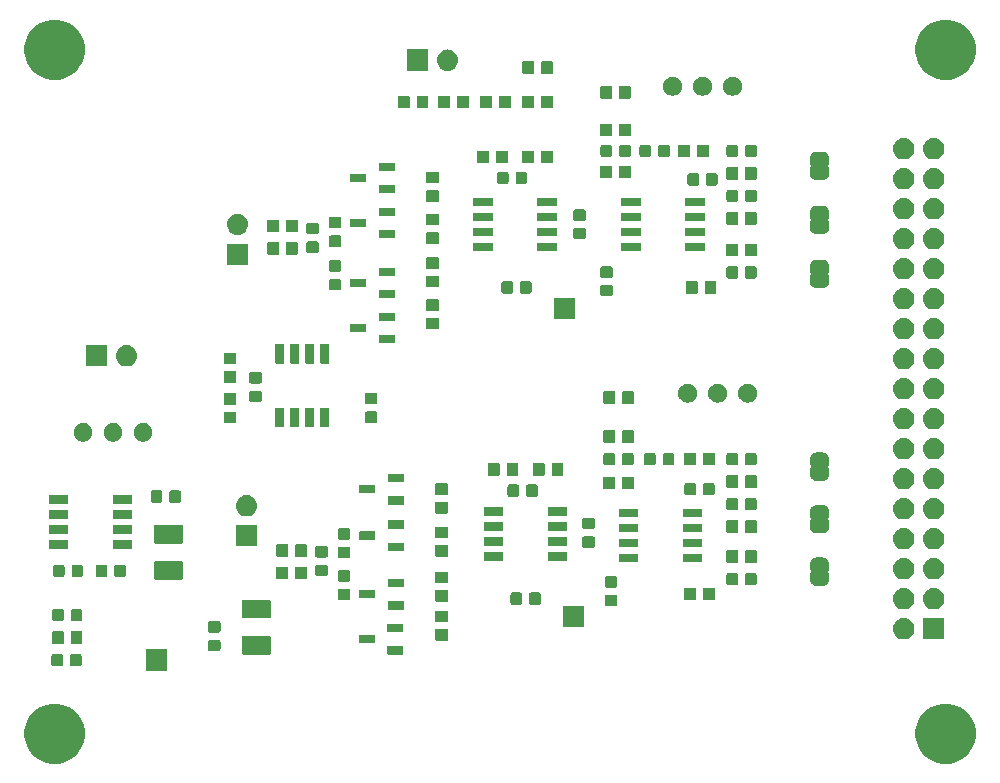
<source format=gbr>
G04 #@! TF.GenerationSoftware,KiCad,Pcbnew,5.1.4-e60b266~84~ubuntu18.04.1*
G04 #@! TF.CreationDate,2020-01-12T21:58:28+06:00*
G04 #@! TF.ProjectId,madEEGamp,6d616445-4547-4616-9d70-2e6b69636164,rev?*
G04 #@! TF.SameCoordinates,Original*
G04 #@! TF.FileFunction,Soldermask,Top*
G04 #@! TF.FilePolarity,Negative*
%FSLAX46Y46*%
G04 Gerber Fmt 4.6, Leading zero omitted, Abs format (unit mm)*
G04 Created by KiCad (PCBNEW 5.1.4-e60b266~84~ubuntu18.04.1) date 2020-01-12 21:58:28*
%MOMM*%
%LPD*%
G04 APERTURE LIST*
%ADD10C,0.100000*%
G04 APERTURE END LIST*
D10*
G36*
X91168098Y-139025033D02*
G01*
X91632350Y-139217332D01*
X91632352Y-139217333D01*
X92050168Y-139496509D01*
X92405491Y-139851832D01*
X92684667Y-140269648D01*
X92684668Y-140269650D01*
X92876967Y-140733902D01*
X92975000Y-141226747D01*
X92975000Y-141729253D01*
X92876967Y-142222098D01*
X92684668Y-142686350D01*
X92684667Y-142686352D01*
X92405491Y-143104168D01*
X92050168Y-143459491D01*
X91632352Y-143738667D01*
X91632351Y-143738668D01*
X91632350Y-143738668D01*
X91168098Y-143930967D01*
X90675253Y-144029000D01*
X90172747Y-144029000D01*
X89679902Y-143930967D01*
X89215650Y-143738668D01*
X89215649Y-143738668D01*
X89215648Y-143738667D01*
X88797832Y-143459491D01*
X88442509Y-143104168D01*
X88163333Y-142686352D01*
X88163332Y-142686350D01*
X87971033Y-142222098D01*
X87873000Y-141729253D01*
X87873000Y-141226747D01*
X87971033Y-140733902D01*
X88163332Y-140269650D01*
X88163333Y-140269648D01*
X88442509Y-139851832D01*
X88797832Y-139496509D01*
X89215648Y-139217333D01*
X89215650Y-139217332D01*
X89679902Y-139025033D01*
X90172747Y-138927000D01*
X90675253Y-138927000D01*
X91168098Y-139025033D01*
X91168098Y-139025033D01*
G37*
G36*
X15730098Y-139025033D02*
G01*
X16194350Y-139217332D01*
X16194352Y-139217333D01*
X16612168Y-139496509D01*
X16967491Y-139851832D01*
X17246667Y-140269648D01*
X17246668Y-140269650D01*
X17438967Y-140733902D01*
X17537000Y-141226747D01*
X17537000Y-141729253D01*
X17438967Y-142222098D01*
X17246668Y-142686350D01*
X17246667Y-142686352D01*
X16967491Y-143104168D01*
X16612168Y-143459491D01*
X16194352Y-143738667D01*
X16194351Y-143738668D01*
X16194350Y-143738668D01*
X15730098Y-143930967D01*
X15237253Y-144029000D01*
X14734747Y-144029000D01*
X14241902Y-143930967D01*
X13777650Y-143738668D01*
X13777649Y-143738668D01*
X13777648Y-143738667D01*
X13359832Y-143459491D01*
X13004509Y-143104168D01*
X12725333Y-142686352D01*
X12725332Y-142686350D01*
X12533033Y-142222098D01*
X12435000Y-141729253D01*
X12435000Y-141226747D01*
X12533033Y-140733902D01*
X12725332Y-140269650D01*
X12725333Y-140269648D01*
X13004509Y-139851832D01*
X13359832Y-139496509D01*
X13777648Y-139217333D01*
X13777650Y-139217332D01*
X14241902Y-139025033D01*
X14734747Y-138927000D01*
X15237253Y-138927000D01*
X15730098Y-139025033D01*
X15730098Y-139025033D01*
G37*
G36*
X24523000Y-136156000D02*
G01*
X22721000Y-136156000D01*
X22721000Y-134354000D01*
X24523000Y-134354000D01*
X24523000Y-136156000D01*
X24523000Y-136156000D01*
G37*
G36*
X17131591Y-134733085D02*
G01*
X17165569Y-134743393D01*
X17196890Y-134760134D01*
X17224339Y-134782661D01*
X17246866Y-134810110D01*
X17263607Y-134841431D01*
X17273915Y-134875409D01*
X17278000Y-134916890D01*
X17278000Y-135593110D01*
X17273915Y-135634591D01*
X17263607Y-135668569D01*
X17246866Y-135699890D01*
X17224339Y-135727339D01*
X17196890Y-135749866D01*
X17165569Y-135766607D01*
X17131591Y-135776915D01*
X17090110Y-135781000D01*
X16488890Y-135781000D01*
X16447409Y-135776915D01*
X16413431Y-135766607D01*
X16382110Y-135749866D01*
X16354661Y-135727339D01*
X16332134Y-135699890D01*
X16315393Y-135668569D01*
X16305085Y-135634591D01*
X16301000Y-135593110D01*
X16301000Y-134916890D01*
X16305085Y-134875409D01*
X16315393Y-134841431D01*
X16332134Y-134810110D01*
X16354661Y-134782661D01*
X16382110Y-134760134D01*
X16413431Y-134743393D01*
X16447409Y-134733085D01*
X16488890Y-134729000D01*
X17090110Y-134729000D01*
X17131591Y-134733085D01*
X17131591Y-134733085D01*
G37*
G36*
X15556591Y-134733085D02*
G01*
X15590569Y-134743393D01*
X15621890Y-134760134D01*
X15649339Y-134782661D01*
X15671866Y-134810110D01*
X15688607Y-134841431D01*
X15698915Y-134875409D01*
X15703000Y-134916890D01*
X15703000Y-135593110D01*
X15698915Y-135634591D01*
X15688607Y-135668569D01*
X15671866Y-135699890D01*
X15649339Y-135727339D01*
X15621890Y-135749866D01*
X15590569Y-135766607D01*
X15556591Y-135776915D01*
X15515110Y-135781000D01*
X14913890Y-135781000D01*
X14872409Y-135776915D01*
X14838431Y-135766607D01*
X14807110Y-135749866D01*
X14779661Y-135727339D01*
X14757134Y-135699890D01*
X14740393Y-135668569D01*
X14730085Y-135634591D01*
X14726000Y-135593110D01*
X14726000Y-134916890D01*
X14730085Y-134875409D01*
X14740393Y-134841431D01*
X14757134Y-134810110D01*
X14779661Y-134782661D01*
X14807110Y-134760134D01*
X14838431Y-134743393D01*
X14872409Y-134733085D01*
X14913890Y-134729000D01*
X15515110Y-134729000D01*
X15556591Y-134733085D01*
X15556591Y-134733085D01*
G37*
G36*
X33170390Y-133187529D02*
G01*
X33198943Y-133196190D01*
X33225256Y-133210255D01*
X33248318Y-133229182D01*
X33267245Y-133252244D01*
X33281310Y-133278557D01*
X33289971Y-133307110D01*
X33293500Y-133342940D01*
X33293500Y-134627060D01*
X33289971Y-134662890D01*
X33281310Y-134691443D01*
X33267245Y-134717756D01*
X33248318Y-134740818D01*
X33225256Y-134759745D01*
X33198943Y-134773810D01*
X33170390Y-134782471D01*
X33134560Y-134786000D01*
X31000440Y-134786000D01*
X30964610Y-134782471D01*
X30936057Y-134773810D01*
X30909744Y-134759745D01*
X30886682Y-134740818D01*
X30867755Y-134717756D01*
X30853690Y-134691443D01*
X30845029Y-134662890D01*
X30841500Y-134627060D01*
X30841500Y-133342940D01*
X30845029Y-133307110D01*
X30853690Y-133278557D01*
X30867755Y-133252244D01*
X30886682Y-133229182D01*
X30909744Y-133210255D01*
X30936057Y-133196190D01*
X30964610Y-133187529D01*
X31000440Y-133184000D01*
X33134560Y-133184000D01*
X33170390Y-133187529D01*
X33170390Y-133187529D01*
G37*
G36*
X44508153Y-134076935D02*
G01*
X44511384Y-134077915D01*
X44514352Y-134079502D01*
X44516959Y-134081641D01*
X44519098Y-134084248D01*
X44520685Y-134087216D01*
X44521665Y-134090447D01*
X44522600Y-134099941D01*
X44522600Y-134754059D01*
X44521665Y-134763553D01*
X44520685Y-134766784D01*
X44519098Y-134769752D01*
X44516959Y-134772359D01*
X44514352Y-134774498D01*
X44511384Y-134776085D01*
X44508153Y-134777065D01*
X44498659Y-134778000D01*
X43194541Y-134778000D01*
X43185047Y-134777065D01*
X43181816Y-134776085D01*
X43178848Y-134774498D01*
X43176241Y-134772359D01*
X43174102Y-134769752D01*
X43172515Y-134766784D01*
X43171535Y-134763553D01*
X43170600Y-134754059D01*
X43170600Y-134099941D01*
X43171535Y-134090447D01*
X43172515Y-134087216D01*
X43174102Y-134084248D01*
X43176241Y-134081641D01*
X43178848Y-134079502D01*
X43181816Y-134077915D01*
X43185047Y-134076935D01*
X43194541Y-134076000D01*
X44498659Y-134076000D01*
X44508153Y-134076935D01*
X44508153Y-134076935D01*
G37*
G36*
X28891091Y-133526085D02*
G01*
X28925069Y-133536393D01*
X28956390Y-133553134D01*
X28983839Y-133575661D01*
X29006366Y-133603110D01*
X29023107Y-133634431D01*
X29033415Y-133668409D01*
X29037500Y-133709890D01*
X29037500Y-134311110D01*
X29033415Y-134352591D01*
X29023107Y-134386569D01*
X29006366Y-134417890D01*
X28983839Y-134445339D01*
X28956390Y-134467866D01*
X28925069Y-134484607D01*
X28891091Y-134494915D01*
X28849610Y-134499000D01*
X28173390Y-134499000D01*
X28131909Y-134494915D01*
X28097931Y-134484607D01*
X28066610Y-134467866D01*
X28039161Y-134445339D01*
X28016634Y-134417890D01*
X27999893Y-134386569D01*
X27989585Y-134352591D01*
X27985500Y-134311110D01*
X27985500Y-133709890D01*
X27989585Y-133668409D01*
X27999893Y-133634431D01*
X28016634Y-133603110D01*
X28039161Y-133575661D01*
X28066610Y-133553134D01*
X28097931Y-133536393D01*
X28131909Y-133526085D01*
X28173390Y-133522000D01*
X28849610Y-133522000D01*
X28891091Y-133526085D01*
X28891091Y-133526085D01*
G37*
G36*
X17293853Y-132825727D02*
G01*
X17304813Y-132829052D01*
X17314921Y-132834455D01*
X17323777Y-132841723D01*
X17331045Y-132850579D01*
X17336448Y-132860687D01*
X17339773Y-132871647D01*
X17341500Y-132889188D01*
X17341500Y-133810812D01*
X17339773Y-133828353D01*
X17336448Y-133839313D01*
X17331045Y-133849421D01*
X17323777Y-133858277D01*
X17314921Y-133865545D01*
X17304813Y-133870948D01*
X17293853Y-133874273D01*
X17276312Y-133876000D01*
X16429688Y-133876000D01*
X16412147Y-133874273D01*
X16401187Y-133870948D01*
X16391079Y-133865545D01*
X16382223Y-133858277D01*
X16374955Y-133849421D01*
X16369552Y-133839313D01*
X16366227Y-133828353D01*
X16364500Y-133810812D01*
X16364500Y-132889188D01*
X16366227Y-132871647D01*
X16369552Y-132860687D01*
X16374955Y-132850579D01*
X16382223Y-132841723D01*
X16391079Y-132834455D01*
X16401187Y-132829052D01*
X16412147Y-132825727D01*
X16429688Y-132824000D01*
X17276312Y-132824000D01*
X17293853Y-132825727D01*
X17293853Y-132825727D01*
G37*
G36*
X15718853Y-132825727D02*
G01*
X15729813Y-132829052D01*
X15739921Y-132834455D01*
X15748777Y-132841723D01*
X15756045Y-132850579D01*
X15761448Y-132860687D01*
X15764773Y-132871647D01*
X15766500Y-132889188D01*
X15766500Y-133810812D01*
X15764773Y-133828353D01*
X15761448Y-133839313D01*
X15756045Y-133849421D01*
X15748777Y-133858277D01*
X15739921Y-133865545D01*
X15729813Y-133870948D01*
X15718853Y-133874273D01*
X15701312Y-133876000D01*
X14854688Y-133876000D01*
X14837147Y-133874273D01*
X14826187Y-133870948D01*
X14816079Y-133865545D01*
X14807223Y-133858277D01*
X14799955Y-133849421D01*
X14794552Y-133839313D01*
X14791227Y-133828353D01*
X14789500Y-133810812D01*
X14789500Y-132889188D01*
X14791227Y-132871647D01*
X14794552Y-132860687D01*
X14799955Y-132850579D01*
X14807223Y-132841723D01*
X14816079Y-132834455D01*
X14826187Y-132829052D01*
X14837147Y-132825727D01*
X14854688Y-132824000D01*
X15701312Y-132824000D01*
X15718853Y-132825727D01*
X15718853Y-132825727D01*
G37*
G36*
X42108153Y-133126935D02*
G01*
X42111384Y-133127915D01*
X42114352Y-133129502D01*
X42116959Y-133131641D01*
X42119098Y-133134248D01*
X42120685Y-133137216D01*
X42121665Y-133140447D01*
X42122600Y-133149941D01*
X42122600Y-133804059D01*
X42121665Y-133813553D01*
X42120685Y-133816784D01*
X42119098Y-133819752D01*
X42116959Y-133822359D01*
X42114352Y-133824498D01*
X42111384Y-133826085D01*
X42108153Y-133827065D01*
X42098659Y-133828000D01*
X40794541Y-133828000D01*
X40785047Y-133827065D01*
X40781816Y-133826085D01*
X40778848Y-133824498D01*
X40776241Y-133822359D01*
X40774102Y-133819752D01*
X40772515Y-133816784D01*
X40771535Y-133813553D01*
X40770600Y-133804059D01*
X40770600Y-133149941D01*
X40771535Y-133140447D01*
X40772515Y-133137216D01*
X40774102Y-133134248D01*
X40776241Y-133131641D01*
X40778848Y-133129502D01*
X40781816Y-133127915D01*
X40785047Y-133126935D01*
X40794541Y-133126000D01*
X42098659Y-133126000D01*
X42108153Y-133126935D01*
X42108153Y-133126935D01*
G37*
G36*
X48230353Y-132634727D02*
G01*
X48241313Y-132638052D01*
X48251421Y-132643455D01*
X48260277Y-132650723D01*
X48267545Y-132659579D01*
X48272948Y-132669687D01*
X48276273Y-132680647D01*
X48278000Y-132698188D01*
X48278000Y-133544812D01*
X48276273Y-133562353D01*
X48272948Y-133573313D01*
X48267545Y-133583421D01*
X48260277Y-133592277D01*
X48251421Y-133599545D01*
X48241313Y-133604948D01*
X48230353Y-133608273D01*
X48212812Y-133610000D01*
X47291188Y-133610000D01*
X47273647Y-133608273D01*
X47262687Y-133604948D01*
X47252579Y-133599545D01*
X47243723Y-133592277D01*
X47236455Y-133583421D01*
X47231052Y-133573313D01*
X47227727Y-133562353D01*
X47226000Y-133544812D01*
X47226000Y-132698188D01*
X47227727Y-132680647D01*
X47231052Y-132669687D01*
X47236455Y-132659579D01*
X47243723Y-132650723D01*
X47252579Y-132643455D01*
X47262687Y-132638052D01*
X47273647Y-132634727D01*
X47291188Y-132633000D01*
X48212812Y-132633000D01*
X48230353Y-132634727D01*
X48230353Y-132634727D01*
G37*
G36*
X87047294Y-131686633D02*
G01*
X87219695Y-131738931D01*
X87378583Y-131823858D01*
X87517849Y-131938151D01*
X87632142Y-132077417D01*
X87717069Y-132236305D01*
X87769367Y-132408706D01*
X87787025Y-132588000D01*
X87769367Y-132767294D01*
X87717069Y-132939695D01*
X87632142Y-133098583D01*
X87517849Y-133237849D01*
X87378583Y-133352142D01*
X87219695Y-133437069D01*
X87047294Y-133489367D01*
X86912931Y-133502600D01*
X86823069Y-133502600D01*
X86688706Y-133489367D01*
X86516305Y-133437069D01*
X86357417Y-133352142D01*
X86218151Y-133237849D01*
X86103858Y-133098583D01*
X86018931Y-132939695D01*
X85966633Y-132767294D01*
X85948975Y-132588000D01*
X85966633Y-132408706D01*
X86018931Y-132236305D01*
X86103858Y-132077417D01*
X86218151Y-131938151D01*
X86357417Y-131823858D01*
X86516305Y-131738931D01*
X86688706Y-131686633D01*
X86823069Y-131673400D01*
X86912931Y-131673400D01*
X87047294Y-131686633D01*
X87047294Y-131686633D01*
G37*
G36*
X90322600Y-133502600D02*
G01*
X88493400Y-133502600D01*
X88493400Y-131673400D01*
X90322600Y-131673400D01*
X90322600Y-133502600D01*
X90322600Y-133502600D01*
G37*
G36*
X28891091Y-131951085D02*
G01*
X28925069Y-131961393D01*
X28956390Y-131978134D01*
X28983839Y-132000661D01*
X29006366Y-132028110D01*
X29023107Y-132059431D01*
X29033415Y-132093409D01*
X29037500Y-132134890D01*
X29037500Y-132736110D01*
X29033415Y-132777591D01*
X29023107Y-132811569D01*
X29006366Y-132842890D01*
X28983839Y-132870339D01*
X28956390Y-132892866D01*
X28925069Y-132909607D01*
X28891091Y-132919915D01*
X28849610Y-132924000D01*
X28173390Y-132924000D01*
X28131909Y-132919915D01*
X28097931Y-132909607D01*
X28066610Y-132892866D01*
X28039161Y-132870339D01*
X28016634Y-132842890D01*
X27999893Y-132811569D01*
X27989585Y-132777591D01*
X27985500Y-132736110D01*
X27985500Y-132134890D01*
X27989585Y-132093409D01*
X27999893Y-132059431D01*
X28016634Y-132028110D01*
X28039161Y-132000661D01*
X28066610Y-131978134D01*
X28097931Y-131961393D01*
X28131909Y-131951085D01*
X28173390Y-131947000D01*
X28849610Y-131947000D01*
X28891091Y-131951085D01*
X28891091Y-131951085D01*
G37*
G36*
X44508153Y-132176935D02*
G01*
X44511384Y-132177915D01*
X44514352Y-132179502D01*
X44516959Y-132181641D01*
X44519098Y-132184248D01*
X44520685Y-132187216D01*
X44521665Y-132190447D01*
X44522600Y-132199941D01*
X44522600Y-132854059D01*
X44521665Y-132863553D01*
X44520685Y-132866784D01*
X44519098Y-132869752D01*
X44516959Y-132872359D01*
X44514352Y-132874498D01*
X44511384Y-132876085D01*
X44508153Y-132877065D01*
X44498659Y-132878000D01*
X43194541Y-132878000D01*
X43185047Y-132877065D01*
X43181816Y-132876085D01*
X43178848Y-132874498D01*
X43176241Y-132872359D01*
X43174102Y-132869752D01*
X43172515Y-132866784D01*
X43171535Y-132863553D01*
X43170600Y-132854059D01*
X43170600Y-132199941D01*
X43171535Y-132190447D01*
X43172515Y-132187216D01*
X43174102Y-132184248D01*
X43176241Y-132181641D01*
X43178848Y-132179502D01*
X43181816Y-132177915D01*
X43185047Y-132176935D01*
X43194541Y-132176000D01*
X44498659Y-132176000D01*
X44508153Y-132176935D01*
X44508153Y-132176935D01*
G37*
G36*
X59829000Y-132473000D02*
G01*
X58027000Y-132473000D01*
X58027000Y-130671000D01*
X59829000Y-130671000D01*
X59829000Y-132473000D01*
X59829000Y-132473000D01*
G37*
G36*
X48230353Y-131059727D02*
G01*
X48241313Y-131063052D01*
X48251421Y-131068455D01*
X48260277Y-131075723D01*
X48267545Y-131084579D01*
X48272948Y-131094687D01*
X48276273Y-131105647D01*
X48278000Y-131123188D01*
X48278000Y-131969812D01*
X48276273Y-131987353D01*
X48272948Y-131998313D01*
X48267545Y-132008421D01*
X48260277Y-132017277D01*
X48251421Y-132024545D01*
X48241313Y-132029948D01*
X48230353Y-132033273D01*
X48212812Y-132035000D01*
X47291188Y-132035000D01*
X47273647Y-132033273D01*
X47262687Y-132029948D01*
X47252579Y-132024545D01*
X47243723Y-132017277D01*
X47236455Y-132008421D01*
X47231052Y-131998313D01*
X47227727Y-131987353D01*
X47226000Y-131969812D01*
X47226000Y-131123188D01*
X47227727Y-131105647D01*
X47231052Y-131094687D01*
X47236455Y-131084579D01*
X47243723Y-131075723D01*
X47252579Y-131068455D01*
X47262687Y-131063052D01*
X47273647Y-131059727D01*
X47291188Y-131058000D01*
X48212812Y-131058000D01*
X48230353Y-131059727D01*
X48230353Y-131059727D01*
G37*
G36*
X17195091Y-130923085D02*
G01*
X17229069Y-130933393D01*
X17260390Y-130950134D01*
X17287839Y-130972661D01*
X17310366Y-131000110D01*
X17327107Y-131031431D01*
X17337415Y-131065409D01*
X17341500Y-131106890D01*
X17341500Y-131783110D01*
X17337415Y-131824591D01*
X17327107Y-131858569D01*
X17310366Y-131889890D01*
X17287839Y-131917339D01*
X17260390Y-131939866D01*
X17229069Y-131956607D01*
X17195091Y-131966915D01*
X17153610Y-131971000D01*
X16552390Y-131971000D01*
X16510909Y-131966915D01*
X16476931Y-131956607D01*
X16445610Y-131939866D01*
X16418161Y-131917339D01*
X16395634Y-131889890D01*
X16378893Y-131858569D01*
X16368585Y-131824591D01*
X16364500Y-131783110D01*
X16364500Y-131106890D01*
X16368585Y-131065409D01*
X16378893Y-131031431D01*
X16395634Y-131000110D01*
X16418161Y-130972661D01*
X16445610Y-130950134D01*
X16476931Y-130933393D01*
X16510909Y-130923085D01*
X16552390Y-130919000D01*
X17153610Y-130919000D01*
X17195091Y-130923085D01*
X17195091Y-130923085D01*
G37*
G36*
X15620091Y-130923085D02*
G01*
X15654069Y-130933393D01*
X15685390Y-130950134D01*
X15712839Y-130972661D01*
X15735366Y-131000110D01*
X15752107Y-131031431D01*
X15762415Y-131065409D01*
X15766500Y-131106890D01*
X15766500Y-131783110D01*
X15762415Y-131824591D01*
X15752107Y-131858569D01*
X15735366Y-131889890D01*
X15712839Y-131917339D01*
X15685390Y-131939866D01*
X15654069Y-131956607D01*
X15620091Y-131966915D01*
X15578610Y-131971000D01*
X14977390Y-131971000D01*
X14935909Y-131966915D01*
X14901931Y-131956607D01*
X14870610Y-131939866D01*
X14843161Y-131917339D01*
X14820634Y-131889890D01*
X14803893Y-131858569D01*
X14793585Y-131824591D01*
X14789500Y-131783110D01*
X14789500Y-131106890D01*
X14793585Y-131065409D01*
X14803893Y-131031431D01*
X14820634Y-131000110D01*
X14843161Y-130972661D01*
X14870610Y-130950134D01*
X14901931Y-130933393D01*
X14935909Y-130923085D01*
X14977390Y-130919000D01*
X15578610Y-130919000D01*
X15620091Y-130923085D01*
X15620091Y-130923085D01*
G37*
G36*
X33170390Y-130126029D02*
G01*
X33198943Y-130134690D01*
X33225256Y-130148755D01*
X33248318Y-130167682D01*
X33267245Y-130190744D01*
X33281310Y-130217057D01*
X33289971Y-130245610D01*
X33293500Y-130281440D01*
X33293500Y-131565560D01*
X33289971Y-131601390D01*
X33281310Y-131629943D01*
X33267245Y-131656256D01*
X33248318Y-131679318D01*
X33225256Y-131698245D01*
X33198943Y-131712310D01*
X33170390Y-131720971D01*
X33134560Y-131724500D01*
X31000440Y-131724500D01*
X30964610Y-131720971D01*
X30936057Y-131712310D01*
X30909744Y-131698245D01*
X30886682Y-131679318D01*
X30867755Y-131656256D01*
X30853690Y-131629943D01*
X30845029Y-131601390D01*
X30841500Y-131565560D01*
X30841500Y-130281440D01*
X30845029Y-130245610D01*
X30853690Y-130217057D01*
X30867755Y-130190744D01*
X30886682Y-130167682D01*
X30909744Y-130148755D01*
X30936057Y-130134690D01*
X30964610Y-130126029D01*
X31000440Y-130122500D01*
X33134560Y-130122500D01*
X33170390Y-130126029D01*
X33170390Y-130126029D01*
G37*
G36*
X44533553Y-130266935D02*
G01*
X44536784Y-130267915D01*
X44539752Y-130269502D01*
X44542359Y-130271641D01*
X44544498Y-130274248D01*
X44546085Y-130277216D01*
X44547065Y-130280447D01*
X44548000Y-130289941D01*
X44548000Y-130944059D01*
X44547065Y-130953553D01*
X44546085Y-130956784D01*
X44544498Y-130959752D01*
X44542359Y-130962359D01*
X44539752Y-130964498D01*
X44536784Y-130966085D01*
X44533553Y-130967065D01*
X44524059Y-130968000D01*
X43219941Y-130968000D01*
X43210447Y-130967065D01*
X43207216Y-130966085D01*
X43204248Y-130964498D01*
X43201641Y-130962359D01*
X43199502Y-130959752D01*
X43197915Y-130956784D01*
X43196935Y-130953553D01*
X43196000Y-130944059D01*
X43196000Y-130289941D01*
X43196935Y-130280447D01*
X43197915Y-130277216D01*
X43199502Y-130274248D01*
X43201641Y-130271641D01*
X43204248Y-130269502D01*
X43207216Y-130267915D01*
X43210447Y-130266935D01*
X43219941Y-130266000D01*
X44524059Y-130266000D01*
X44533553Y-130266935D01*
X44533553Y-130266935D01*
G37*
G36*
X89587294Y-129146633D02*
G01*
X89759695Y-129198931D01*
X89918583Y-129283858D01*
X90057849Y-129398151D01*
X90172142Y-129537417D01*
X90257069Y-129696305D01*
X90309367Y-129868706D01*
X90327025Y-130048000D01*
X90309367Y-130227294D01*
X90257069Y-130399695D01*
X90172142Y-130558583D01*
X90057849Y-130697849D01*
X89918583Y-130812142D01*
X89759695Y-130897069D01*
X89587294Y-130949367D01*
X89452931Y-130962600D01*
X89363069Y-130962600D01*
X89228706Y-130949367D01*
X89056305Y-130897069D01*
X88897417Y-130812142D01*
X88758151Y-130697849D01*
X88643858Y-130558583D01*
X88558931Y-130399695D01*
X88506633Y-130227294D01*
X88488975Y-130048000D01*
X88506633Y-129868706D01*
X88558931Y-129696305D01*
X88643858Y-129537417D01*
X88758151Y-129398151D01*
X88897417Y-129283858D01*
X89056305Y-129198931D01*
X89228706Y-129146633D01*
X89363069Y-129133400D01*
X89452931Y-129133400D01*
X89587294Y-129146633D01*
X89587294Y-129146633D01*
G37*
G36*
X87047294Y-129146633D02*
G01*
X87219695Y-129198931D01*
X87378583Y-129283858D01*
X87517849Y-129398151D01*
X87632142Y-129537417D01*
X87717069Y-129696305D01*
X87769367Y-129868706D01*
X87787025Y-130048000D01*
X87769367Y-130227294D01*
X87717069Y-130399695D01*
X87632142Y-130558583D01*
X87517849Y-130697849D01*
X87378583Y-130812142D01*
X87219695Y-130897069D01*
X87047294Y-130949367D01*
X86912931Y-130962600D01*
X86823069Y-130962600D01*
X86688706Y-130949367D01*
X86516305Y-130897069D01*
X86357417Y-130812142D01*
X86218151Y-130697849D01*
X86103858Y-130558583D01*
X86018931Y-130399695D01*
X85966633Y-130227294D01*
X85948975Y-130048000D01*
X85966633Y-129868706D01*
X86018931Y-129696305D01*
X86103858Y-129537417D01*
X86218151Y-129398151D01*
X86357417Y-129283858D01*
X86516305Y-129198931D01*
X86688706Y-129146633D01*
X86823069Y-129133400D01*
X86912931Y-129133400D01*
X87047294Y-129146633D01*
X87047294Y-129146633D01*
G37*
G36*
X62482591Y-129716085D02*
G01*
X62516569Y-129726393D01*
X62547890Y-129743134D01*
X62575339Y-129765661D01*
X62597866Y-129793110D01*
X62614607Y-129824431D01*
X62624915Y-129858409D01*
X62629000Y-129899890D01*
X62629000Y-130501110D01*
X62624915Y-130542591D01*
X62614607Y-130576569D01*
X62597866Y-130607890D01*
X62575339Y-130635339D01*
X62547890Y-130657866D01*
X62516569Y-130674607D01*
X62482591Y-130684915D01*
X62441110Y-130689000D01*
X61764890Y-130689000D01*
X61723409Y-130684915D01*
X61689431Y-130674607D01*
X61658110Y-130657866D01*
X61630661Y-130635339D01*
X61608134Y-130607890D01*
X61591393Y-130576569D01*
X61581085Y-130542591D01*
X61577000Y-130501110D01*
X61577000Y-129899890D01*
X61581085Y-129858409D01*
X61591393Y-129824431D01*
X61608134Y-129793110D01*
X61630661Y-129765661D01*
X61658110Y-129743134D01*
X61689431Y-129726393D01*
X61723409Y-129716085D01*
X61764890Y-129712000D01*
X62441110Y-129712000D01*
X62482591Y-129716085D01*
X62482591Y-129716085D01*
G37*
G36*
X54418591Y-129526085D02*
G01*
X54452569Y-129536393D01*
X54483890Y-129553134D01*
X54511339Y-129575661D01*
X54533866Y-129603110D01*
X54550607Y-129634431D01*
X54560915Y-129668409D01*
X54565000Y-129709890D01*
X54565000Y-130386110D01*
X54560915Y-130427591D01*
X54550607Y-130461569D01*
X54533866Y-130492890D01*
X54511339Y-130520339D01*
X54483890Y-130542866D01*
X54452569Y-130559607D01*
X54418591Y-130569915D01*
X54377110Y-130574000D01*
X53775890Y-130574000D01*
X53734409Y-130569915D01*
X53700431Y-130559607D01*
X53669110Y-130542866D01*
X53641661Y-130520339D01*
X53619134Y-130492890D01*
X53602393Y-130461569D01*
X53592085Y-130427591D01*
X53588000Y-130386110D01*
X53588000Y-129709890D01*
X53592085Y-129668409D01*
X53602393Y-129634431D01*
X53619134Y-129603110D01*
X53641661Y-129575661D01*
X53669110Y-129553134D01*
X53700431Y-129536393D01*
X53734409Y-129526085D01*
X53775890Y-129522000D01*
X54377110Y-129522000D01*
X54418591Y-129526085D01*
X54418591Y-129526085D01*
G37*
G36*
X55993591Y-129526085D02*
G01*
X56027569Y-129536393D01*
X56058890Y-129553134D01*
X56086339Y-129575661D01*
X56108866Y-129603110D01*
X56125607Y-129634431D01*
X56135915Y-129668409D01*
X56140000Y-129709890D01*
X56140000Y-130386110D01*
X56135915Y-130427591D01*
X56125607Y-130461569D01*
X56108866Y-130492890D01*
X56086339Y-130520339D01*
X56058890Y-130542866D01*
X56027569Y-130559607D01*
X55993591Y-130569915D01*
X55952110Y-130574000D01*
X55350890Y-130574000D01*
X55309409Y-130569915D01*
X55275431Y-130559607D01*
X55244110Y-130542866D01*
X55216661Y-130520339D01*
X55194134Y-130492890D01*
X55177393Y-130461569D01*
X55167085Y-130427591D01*
X55163000Y-130386110D01*
X55163000Y-129709890D01*
X55167085Y-129668409D01*
X55177393Y-129634431D01*
X55194134Y-129603110D01*
X55216661Y-129575661D01*
X55244110Y-129553134D01*
X55275431Y-129536393D01*
X55309409Y-129526085D01*
X55350890Y-129522000D01*
X55952110Y-129522000D01*
X55993591Y-129526085D01*
X55993591Y-129526085D01*
G37*
G36*
X48230353Y-129332727D02*
G01*
X48241313Y-129336052D01*
X48251421Y-129341455D01*
X48260277Y-129348723D01*
X48267545Y-129357579D01*
X48272948Y-129367687D01*
X48276273Y-129378647D01*
X48278000Y-129396188D01*
X48278000Y-130242812D01*
X48276273Y-130260353D01*
X48272948Y-130271313D01*
X48267545Y-130281421D01*
X48260277Y-130290277D01*
X48251421Y-130297545D01*
X48241313Y-130302948D01*
X48230353Y-130306273D01*
X48212812Y-130308000D01*
X47291188Y-130308000D01*
X47273647Y-130306273D01*
X47262687Y-130302948D01*
X47252579Y-130297545D01*
X47243723Y-130290277D01*
X47236455Y-130281421D01*
X47231052Y-130271313D01*
X47227727Y-130260353D01*
X47226000Y-130242812D01*
X47226000Y-129396188D01*
X47227727Y-129378647D01*
X47231052Y-129367687D01*
X47236455Y-129357579D01*
X47243723Y-129348723D01*
X47252579Y-129341455D01*
X47262687Y-129336052D01*
X47273647Y-129332727D01*
X47291188Y-129331000D01*
X48212812Y-129331000D01*
X48230353Y-129332727D01*
X48230353Y-129332727D01*
G37*
G36*
X70824353Y-129142727D02*
G01*
X70835313Y-129146052D01*
X70845421Y-129151455D01*
X70854277Y-129158723D01*
X70861545Y-129167579D01*
X70866948Y-129177687D01*
X70870273Y-129188647D01*
X70872000Y-129206188D01*
X70872000Y-130127812D01*
X70870273Y-130145353D01*
X70866948Y-130156313D01*
X70861545Y-130166421D01*
X70854277Y-130175277D01*
X70845421Y-130182545D01*
X70835313Y-130187948D01*
X70824353Y-130191273D01*
X70806812Y-130193000D01*
X69960188Y-130193000D01*
X69942647Y-130191273D01*
X69931687Y-130187948D01*
X69921579Y-130182545D01*
X69912723Y-130175277D01*
X69905455Y-130166421D01*
X69900052Y-130156313D01*
X69896727Y-130145353D01*
X69895000Y-130127812D01*
X69895000Y-129206188D01*
X69896727Y-129188647D01*
X69900052Y-129177687D01*
X69905455Y-129167579D01*
X69912723Y-129158723D01*
X69921579Y-129151455D01*
X69931687Y-129146052D01*
X69942647Y-129142727D01*
X69960188Y-129141000D01*
X70806812Y-129141000D01*
X70824353Y-129142727D01*
X70824353Y-129142727D01*
G37*
G36*
X69249353Y-129142727D02*
G01*
X69260313Y-129146052D01*
X69270421Y-129151455D01*
X69279277Y-129158723D01*
X69286545Y-129167579D01*
X69291948Y-129177687D01*
X69295273Y-129188647D01*
X69297000Y-129206188D01*
X69297000Y-130127812D01*
X69295273Y-130145353D01*
X69291948Y-130156313D01*
X69286545Y-130166421D01*
X69279277Y-130175277D01*
X69270421Y-130182545D01*
X69260313Y-130187948D01*
X69249353Y-130191273D01*
X69231812Y-130193000D01*
X68385188Y-130193000D01*
X68367647Y-130191273D01*
X68356687Y-130187948D01*
X68346579Y-130182545D01*
X68337723Y-130175277D01*
X68330455Y-130166421D01*
X68325052Y-130156313D01*
X68321727Y-130145353D01*
X68320000Y-130127812D01*
X68320000Y-129206188D01*
X68321727Y-129188647D01*
X68325052Y-129177687D01*
X68330455Y-129167579D01*
X68337723Y-129158723D01*
X68346579Y-129151455D01*
X68356687Y-129146052D01*
X68367647Y-129142727D01*
X68385188Y-129141000D01*
X69231812Y-129141000D01*
X69249353Y-129142727D01*
X69249353Y-129142727D01*
G37*
G36*
X39876591Y-129208085D02*
G01*
X39910569Y-129218393D01*
X39941890Y-129235134D01*
X39969339Y-129257661D01*
X39991866Y-129285110D01*
X40008607Y-129316431D01*
X40018915Y-129350409D01*
X40023000Y-129391890D01*
X40023000Y-129993110D01*
X40018915Y-130034591D01*
X40008607Y-130068569D01*
X39991866Y-130099890D01*
X39969339Y-130127339D01*
X39941890Y-130149866D01*
X39910569Y-130166607D01*
X39876591Y-130176915D01*
X39835110Y-130181000D01*
X39158890Y-130181000D01*
X39117409Y-130176915D01*
X39083431Y-130166607D01*
X39052110Y-130149866D01*
X39024661Y-130127339D01*
X39002134Y-130099890D01*
X38985393Y-130068569D01*
X38975085Y-130034591D01*
X38971000Y-129993110D01*
X38971000Y-129391890D01*
X38975085Y-129350409D01*
X38985393Y-129316431D01*
X39002134Y-129285110D01*
X39024661Y-129257661D01*
X39052110Y-129235134D01*
X39083431Y-129218393D01*
X39117409Y-129208085D01*
X39158890Y-129204000D01*
X39835110Y-129204000D01*
X39876591Y-129208085D01*
X39876591Y-129208085D01*
G37*
G36*
X42133553Y-129316935D02*
G01*
X42136784Y-129317915D01*
X42139752Y-129319502D01*
X42142359Y-129321641D01*
X42144498Y-129324248D01*
X42146085Y-129327216D01*
X42147065Y-129330447D01*
X42148000Y-129339941D01*
X42148000Y-129994059D01*
X42147065Y-130003553D01*
X42146085Y-130006784D01*
X42144498Y-130009752D01*
X42142359Y-130012359D01*
X42139752Y-130014498D01*
X42136784Y-130016085D01*
X42133553Y-130017065D01*
X42124059Y-130018000D01*
X40819941Y-130018000D01*
X40810447Y-130017065D01*
X40807216Y-130016085D01*
X40804248Y-130014498D01*
X40801641Y-130012359D01*
X40799502Y-130009752D01*
X40797915Y-130006784D01*
X40796935Y-130003553D01*
X40796000Y-129994059D01*
X40796000Y-129339941D01*
X40796935Y-129330447D01*
X40797915Y-129327216D01*
X40799502Y-129324248D01*
X40801641Y-129321641D01*
X40804248Y-129319502D01*
X40807216Y-129317915D01*
X40810447Y-129316935D01*
X40819941Y-129316000D01*
X42124059Y-129316000D01*
X42133553Y-129316935D01*
X42133553Y-129316935D01*
G37*
G36*
X62482591Y-128141085D02*
G01*
X62516569Y-128151393D01*
X62547890Y-128168134D01*
X62575339Y-128190661D01*
X62597866Y-128218110D01*
X62614607Y-128249431D01*
X62624915Y-128283409D01*
X62629000Y-128324890D01*
X62629000Y-128926110D01*
X62624915Y-128967591D01*
X62614607Y-129001569D01*
X62597866Y-129032890D01*
X62575339Y-129060339D01*
X62547890Y-129082866D01*
X62516569Y-129099607D01*
X62482591Y-129109915D01*
X62441110Y-129114000D01*
X61764890Y-129114000D01*
X61723409Y-129109915D01*
X61689431Y-129099607D01*
X61658110Y-129082866D01*
X61630661Y-129060339D01*
X61608134Y-129032890D01*
X61591393Y-129001569D01*
X61581085Y-128967591D01*
X61577000Y-128926110D01*
X61577000Y-128324890D01*
X61581085Y-128283409D01*
X61591393Y-128249431D01*
X61608134Y-128218110D01*
X61630661Y-128190661D01*
X61658110Y-128168134D01*
X61689431Y-128151393D01*
X61723409Y-128141085D01*
X61764890Y-128137000D01*
X62441110Y-128137000D01*
X62482591Y-128141085D01*
X62482591Y-128141085D01*
G37*
G36*
X44533553Y-128366935D02*
G01*
X44536784Y-128367915D01*
X44539752Y-128369502D01*
X44542359Y-128371641D01*
X44544498Y-128374248D01*
X44546085Y-128377216D01*
X44547065Y-128380447D01*
X44548000Y-128389941D01*
X44548000Y-129044059D01*
X44547065Y-129053553D01*
X44546085Y-129056784D01*
X44544498Y-129059752D01*
X44542359Y-129062359D01*
X44539752Y-129064498D01*
X44536784Y-129066085D01*
X44533553Y-129067065D01*
X44524059Y-129068000D01*
X43219941Y-129068000D01*
X43210447Y-129067065D01*
X43207216Y-129066085D01*
X43204248Y-129064498D01*
X43201641Y-129062359D01*
X43199502Y-129059752D01*
X43197915Y-129056784D01*
X43196935Y-129053553D01*
X43196000Y-129044059D01*
X43196000Y-128389941D01*
X43196935Y-128380447D01*
X43197915Y-128377216D01*
X43199502Y-128374248D01*
X43201641Y-128371641D01*
X43204248Y-128369502D01*
X43207216Y-128367915D01*
X43210447Y-128366935D01*
X43219941Y-128366000D01*
X44524059Y-128366000D01*
X44533553Y-128366935D01*
X44533553Y-128366935D01*
G37*
G36*
X80018199Y-126561954D02*
G01*
X80030450Y-126562556D01*
X80048869Y-126562556D01*
X80071149Y-126564750D01*
X80155233Y-126581476D01*
X80176660Y-126587976D01*
X80255858Y-126620780D01*
X80261303Y-126623691D01*
X80261309Y-126623693D01*
X80270169Y-126628429D01*
X80270173Y-126628432D01*
X80275614Y-126631340D01*
X80346899Y-126678971D01*
X80364204Y-126693172D01*
X80424828Y-126753796D01*
X80439029Y-126771101D01*
X80486660Y-126842386D01*
X80489568Y-126847827D01*
X80489571Y-126847831D01*
X80494307Y-126856691D01*
X80494309Y-126856697D01*
X80497220Y-126862142D01*
X80530024Y-126941340D01*
X80536524Y-126962767D01*
X80553250Y-127046851D01*
X80555444Y-127069131D01*
X80555444Y-127087550D01*
X80556046Y-127099801D01*
X80557852Y-127118139D01*
X80557852Y-127605860D01*
X80556263Y-127621999D01*
X80553348Y-127631608D01*
X80548610Y-127640472D01*
X80542237Y-127648237D01*
X80529794Y-127658448D01*
X80519425Y-127665378D01*
X80502098Y-127682705D01*
X80488485Y-127703080D01*
X80479109Y-127725720D01*
X80474329Y-127749753D01*
X80474330Y-127774257D01*
X80479112Y-127798290D01*
X80488490Y-127820929D01*
X80502105Y-127841302D01*
X80519432Y-127858629D01*
X80529802Y-127865558D01*
X80542237Y-127875763D01*
X80548610Y-127883528D01*
X80553348Y-127892392D01*
X80556263Y-127902001D01*
X80557852Y-127918140D01*
X80557852Y-128405862D01*
X80556046Y-128424199D01*
X80555444Y-128436450D01*
X80555444Y-128454869D01*
X80553250Y-128477149D01*
X80536524Y-128561233D01*
X80530024Y-128582660D01*
X80497220Y-128661858D01*
X80494309Y-128667303D01*
X80494307Y-128667309D01*
X80489571Y-128676169D01*
X80489568Y-128676173D01*
X80486660Y-128681614D01*
X80439029Y-128752899D01*
X80424828Y-128770204D01*
X80364204Y-128830828D01*
X80346899Y-128845029D01*
X80275614Y-128892660D01*
X80270173Y-128895568D01*
X80270169Y-128895571D01*
X80261309Y-128900307D01*
X80261303Y-128900309D01*
X80255858Y-128903220D01*
X80176660Y-128936024D01*
X80155233Y-128942524D01*
X80071149Y-128959250D01*
X80048869Y-128961444D01*
X80030450Y-128961444D01*
X80018199Y-128962046D01*
X79999862Y-128963852D01*
X79512138Y-128963852D01*
X79493801Y-128962046D01*
X79481550Y-128961444D01*
X79463131Y-128961444D01*
X79440851Y-128959250D01*
X79356767Y-128942524D01*
X79335340Y-128936024D01*
X79256142Y-128903220D01*
X79250697Y-128900309D01*
X79250691Y-128900307D01*
X79241831Y-128895571D01*
X79241827Y-128895568D01*
X79236386Y-128892660D01*
X79165101Y-128845029D01*
X79147796Y-128830828D01*
X79087172Y-128770204D01*
X79072971Y-128752899D01*
X79025340Y-128681614D01*
X79022432Y-128676173D01*
X79022429Y-128676169D01*
X79017693Y-128667309D01*
X79017691Y-128667303D01*
X79014780Y-128661858D01*
X78981976Y-128582660D01*
X78975476Y-128561233D01*
X78958750Y-128477149D01*
X78956556Y-128454869D01*
X78956556Y-128436450D01*
X78955954Y-128424199D01*
X78954148Y-128405862D01*
X78954148Y-127918140D01*
X78955737Y-127902001D01*
X78958652Y-127892392D01*
X78963390Y-127883528D01*
X78969763Y-127875763D01*
X78982206Y-127865552D01*
X78992575Y-127858622D01*
X79009902Y-127841295D01*
X79023515Y-127820920D01*
X79032891Y-127798280D01*
X79037671Y-127774247D01*
X79037670Y-127749743D01*
X79032888Y-127725710D01*
X79023510Y-127703071D01*
X79009895Y-127682698D01*
X78992568Y-127665371D01*
X78982198Y-127658442D01*
X78969763Y-127648237D01*
X78963390Y-127640472D01*
X78958652Y-127631608D01*
X78955737Y-127621999D01*
X78954148Y-127605860D01*
X78954148Y-127118139D01*
X78955954Y-127099801D01*
X78956556Y-127087550D01*
X78956556Y-127069131D01*
X78958750Y-127046851D01*
X78975476Y-126962767D01*
X78981976Y-126941340D01*
X79014780Y-126862142D01*
X79017691Y-126856697D01*
X79017693Y-126856691D01*
X79022429Y-126847831D01*
X79022432Y-126847827D01*
X79025340Y-126842386D01*
X79072971Y-126771101D01*
X79087172Y-126753796D01*
X79147796Y-126693172D01*
X79165101Y-126678971D01*
X79236386Y-126631340D01*
X79241827Y-126628432D01*
X79241831Y-126628429D01*
X79250691Y-126623693D01*
X79250697Y-126623691D01*
X79256142Y-126620780D01*
X79335340Y-126587976D01*
X79356767Y-126581476D01*
X79440851Y-126564750D01*
X79463131Y-126562556D01*
X79481550Y-126562556D01*
X79493801Y-126561954D01*
X79512139Y-126560148D01*
X79999861Y-126560148D01*
X80018199Y-126561954D01*
X80018199Y-126561954D01*
G37*
G36*
X74281591Y-127875085D02*
G01*
X74315569Y-127885393D01*
X74346890Y-127902134D01*
X74374339Y-127924661D01*
X74396866Y-127952110D01*
X74413607Y-127983431D01*
X74423915Y-128017409D01*
X74428000Y-128058890D01*
X74428000Y-128735110D01*
X74423915Y-128776591D01*
X74413607Y-128810569D01*
X74396866Y-128841890D01*
X74374339Y-128869339D01*
X74346890Y-128891866D01*
X74315569Y-128908607D01*
X74281591Y-128918915D01*
X74240110Y-128923000D01*
X73638890Y-128923000D01*
X73597409Y-128918915D01*
X73563431Y-128908607D01*
X73532110Y-128891866D01*
X73504661Y-128869339D01*
X73482134Y-128841890D01*
X73465393Y-128810569D01*
X73455085Y-128776591D01*
X73451000Y-128735110D01*
X73451000Y-128058890D01*
X73455085Y-128017409D01*
X73465393Y-127983431D01*
X73482134Y-127952110D01*
X73504661Y-127924661D01*
X73532110Y-127902134D01*
X73563431Y-127885393D01*
X73597409Y-127875085D01*
X73638890Y-127871000D01*
X74240110Y-127871000D01*
X74281591Y-127875085D01*
X74281591Y-127875085D01*
G37*
G36*
X72706591Y-127875085D02*
G01*
X72740569Y-127885393D01*
X72771890Y-127902134D01*
X72799339Y-127924661D01*
X72821866Y-127952110D01*
X72838607Y-127983431D01*
X72848915Y-128017409D01*
X72853000Y-128058890D01*
X72853000Y-128735110D01*
X72848915Y-128776591D01*
X72838607Y-128810569D01*
X72821866Y-128841890D01*
X72799339Y-128869339D01*
X72771890Y-128891866D01*
X72740569Y-128908607D01*
X72706591Y-128918915D01*
X72665110Y-128923000D01*
X72063890Y-128923000D01*
X72022409Y-128918915D01*
X71988431Y-128908607D01*
X71957110Y-128891866D01*
X71929661Y-128869339D01*
X71907134Y-128841890D01*
X71890393Y-128810569D01*
X71880085Y-128776591D01*
X71876000Y-128735110D01*
X71876000Y-128058890D01*
X71880085Y-128017409D01*
X71890393Y-127983431D01*
X71907134Y-127952110D01*
X71929661Y-127924661D01*
X71957110Y-127902134D01*
X71988431Y-127885393D01*
X72022409Y-127875085D01*
X72063890Y-127871000D01*
X72665110Y-127871000D01*
X72706591Y-127875085D01*
X72706591Y-127875085D01*
G37*
G36*
X48230353Y-127757727D02*
G01*
X48241313Y-127761052D01*
X48251421Y-127766455D01*
X48260277Y-127773723D01*
X48267545Y-127782579D01*
X48272948Y-127792687D01*
X48276273Y-127803647D01*
X48278000Y-127821188D01*
X48278000Y-128667812D01*
X48276273Y-128685353D01*
X48272948Y-128696313D01*
X48267545Y-128706421D01*
X48260277Y-128715277D01*
X48251421Y-128722545D01*
X48241313Y-128727948D01*
X48230353Y-128731273D01*
X48212812Y-128733000D01*
X47291188Y-128733000D01*
X47273647Y-128731273D01*
X47262687Y-128727948D01*
X47252579Y-128722545D01*
X47243723Y-128715277D01*
X47236455Y-128706421D01*
X47231052Y-128696313D01*
X47227727Y-128685353D01*
X47226000Y-128667812D01*
X47226000Y-127821188D01*
X47227727Y-127803647D01*
X47231052Y-127792687D01*
X47236455Y-127782579D01*
X47243723Y-127773723D01*
X47252579Y-127766455D01*
X47262687Y-127761052D01*
X47273647Y-127757727D01*
X47291188Y-127756000D01*
X48212812Y-127756000D01*
X48230353Y-127757727D01*
X48230353Y-127757727D01*
G37*
G36*
X39876591Y-127633085D02*
G01*
X39910569Y-127643393D01*
X39941890Y-127660134D01*
X39969339Y-127682661D01*
X39991866Y-127710110D01*
X40008607Y-127741431D01*
X40018915Y-127775409D01*
X40023000Y-127816890D01*
X40023000Y-128418110D01*
X40018915Y-128459591D01*
X40008607Y-128493569D01*
X39991866Y-128524890D01*
X39969339Y-128552339D01*
X39941890Y-128574866D01*
X39910569Y-128591607D01*
X39876591Y-128601915D01*
X39835110Y-128606000D01*
X39158890Y-128606000D01*
X39117409Y-128601915D01*
X39083431Y-128591607D01*
X39052110Y-128574866D01*
X39024661Y-128552339D01*
X39002134Y-128524890D01*
X38985393Y-128493569D01*
X38975085Y-128459591D01*
X38971000Y-128418110D01*
X38971000Y-127816890D01*
X38975085Y-127775409D01*
X38985393Y-127741431D01*
X39002134Y-127710110D01*
X39024661Y-127682661D01*
X39052110Y-127660134D01*
X39083431Y-127643393D01*
X39117409Y-127633085D01*
X39158890Y-127629000D01*
X39835110Y-127629000D01*
X39876591Y-127633085D01*
X39876591Y-127633085D01*
G37*
G36*
X25740890Y-126851029D02*
G01*
X25769443Y-126859690D01*
X25795756Y-126873755D01*
X25818818Y-126892682D01*
X25837745Y-126915744D01*
X25851810Y-126942057D01*
X25860471Y-126970610D01*
X25864000Y-127006440D01*
X25864000Y-128290560D01*
X25860471Y-128326390D01*
X25851810Y-128354943D01*
X25837745Y-128381256D01*
X25818818Y-128404318D01*
X25795756Y-128423245D01*
X25769443Y-128437310D01*
X25740890Y-128445971D01*
X25705060Y-128449500D01*
X23570940Y-128449500D01*
X23535110Y-128445971D01*
X23506557Y-128437310D01*
X23480244Y-128423245D01*
X23457182Y-128404318D01*
X23438255Y-128381256D01*
X23424190Y-128354943D01*
X23415529Y-128326390D01*
X23412000Y-128290560D01*
X23412000Y-127006440D01*
X23415529Y-126970610D01*
X23424190Y-126942057D01*
X23438255Y-126915744D01*
X23457182Y-126892682D01*
X23480244Y-126873755D01*
X23506557Y-126859690D01*
X23535110Y-126851029D01*
X23570940Y-126847500D01*
X25705060Y-126847500D01*
X25740890Y-126851029D01*
X25740890Y-126851029D01*
G37*
G36*
X87047294Y-126606633D02*
G01*
X87219695Y-126658931D01*
X87378583Y-126743858D01*
X87517849Y-126858151D01*
X87632142Y-126997417D01*
X87717069Y-127156305D01*
X87769367Y-127328706D01*
X87787025Y-127508000D01*
X87769367Y-127687294D01*
X87717069Y-127859695D01*
X87632142Y-128018583D01*
X87517849Y-128157849D01*
X87378583Y-128272142D01*
X87219695Y-128357069D01*
X87047294Y-128409367D01*
X86912931Y-128422600D01*
X86823069Y-128422600D01*
X86688706Y-128409367D01*
X86516305Y-128357069D01*
X86357417Y-128272142D01*
X86218151Y-128157849D01*
X86103858Y-128018583D01*
X86018931Y-127859695D01*
X85966633Y-127687294D01*
X85948975Y-127508000D01*
X85966633Y-127328706D01*
X86018931Y-127156305D01*
X86103858Y-126997417D01*
X86218151Y-126858151D01*
X86357417Y-126743858D01*
X86516305Y-126658931D01*
X86688706Y-126606633D01*
X86823069Y-126593400D01*
X86912931Y-126593400D01*
X87047294Y-126606633D01*
X87047294Y-126606633D01*
G37*
G36*
X89587294Y-126606633D02*
G01*
X89759695Y-126658931D01*
X89918583Y-126743858D01*
X90057849Y-126858151D01*
X90172142Y-126997417D01*
X90257069Y-127156305D01*
X90309367Y-127328706D01*
X90327025Y-127508000D01*
X90309367Y-127687294D01*
X90257069Y-127859695D01*
X90172142Y-128018583D01*
X90057849Y-128157849D01*
X89918583Y-128272142D01*
X89759695Y-128357069D01*
X89587294Y-128409367D01*
X89452931Y-128422600D01*
X89363069Y-128422600D01*
X89228706Y-128409367D01*
X89056305Y-128357069D01*
X88897417Y-128272142D01*
X88758151Y-128157849D01*
X88643858Y-128018583D01*
X88558931Y-127859695D01*
X88506633Y-127687294D01*
X88488975Y-127508000D01*
X88506633Y-127328706D01*
X88558931Y-127156305D01*
X88643858Y-126997417D01*
X88758151Y-126858151D01*
X88897417Y-126743858D01*
X89056305Y-126658931D01*
X89228706Y-126606633D01*
X89363069Y-126593400D01*
X89452931Y-126593400D01*
X89587294Y-126606633D01*
X89587294Y-126606633D01*
G37*
G36*
X34705353Y-127364727D02*
G01*
X34716313Y-127368052D01*
X34726421Y-127373455D01*
X34735277Y-127380723D01*
X34742545Y-127389579D01*
X34747948Y-127399687D01*
X34751273Y-127410647D01*
X34753000Y-127428188D01*
X34753000Y-128349812D01*
X34751273Y-128367353D01*
X34747948Y-128378313D01*
X34742545Y-128388421D01*
X34735277Y-128397277D01*
X34726421Y-128404545D01*
X34716313Y-128409948D01*
X34705353Y-128413273D01*
X34687812Y-128415000D01*
X33841188Y-128415000D01*
X33823647Y-128413273D01*
X33812687Y-128409948D01*
X33802579Y-128404545D01*
X33793723Y-128397277D01*
X33786455Y-128388421D01*
X33781052Y-128378313D01*
X33777727Y-128367353D01*
X33776000Y-128349812D01*
X33776000Y-127428188D01*
X33777727Y-127410647D01*
X33781052Y-127399687D01*
X33786455Y-127389579D01*
X33793723Y-127380723D01*
X33802579Y-127373455D01*
X33812687Y-127368052D01*
X33823647Y-127364727D01*
X33841188Y-127363000D01*
X34687812Y-127363000D01*
X34705353Y-127364727D01*
X34705353Y-127364727D01*
G37*
G36*
X36280353Y-127364727D02*
G01*
X36291313Y-127368052D01*
X36301421Y-127373455D01*
X36310277Y-127380723D01*
X36317545Y-127389579D01*
X36322948Y-127399687D01*
X36326273Y-127410647D01*
X36328000Y-127428188D01*
X36328000Y-128349812D01*
X36326273Y-128367353D01*
X36322948Y-128378313D01*
X36317545Y-128388421D01*
X36310277Y-128397277D01*
X36301421Y-128404545D01*
X36291313Y-128409948D01*
X36280353Y-128413273D01*
X36262812Y-128415000D01*
X35416188Y-128415000D01*
X35398647Y-128413273D01*
X35387687Y-128409948D01*
X35377579Y-128404545D01*
X35368723Y-128397277D01*
X35361455Y-128388421D01*
X35356052Y-128378313D01*
X35352727Y-128367353D01*
X35351000Y-128349812D01*
X35351000Y-127428188D01*
X35352727Y-127410647D01*
X35356052Y-127399687D01*
X35361455Y-127389579D01*
X35368723Y-127380723D01*
X35377579Y-127373455D01*
X35387687Y-127368052D01*
X35398647Y-127364727D01*
X35416188Y-127363000D01*
X36262812Y-127363000D01*
X36280353Y-127364727D01*
X36280353Y-127364727D01*
G37*
G36*
X17258591Y-127176585D02*
G01*
X17292569Y-127186893D01*
X17323890Y-127203634D01*
X17351339Y-127226161D01*
X17373866Y-127253610D01*
X17390607Y-127284931D01*
X17400915Y-127318909D01*
X17405000Y-127360390D01*
X17405000Y-128036610D01*
X17400915Y-128078091D01*
X17390607Y-128112069D01*
X17373866Y-128143390D01*
X17351339Y-128170839D01*
X17323890Y-128193366D01*
X17292569Y-128210107D01*
X17258591Y-128220415D01*
X17217110Y-128224500D01*
X16615890Y-128224500D01*
X16574409Y-128220415D01*
X16540431Y-128210107D01*
X16509110Y-128193366D01*
X16481661Y-128170839D01*
X16459134Y-128143390D01*
X16442393Y-128112069D01*
X16432085Y-128078091D01*
X16428000Y-128036610D01*
X16428000Y-127360390D01*
X16432085Y-127318909D01*
X16442393Y-127284931D01*
X16459134Y-127253610D01*
X16481661Y-127226161D01*
X16509110Y-127203634D01*
X16540431Y-127186893D01*
X16574409Y-127176585D01*
X16615890Y-127172500D01*
X17217110Y-127172500D01*
X17258591Y-127176585D01*
X17258591Y-127176585D01*
G37*
G36*
X15683591Y-127176585D02*
G01*
X15717569Y-127186893D01*
X15748890Y-127203634D01*
X15776339Y-127226161D01*
X15798866Y-127253610D01*
X15815607Y-127284931D01*
X15825915Y-127318909D01*
X15830000Y-127360390D01*
X15830000Y-128036610D01*
X15825915Y-128078091D01*
X15815607Y-128112069D01*
X15798866Y-128143390D01*
X15776339Y-128170839D01*
X15748890Y-128193366D01*
X15717569Y-128210107D01*
X15683591Y-128220415D01*
X15642110Y-128224500D01*
X15040890Y-128224500D01*
X14999409Y-128220415D01*
X14965431Y-128210107D01*
X14934110Y-128193366D01*
X14906661Y-128170839D01*
X14884134Y-128143390D01*
X14867393Y-128112069D01*
X14857085Y-128078091D01*
X14853000Y-128036610D01*
X14853000Y-127360390D01*
X14857085Y-127318909D01*
X14867393Y-127284931D01*
X14884134Y-127253610D01*
X14906661Y-127226161D01*
X14934110Y-127203634D01*
X14965431Y-127186893D01*
X14999409Y-127176585D01*
X15040890Y-127172500D01*
X15642110Y-127172500D01*
X15683591Y-127176585D01*
X15683591Y-127176585D01*
G37*
G36*
X20878091Y-127176585D02*
G01*
X20912069Y-127186893D01*
X20943390Y-127203634D01*
X20970839Y-127226161D01*
X20993366Y-127253610D01*
X21010107Y-127284931D01*
X21020415Y-127318909D01*
X21024500Y-127360390D01*
X21024500Y-128036610D01*
X21020415Y-128078091D01*
X21010107Y-128112069D01*
X20993366Y-128143390D01*
X20970839Y-128170839D01*
X20943390Y-128193366D01*
X20912069Y-128210107D01*
X20878091Y-128220415D01*
X20836610Y-128224500D01*
X20235390Y-128224500D01*
X20193909Y-128220415D01*
X20159931Y-128210107D01*
X20128610Y-128193366D01*
X20101161Y-128170839D01*
X20078634Y-128143390D01*
X20061893Y-128112069D01*
X20051585Y-128078091D01*
X20047500Y-128036610D01*
X20047500Y-127360390D01*
X20051585Y-127318909D01*
X20061893Y-127284931D01*
X20078634Y-127253610D01*
X20101161Y-127226161D01*
X20128610Y-127203634D01*
X20159931Y-127186893D01*
X20193909Y-127176585D01*
X20235390Y-127172500D01*
X20836610Y-127172500D01*
X20878091Y-127176585D01*
X20878091Y-127176585D01*
G37*
G36*
X19303091Y-127176585D02*
G01*
X19337069Y-127186893D01*
X19368390Y-127203634D01*
X19395839Y-127226161D01*
X19418366Y-127253610D01*
X19435107Y-127284931D01*
X19445415Y-127318909D01*
X19449500Y-127360390D01*
X19449500Y-128036610D01*
X19445415Y-128078091D01*
X19435107Y-128112069D01*
X19418366Y-128143390D01*
X19395839Y-128170839D01*
X19368390Y-128193366D01*
X19337069Y-128210107D01*
X19303091Y-128220415D01*
X19261610Y-128224500D01*
X18660390Y-128224500D01*
X18618909Y-128220415D01*
X18584931Y-128210107D01*
X18553610Y-128193366D01*
X18526161Y-128170839D01*
X18503634Y-128143390D01*
X18486893Y-128112069D01*
X18476585Y-128078091D01*
X18472500Y-128036610D01*
X18472500Y-127360390D01*
X18476585Y-127318909D01*
X18486893Y-127284931D01*
X18503634Y-127253610D01*
X18526161Y-127226161D01*
X18553610Y-127203634D01*
X18584931Y-127186893D01*
X18618909Y-127176585D01*
X18660390Y-127172500D01*
X19261610Y-127172500D01*
X19303091Y-127176585D01*
X19303091Y-127176585D01*
G37*
G36*
X37971591Y-127176085D02*
G01*
X38005569Y-127186393D01*
X38036890Y-127203134D01*
X38064339Y-127225661D01*
X38086866Y-127253110D01*
X38103607Y-127284431D01*
X38113915Y-127318409D01*
X38118000Y-127359890D01*
X38118000Y-127961110D01*
X38113915Y-128002591D01*
X38103607Y-128036569D01*
X38086866Y-128067890D01*
X38064339Y-128095339D01*
X38036890Y-128117866D01*
X38005569Y-128134607D01*
X37971591Y-128144915D01*
X37930110Y-128149000D01*
X37253890Y-128149000D01*
X37212409Y-128144915D01*
X37178431Y-128134607D01*
X37147110Y-128117866D01*
X37119661Y-128095339D01*
X37097134Y-128067890D01*
X37080393Y-128036569D01*
X37070085Y-128002591D01*
X37066000Y-127961110D01*
X37066000Y-127359890D01*
X37070085Y-127318409D01*
X37080393Y-127284431D01*
X37097134Y-127253110D01*
X37119661Y-127225661D01*
X37147110Y-127203134D01*
X37178431Y-127186393D01*
X37212409Y-127176085D01*
X37253890Y-127172000D01*
X37930110Y-127172000D01*
X37971591Y-127176085D01*
X37971591Y-127176085D01*
G37*
G36*
X74380353Y-125967727D02*
G01*
X74391313Y-125971052D01*
X74401421Y-125976455D01*
X74410277Y-125983723D01*
X74417545Y-125992579D01*
X74422948Y-126002687D01*
X74426273Y-126013647D01*
X74428000Y-126031188D01*
X74428000Y-126952812D01*
X74426273Y-126970353D01*
X74422948Y-126981313D01*
X74417545Y-126991421D01*
X74410277Y-127000277D01*
X74401421Y-127007545D01*
X74391313Y-127012948D01*
X74380353Y-127016273D01*
X74362812Y-127018000D01*
X73516188Y-127018000D01*
X73498647Y-127016273D01*
X73487687Y-127012948D01*
X73477579Y-127007545D01*
X73468723Y-127000277D01*
X73461455Y-126991421D01*
X73456052Y-126981313D01*
X73452727Y-126970353D01*
X73451000Y-126952812D01*
X73451000Y-126031188D01*
X73452727Y-126013647D01*
X73456052Y-126002687D01*
X73461455Y-125992579D01*
X73468723Y-125983723D01*
X73477579Y-125976455D01*
X73487687Y-125971052D01*
X73498647Y-125967727D01*
X73516188Y-125966000D01*
X74362812Y-125966000D01*
X74380353Y-125967727D01*
X74380353Y-125967727D01*
G37*
G36*
X72805353Y-125967727D02*
G01*
X72816313Y-125971052D01*
X72826421Y-125976455D01*
X72835277Y-125983723D01*
X72842545Y-125992579D01*
X72847948Y-126002687D01*
X72851273Y-126013647D01*
X72853000Y-126031188D01*
X72853000Y-126952812D01*
X72851273Y-126970353D01*
X72847948Y-126981313D01*
X72842545Y-126991421D01*
X72835277Y-127000277D01*
X72826421Y-127007545D01*
X72816313Y-127012948D01*
X72805353Y-127016273D01*
X72787812Y-127018000D01*
X71941188Y-127018000D01*
X71923647Y-127016273D01*
X71912687Y-127012948D01*
X71902579Y-127007545D01*
X71893723Y-127000277D01*
X71886455Y-126991421D01*
X71881052Y-126981313D01*
X71877727Y-126970353D01*
X71876000Y-126952812D01*
X71876000Y-126031188D01*
X71877727Y-126013647D01*
X71881052Y-126002687D01*
X71886455Y-125992579D01*
X71893723Y-125983723D01*
X71902579Y-125976455D01*
X71912687Y-125971052D01*
X71923647Y-125967727D01*
X71941188Y-125966000D01*
X72787812Y-125966000D01*
X72805353Y-125967727D01*
X72805353Y-125967727D01*
G37*
G36*
X69805553Y-126268935D02*
G01*
X69808784Y-126269915D01*
X69811752Y-126271502D01*
X69814359Y-126273641D01*
X69816498Y-126276248D01*
X69818085Y-126279216D01*
X69819065Y-126282447D01*
X69820000Y-126291941D01*
X69820000Y-126946059D01*
X69819065Y-126955553D01*
X69818085Y-126958784D01*
X69816498Y-126961752D01*
X69814359Y-126964359D01*
X69811752Y-126966498D01*
X69808784Y-126968085D01*
X69805553Y-126969065D01*
X69796059Y-126970000D01*
X68191941Y-126970000D01*
X68182447Y-126969065D01*
X68179216Y-126968085D01*
X68176248Y-126966498D01*
X68173641Y-126964359D01*
X68171502Y-126961752D01*
X68169915Y-126958784D01*
X68168935Y-126955553D01*
X68168000Y-126946059D01*
X68168000Y-126291941D01*
X68168935Y-126282447D01*
X68169915Y-126279216D01*
X68171502Y-126276248D01*
X68173641Y-126273641D01*
X68176248Y-126271502D01*
X68179216Y-126269915D01*
X68182447Y-126268935D01*
X68191941Y-126268000D01*
X69796059Y-126268000D01*
X69805553Y-126268935D01*
X69805553Y-126268935D01*
G37*
G36*
X64405553Y-126268935D02*
G01*
X64408784Y-126269915D01*
X64411752Y-126271502D01*
X64414359Y-126273641D01*
X64416498Y-126276248D01*
X64418085Y-126279216D01*
X64419065Y-126282447D01*
X64420000Y-126291941D01*
X64420000Y-126946059D01*
X64419065Y-126955553D01*
X64418085Y-126958784D01*
X64416498Y-126961752D01*
X64414359Y-126964359D01*
X64411752Y-126966498D01*
X64408784Y-126968085D01*
X64405553Y-126969065D01*
X64396059Y-126970000D01*
X62791941Y-126970000D01*
X62782447Y-126969065D01*
X62779216Y-126968085D01*
X62776248Y-126966498D01*
X62773641Y-126964359D01*
X62771502Y-126961752D01*
X62769915Y-126958784D01*
X62768935Y-126955553D01*
X62768000Y-126946059D01*
X62768000Y-126291941D01*
X62768935Y-126282447D01*
X62769915Y-126279216D01*
X62771502Y-126276248D01*
X62773641Y-126273641D01*
X62776248Y-126271502D01*
X62779216Y-126269915D01*
X62782447Y-126268935D01*
X62791941Y-126268000D01*
X64396059Y-126268000D01*
X64405553Y-126268935D01*
X64405553Y-126268935D01*
G37*
G36*
X52975553Y-126141935D02*
G01*
X52978784Y-126142915D01*
X52981752Y-126144502D01*
X52984359Y-126146641D01*
X52986498Y-126149248D01*
X52988085Y-126152216D01*
X52989065Y-126155447D01*
X52990000Y-126164941D01*
X52990000Y-126819059D01*
X52989065Y-126828553D01*
X52988085Y-126831784D01*
X52986498Y-126834752D01*
X52984359Y-126837359D01*
X52981752Y-126839498D01*
X52978784Y-126841085D01*
X52975553Y-126842065D01*
X52966059Y-126843000D01*
X51361941Y-126843000D01*
X51352447Y-126842065D01*
X51349216Y-126841085D01*
X51346248Y-126839498D01*
X51343641Y-126837359D01*
X51341502Y-126834752D01*
X51339915Y-126831784D01*
X51338935Y-126828553D01*
X51338000Y-126819059D01*
X51338000Y-126164941D01*
X51338935Y-126155447D01*
X51339915Y-126152216D01*
X51341502Y-126149248D01*
X51343641Y-126146641D01*
X51346248Y-126144502D01*
X51349216Y-126142915D01*
X51352447Y-126141935D01*
X51361941Y-126141000D01*
X52966059Y-126141000D01*
X52975553Y-126141935D01*
X52975553Y-126141935D01*
G37*
G36*
X58375553Y-126141935D02*
G01*
X58378784Y-126142915D01*
X58381752Y-126144502D01*
X58384359Y-126146641D01*
X58386498Y-126149248D01*
X58388085Y-126152216D01*
X58389065Y-126155447D01*
X58390000Y-126164941D01*
X58390000Y-126819059D01*
X58389065Y-126828553D01*
X58388085Y-126831784D01*
X58386498Y-126834752D01*
X58384359Y-126837359D01*
X58381752Y-126839498D01*
X58378784Y-126841085D01*
X58375553Y-126842065D01*
X58366059Y-126843000D01*
X56761941Y-126843000D01*
X56752447Y-126842065D01*
X56749216Y-126841085D01*
X56746248Y-126839498D01*
X56743641Y-126837359D01*
X56741502Y-126834752D01*
X56739915Y-126831784D01*
X56738935Y-126828553D01*
X56738000Y-126819059D01*
X56738000Y-126164941D01*
X56738935Y-126155447D01*
X56739915Y-126152216D01*
X56741502Y-126149248D01*
X56743641Y-126146641D01*
X56746248Y-126144502D01*
X56749216Y-126142915D01*
X56752447Y-126141935D01*
X56761941Y-126141000D01*
X58366059Y-126141000D01*
X58375553Y-126141935D01*
X58375553Y-126141935D01*
G37*
G36*
X39876591Y-125652085D02*
G01*
X39910569Y-125662393D01*
X39941890Y-125679134D01*
X39969339Y-125701661D01*
X39991866Y-125729110D01*
X40008607Y-125760431D01*
X40018915Y-125794409D01*
X40023000Y-125835890D01*
X40023000Y-126437110D01*
X40018915Y-126478591D01*
X40008607Y-126512569D01*
X39991866Y-126543890D01*
X39969339Y-126571339D01*
X39941890Y-126593866D01*
X39910569Y-126610607D01*
X39876591Y-126620915D01*
X39835110Y-126625000D01*
X39158890Y-126625000D01*
X39117409Y-126620915D01*
X39083431Y-126610607D01*
X39052110Y-126593866D01*
X39024661Y-126571339D01*
X39002134Y-126543890D01*
X38985393Y-126512569D01*
X38975085Y-126478591D01*
X38971000Y-126437110D01*
X38971000Y-125835890D01*
X38975085Y-125794409D01*
X38985393Y-125760431D01*
X39002134Y-125729110D01*
X39024661Y-125701661D01*
X39052110Y-125679134D01*
X39083431Y-125662393D01*
X39117409Y-125652085D01*
X39158890Y-125648000D01*
X39835110Y-125648000D01*
X39876591Y-125652085D01*
X39876591Y-125652085D01*
G37*
G36*
X37971591Y-125601085D02*
G01*
X38005569Y-125611393D01*
X38036890Y-125628134D01*
X38064339Y-125650661D01*
X38086866Y-125678110D01*
X38103607Y-125709431D01*
X38113915Y-125743409D01*
X38118000Y-125784890D01*
X38118000Y-126386110D01*
X38113915Y-126427591D01*
X38103607Y-126461569D01*
X38086866Y-126492890D01*
X38064339Y-126520339D01*
X38036890Y-126542866D01*
X38005569Y-126559607D01*
X37971591Y-126569915D01*
X37930110Y-126574000D01*
X37253890Y-126574000D01*
X37212409Y-126569915D01*
X37178431Y-126559607D01*
X37147110Y-126542866D01*
X37119661Y-126520339D01*
X37097134Y-126492890D01*
X37080393Y-126461569D01*
X37070085Y-126427591D01*
X37066000Y-126386110D01*
X37066000Y-125784890D01*
X37070085Y-125743409D01*
X37080393Y-125709431D01*
X37097134Y-125678110D01*
X37119661Y-125650661D01*
X37147110Y-125628134D01*
X37178431Y-125611393D01*
X37212409Y-125601085D01*
X37253890Y-125597000D01*
X37930110Y-125597000D01*
X37971591Y-125601085D01*
X37971591Y-125601085D01*
G37*
G36*
X36280353Y-125459727D02*
G01*
X36291313Y-125463052D01*
X36301421Y-125468455D01*
X36310277Y-125475723D01*
X36317545Y-125484579D01*
X36322948Y-125494687D01*
X36326273Y-125505647D01*
X36328000Y-125523188D01*
X36328000Y-126444812D01*
X36326273Y-126462353D01*
X36322948Y-126473313D01*
X36317545Y-126483421D01*
X36310277Y-126492277D01*
X36301421Y-126499545D01*
X36291313Y-126504948D01*
X36280353Y-126508273D01*
X36262812Y-126510000D01*
X35416188Y-126510000D01*
X35398647Y-126508273D01*
X35387687Y-126504948D01*
X35377579Y-126499545D01*
X35368723Y-126492277D01*
X35361455Y-126483421D01*
X35356052Y-126473313D01*
X35352727Y-126462353D01*
X35351000Y-126444812D01*
X35351000Y-125523188D01*
X35352727Y-125505647D01*
X35356052Y-125494687D01*
X35361455Y-125484579D01*
X35368723Y-125475723D01*
X35377579Y-125468455D01*
X35387687Y-125463052D01*
X35398647Y-125459727D01*
X35416188Y-125458000D01*
X36262812Y-125458000D01*
X36280353Y-125459727D01*
X36280353Y-125459727D01*
G37*
G36*
X34705353Y-125459727D02*
G01*
X34716313Y-125463052D01*
X34726421Y-125468455D01*
X34735277Y-125475723D01*
X34742545Y-125484579D01*
X34747948Y-125494687D01*
X34751273Y-125505647D01*
X34753000Y-125523188D01*
X34753000Y-126444812D01*
X34751273Y-126462353D01*
X34747948Y-126473313D01*
X34742545Y-126483421D01*
X34735277Y-126492277D01*
X34726421Y-126499545D01*
X34716313Y-126504948D01*
X34705353Y-126508273D01*
X34687812Y-126510000D01*
X33841188Y-126510000D01*
X33823647Y-126508273D01*
X33812687Y-126504948D01*
X33802579Y-126499545D01*
X33793723Y-126492277D01*
X33786455Y-126483421D01*
X33781052Y-126473313D01*
X33777727Y-126462353D01*
X33776000Y-126444812D01*
X33776000Y-125523188D01*
X33777727Y-125505647D01*
X33781052Y-125494687D01*
X33786455Y-125484579D01*
X33793723Y-125475723D01*
X33802579Y-125468455D01*
X33812687Y-125463052D01*
X33823647Y-125459727D01*
X33841188Y-125458000D01*
X34687812Y-125458000D01*
X34705353Y-125459727D01*
X34705353Y-125459727D01*
G37*
G36*
X48230353Y-125522727D02*
G01*
X48241313Y-125526052D01*
X48251421Y-125531455D01*
X48260277Y-125538723D01*
X48267545Y-125547579D01*
X48272948Y-125557687D01*
X48276273Y-125568647D01*
X48278000Y-125586188D01*
X48278000Y-126432812D01*
X48276273Y-126450353D01*
X48272948Y-126461313D01*
X48267545Y-126471421D01*
X48260277Y-126480277D01*
X48251421Y-126487545D01*
X48241313Y-126492948D01*
X48230353Y-126496273D01*
X48212812Y-126498000D01*
X47291188Y-126498000D01*
X47273647Y-126496273D01*
X47262687Y-126492948D01*
X47252579Y-126487545D01*
X47243723Y-126480277D01*
X47236455Y-126471421D01*
X47231052Y-126461313D01*
X47227727Y-126450353D01*
X47226000Y-126432812D01*
X47226000Y-125586188D01*
X47227727Y-125568647D01*
X47231052Y-125557687D01*
X47236455Y-125547579D01*
X47243723Y-125538723D01*
X47252579Y-125531455D01*
X47262687Y-125526052D01*
X47273647Y-125522727D01*
X47291188Y-125521000D01*
X48212812Y-125521000D01*
X48230353Y-125522727D01*
X48230353Y-125522727D01*
G37*
G36*
X44533553Y-125313935D02*
G01*
X44536784Y-125314915D01*
X44539752Y-125316502D01*
X44542359Y-125318641D01*
X44544498Y-125321248D01*
X44546085Y-125324216D01*
X44547065Y-125327447D01*
X44548000Y-125336941D01*
X44548000Y-125991059D01*
X44547065Y-126000553D01*
X44546085Y-126003784D01*
X44544498Y-126006752D01*
X44542359Y-126009359D01*
X44539752Y-126011498D01*
X44536784Y-126013085D01*
X44533553Y-126014065D01*
X44524059Y-126015000D01*
X43219941Y-126015000D01*
X43210447Y-126014065D01*
X43207216Y-126013085D01*
X43204248Y-126011498D01*
X43201641Y-126009359D01*
X43199502Y-126006752D01*
X43197915Y-126003784D01*
X43196935Y-126000553D01*
X43196000Y-125991059D01*
X43196000Y-125336941D01*
X43196935Y-125327447D01*
X43197915Y-125324216D01*
X43199502Y-125321248D01*
X43201641Y-125318641D01*
X43204248Y-125316502D01*
X43207216Y-125314915D01*
X43210447Y-125313935D01*
X43219941Y-125313000D01*
X44524059Y-125313000D01*
X44533553Y-125313935D01*
X44533553Y-125313935D01*
G37*
G36*
X87047294Y-124066633D02*
G01*
X87219695Y-124118931D01*
X87378583Y-124203858D01*
X87517849Y-124318151D01*
X87632142Y-124457417D01*
X87717069Y-124616305D01*
X87769367Y-124788706D01*
X87787025Y-124968000D01*
X87769367Y-125147294D01*
X87717069Y-125319695D01*
X87632142Y-125478583D01*
X87517849Y-125617849D01*
X87378583Y-125732142D01*
X87219695Y-125817069D01*
X87047294Y-125869367D01*
X86912931Y-125882600D01*
X86823069Y-125882600D01*
X86688706Y-125869367D01*
X86516305Y-125817069D01*
X86357417Y-125732142D01*
X86218151Y-125617849D01*
X86103858Y-125478583D01*
X86018931Y-125319695D01*
X85966633Y-125147294D01*
X85948975Y-124968000D01*
X85966633Y-124788706D01*
X86018931Y-124616305D01*
X86103858Y-124457417D01*
X86218151Y-124318151D01*
X86357417Y-124203858D01*
X86516305Y-124118931D01*
X86688706Y-124066633D01*
X86823069Y-124053400D01*
X86912931Y-124053400D01*
X87047294Y-124066633D01*
X87047294Y-124066633D01*
G37*
G36*
X89587294Y-124066633D02*
G01*
X89759695Y-124118931D01*
X89918583Y-124203858D01*
X90057849Y-124318151D01*
X90172142Y-124457417D01*
X90257069Y-124616305D01*
X90309367Y-124788706D01*
X90327025Y-124968000D01*
X90309367Y-125147294D01*
X90257069Y-125319695D01*
X90172142Y-125478583D01*
X90057849Y-125617849D01*
X89918583Y-125732142D01*
X89759695Y-125817069D01*
X89587294Y-125869367D01*
X89452931Y-125882600D01*
X89363069Y-125882600D01*
X89228706Y-125869367D01*
X89056305Y-125817069D01*
X88897417Y-125732142D01*
X88758151Y-125617849D01*
X88643858Y-125478583D01*
X88558931Y-125319695D01*
X88506633Y-125147294D01*
X88488975Y-124968000D01*
X88506633Y-124788706D01*
X88558931Y-124616305D01*
X88643858Y-124457417D01*
X88758151Y-124318151D01*
X88897417Y-124203858D01*
X89056305Y-124118931D01*
X89228706Y-124066633D01*
X89363069Y-124053400D01*
X89452931Y-124053400D01*
X89587294Y-124066633D01*
X89587294Y-124066633D01*
G37*
G36*
X21545553Y-125125935D02*
G01*
X21548784Y-125126915D01*
X21551752Y-125128502D01*
X21554359Y-125130641D01*
X21556498Y-125133248D01*
X21558085Y-125136216D01*
X21559065Y-125139447D01*
X21560000Y-125148941D01*
X21560000Y-125803059D01*
X21559065Y-125812553D01*
X21558085Y-125815784D01*
X21556498Y-125818752D01*
X21554359Y-125821359D01*
X21551752Y-125823498D01*
X21548784Y-125825085D01*
X21545553Y-125826065D01*
X21536059Y-125827000D01*
X19931941Y-125827000D01*
X19922447Y-125826065D01*
X19919216Y-125825085D01*
X19916248Y-125823498D01*
X19913641Y-125821359D01*
X19911502Y-125818752D01*
X19909915Y-125815784D01*
X19908935Y-125812553D01*
X19908000Y-125803059D01*
X19908000Y-125148941D01*
X19908935Y-125139447D01*
X19909915Y-125136216D01*
X19911502Y-125133248D01*
X19913641Y-125130641D01*
X19916248Y-125128502D01*
X19919216Y-125126915D01*
X19922447Y-125125935D01*
X19931941Y-125125000D01*
X21536059Y-125125000D01*
X21545553Y-125125935D01*
X21545553Y-125125935D01*
G37*
G36*
X16145553Y-125125935D02*
G01*
X16148784Y-125126915D01*
X16151752Y-125128502D01*
X16154359Y-125130641D01*
X16156498Y-125133248D01*
X16158085Y-125136216D01*
X16159065Y-125139447D01*
X16160000Y-125148941D01*
X16160000Y-125803059D01*
X16159065Y-125812553D01*
X16158085Y-125815784D01*
X16156498Y-125818752D01*
X16154359Y-125821359D01*
X16151752Y-125823498D01*
X16148784Y-125825085D01*
X16145553Y-125826065D01*
X16136059Y-125827000D01*
X14531941Y-125827000D01*
X14522447Y-125826065D01*
X14519216Y-125825085D01*
X14516248Y-125823498D01*
X14513641Y-125821359D01*
X14511502Y-125818752D01*
X14509915Y-125815784D01*
X14508935Y-125812553D01*
X14508000Y-125803059D01*
X14508000Y-125148941D01*
X14508935Y-125139447D01*
X14509915Y-125136216D01*
X14511502Y-125133248D01*
X14513641Y-125130641D01*
X14516248Y-125128502D01*
X14519216Y-125126915D01*
X14522447Y-125125935D01*
X14531941Y-125125000D01*
X16136059Y-125125000D01*
X16145553Y-125125935D01*
X16145553Y-125125935D01*
G37*
G36*
X60577591Y-124763085D02*
G01*
X60611569Y-124773393D01*
X60642890Y-124790134D01*
X60670339Y-124812661D01*
X60692866Y-124840110D01*
X60709607Y-124871431D01*
X60719915Y-124905409D01*
X60724000Y-124946890D01*
X60724000Y-125548110D01*
X60719915Y-125589591D01*
X60709607Y-125623569D01*
X60692866Y-125654890D01*
X60670339Y-125682339D01*
X60642890Y-125704866D01*
X60611569Y-125721607D01*
X60577591Y-125731915D01*
X60536110Y-125736000D01*
X59859890Y-125736000D01*
X59818409Y-125731915D01*
X59784431Y-125721607D01*
X59753110Y-125704866D01*
X59725661Y-125682339D01*
X59703134Y-125654890D01*
X59686393Y-125623569D01*
X59676085Y-125589591D01*
X59672000Y-125548110D01*
X59672000Y-124946890D01*
X59676085Y-124905409D01*
X59686393Y-124871431D01*
X59703134Y-124840110D01*
X59725661Y-124812661D01*
X59753110Y-124790134D01*
X59784431Y-124773393D01*
X59818409Y-124763085D01*
X59859890Y-124759000D01*
X60536110Y-124759000D01*
X60577591Y-124763085D01*
X60577591Y-124763085D01*
G37*
G36*
X64405553Y-124998935D02*
G01*
X64408784Y-124999915D01*
X64411752Y-125001502D01*
X64414359Y-125003641D01*
X64416498Y-125006248D01*
X64418085Y-125009216D01*
X64419065Y-125012447D01*
X64420000Y-125021941D01*
X64420000Y-125676059D01*
X64419065Y-125685553D01*
X64418085Y-125688784D01*
X64416498Y-125691752D01*
X64414359Y-125694359D01*
X64411752Y-125696498D01*
X64408784Y-125698085D01*
X64405553Y-125699065D01*
X64396059Y-125700000D01*
X62791941Y-125700000D01*
X62782447Y-125699065D01*
X62779216Y-125698085D01*
X62776248Y-125696498D01*
X62773641Y-125694359D01*
X62771502Y-125691752D01*
X62769915Y-125688784D01*
X62768935Y-125685553D01*
X62768000Y-125676059D01*
X62768000Y-125021941D01*
X62768935Y-125012447D01*
X62769915Y-125009216D01*
X62771502Y-125006248D01*
X62773641Y-125003641D01*
X62776248Y-125001502D01*
X62779216Y-124999915D01*
X62782447Y-124998935D01*
X62791941Y-124998000D01*
X64396059Y-124998000D01*
X64405553Y-124998935D01*
X64405553Y-124998935D01*
G37*
G36*
X69805553Y-124998935D02*
G01*
X69808784Y-124999915D01*
X69811752Y-125001502D01*
X69814359Y-125003641D01*
X69816498Y-125006248D01*
X69818085Y-125009216D01*
X69819065Y-125012447D01*
X69820000Y-125021941D01*
X69820000Y-125676059D01*
X69819065Y-125685553D01*
X69818085Y-125688784D01*
X69816498Y-125691752D01*
X69814359Y-125694359D01*
X69811752Y-125696498D01*
X69808784Y-125698085D01*
X69805553Y-125699065D01*
X69796059Y-125700000D01*
X68191941Y-125700000D01*
X68182447Y-125699065D01*
X68179216Y-125698085D01*
X68176248Y-125696498D01*
X68173641Y-125694359D01*
X68171502Y-125691752D01*
X68169915Y-125688784D01*
X68168935Y-125685553D01*
X68168000Y-125676059D01*
X68168000Y-125021941D01*
X68168935Y-125012447D01*
X68169915Y-125009216D01*
X68171502Y-125006248D01*
X68173641Y-125003641D01*
X68176248Y-125001502D01*
X68179216Y-124999915D01*
X68182447Y-124998935D01*
X68191941Y-124998000D01*
X69796059Y-124998000D01*
X69805553Y-124998935D01*
X69805553Y-124998935D01*
G37*
G36*
X32143000Y-125615000D02*
G01*
X30341000Y-125615000D01*
X30341000Y-123813000D01*
X32143000Y-123813000D01*
X32143000Y-125615000D01*
X32143000Y-125615000D01*
G37*
G36*
X58375553Y-124871935D02*
G01*
X58378784Y-124872915D01*
X58381752Y-124874502D01*
X58384359Y-124876641D01*
X58386498Y-124879248D01*
X58388085Y-124882216D01*
X58389065Y-124885447D01*
X58390000Y-124894941D01*
X58390000Y-125549059D01*
X58389065Y-125558553D01*
X58388085Y-125561784D01*
X58386498Y-125564752D01*
X58384359Y-125567359D01*
X58381752Y-125569498D01*
X58378784Y-125571085D01*
X58375553Y-125572065D01*
X58366059Y-125573000D01*
X56761941Y-125573000D01*
X56752447Y-125572065D01*
X56749216Y-125571085D01*
X56746248Y-125569498D01*
X56743641Y-125567359D01*
X56741502Y-125564752D01*
X56739915Y-125561784D01*
X56738935Y-125558553D01*
X56738000Y-125549059D01*
X56738000Y-124894941D01*
X56738935Y-124885447D01*
X56739915Y-124882216D01*
X56741502Y-124879248D01*
X56743641Y-124876641D01*
X56746248Y-124874502D01*
X56749216Y-124872915D01*
X56752447Y-124871935D01*
X56761941Y-124871000D01*
X58366059Y-124871000D01*
X58375553Y-124871935D01*
X58375553Y-124871935D01*
G37*
G36*
X52975553Y-124871935D02*
G01*
X52978784Y-124872915D01*
X52981752Y-124874502D01*
X52984359Y-124876641D01*
X52986498Y-124879248D01*
X52988085Y-124882216D01*
X52989065Y-124885447D01*
X52990000Y-124894941D01*
X52990000Y-125549059D01*
X52989065Y-125558553D01*
X52988085Y-125561784D01*
X52986498Y-125564752D01*
X52984359Y-125567359D01*
X52981752Y-125569498D01*
X52978784Y-125571085D01*
X52975553Y-125572065D01*
X52966059Y-125573000D01*
X51361941Y-125573000D01*
X51352447Y-125572065D01*
X51349216Y-125571085D01*
X51346248Y-125569498D01*
X51343641Y-125567359D01*
X51341502Y-125564752D01*
X51339915Y-125561784D01*
X51338935Y-125558553D01*
X51338000Y-125549059D01*
X51338000Y-124894941D01*
X51338935Y-124885447D01*
X51339915Y-124882216D01*
X51341502Y-124879248D01*
X51343641Y-124876641D01*
X51346248Y-124874502D01*
X51349216Y-124872915D01*
X51352447Y-124871935D01*
X51361941Y-124871000D01*
X52966059Y-124871000D01*
X52975553Y-124871935D01*
X52975553Y-124871935D01*
G37*
G36*
X25740890Y-123789529D02*
G01*
X25769443Y-123798190D01*
X25795756Y-123812255D01*
X25818818Y-123831182D01*
X25837745Y-123854244D01*
X25851810Y-123880557D01*
X25860471Y-123909110D01*
X25864000Y-123944940D01*
X25864000Y-125229060D01*
X25860471Y-125264890D01*
X25851810Y-125293443D01*
X25837745Y-125319756D01*
X25818818Y-125342818D01*
X25795756Y-125361745D01*
X25769443Y-125375810D01*
X25740890Y-125384471D01*
X25705060Y-125388000D01*
X23570940Y-125388000D01*
X23535110Y-125384471D01*
X23506557Y-125375810D01*
X23480244Y-125361745D01*
X23457182Y-125342818D01*
X23438255Y-125319756D01*
X23424190Y-125293443D01*
X23415529Y-125264890D01*
X23412000Y-125229060D01*
X23412000Y-123944940D01*
X23415529Y-123909110D01*
X23424190Y-123880557D01*
X23438255Y-123854244D01*
X23457182Y-123831182D01*
X23480244Y-123812255D01*
X23506557Y-123798190D01*
X23535110Y-123789529D01*
X23570940Y-123786000D01*
X25705060Y-123786000D01*
X25740890Y-123789529D01*
X25740890Y-123789529D01*
G37*
G36*
X42133553Y-124363935D02*
G01*
X42136784Y-124364915D01*
X42139752Y-124366502D01*
X42142359Y-124368641D01*
X42144498Y-124371248D01*
X42146085Y-124374216D01*
X42147065Y-124377447D01*
X42148000Y-124386941D01*
X42148000Y-125041059D01*
X42147065Y-125050553D01*
X42146085Y-125053784D01*
X42144498Y-125056752D01*
X42142359Y-125059359D01*
X42139752Y-125061498D01*
X42136784Y-125063085D01*
X42133553Y-125064065D01*
X42124059Y-125065000D01*
X40819941Y-125065000D01*
X40810447Y-125064065D01*
X40807216Y-125063085D01*
X40804248Y-125061498D01*
X40801641Y-125059359D01*
X40799502Y-125056752D01*
X40797915Y-125053784D01*
X40796935Y-125050553D01*
X40796000Y-125041059D01*
X40796000Y-124386941D01*
X40796935Y-124377447D01*
X40797915Y-124374216D01*
X40799502Y-124371248D01*
X40801641Y-124368641D01*
X40804248Y-124366502D01*
X40807216Y-124364915D01*
X40810447Y-124363935D01*
X40819941Y-124363000D01*
X42124059Y-124363000D01*
X42133553Y-124363935D01*
X42133553Y-124363935D01*
G37*
G36*
X39876591Y-124077085D02*
G01*
X39910569Y-124087393D01*
X39941890Y-124104134D01*
X39969339Y-124126661D01*
X39991866Y-124154110D01*
X40008607Y-124185431D01*
X40018915Y-124219409D01*
X40023000Y-124260890D01*
X40023000Y-124862110D01*
X40018915Y-124903591D01*
X40008607Y-124937569D01*
X39991866Y-124968890D01*
X39969339Y-124996339D01*
X39941890Y-125018866D01*
X39910569Y-125035607D01*
X39876591Y-125045915D01*
X39835110Y-125050000D01*
X39158890Y-125050000D01*
X39117409Y-125045915D01*
X39083431Y-125035607D01*
X39052110Y-125018866D01*
X39024661Y-124996339D01*
X39002134Y-124968890D01*
X38985393Y-124937569D01*
X38975085Y-124903591D01*
X38971000Y-124862110D01*
X38971000Y-124260890D01*
X38975085Y-124219409D01*
X38985393Y-124185431D01*
X39002134Y-124154110D01*
X39024661Y-124126661D01*
X39052110Y-124104134D01*
X39083431Y-124087393D01*
X39117409Y-124077085D01*
X39158890Y-124073000D01*
X39835110Y-124073000D01*
X39876591Y-124077085D01*
X39876591Y-124077085D01*
G37*
G36*
X48230353Y-123947727D02*
G01*
X48241313Y-123951052D01*
X48251421Y-123956455D01*
X48260277Y-123963723D01*
X48267545Y-123972579D01*
X48272948Y-123982687D01*
X48276273Y-123993647D01*
X48278000Y-124011188D01*
X48278000Y-124857812D01*
X48276273Y-124875353D01*
X48272948Y-124886313D01*
X48267545Y-124896421D01*
X48260277Y-124905277D01*
X48251421Y-124912545D01*
X48241313Y-124917948D01*
X48230353Y-124921273D01*
X48212812Y-124923000D01*
X47291188Y-124923000D01*
X47273647Y-124921273D01*
X47262687Y-124917948D01*
X47252579Y-124912545D01*
X47243723Y-124905277D01*
X47236455Y-124896421D01*
X47231052Y-124886313D01*
X47227727Y-124875353D01*
X47226000Y-124857812D01*
X47226000Y-124011188D01*
X47227727Y-123993647D01*
X47231052Y-123982687D01*
X47236455Y-123972579D01*
X47243723Y-123963723D01*
X47252579Y-123956455D01*
X47262687Y-123951052D01*
X47273647Y-123947727D01*
X47291188Y-123946000D01*
X48212812Y-123946000D01*
X48230353Y-123947727D01*
X48230353Y-123947727D01*
G37*
G36*
X21545553Y-123855935D02*
G01*
X21548784Y-123856915D01*
X21551752Y-123858502D01*
X21554359Y-123860641D01*
X21556498Y-123863248D01*
X21558085Y-123866216D01*
X21559065Y-123869447D01*
X21560000Y-123878941D01*
X21560000Y-124533059D01*
X21559065Y-124542553D01*
X21558085Y-124545784D01*
X21556498Y-124548752D01*
X21554359Y-124551359D01*
X21551752Y-124553498D01*
X21548784Y-124555085D01*
X21545553Y-124556065D01*
X21536059Y-124557000D01*
X19931941Y-124557000D01*
X19922447Y-124556065D01*
X19919216Y-124555085D01*
X19916248Y-124553498D01*
X19913641Y-124551359D01*
X19911502Y-124548752D01*
X19909915Y-124545784D01*
X19908935Y-124542553D01*
X19908000Y-124533059D01*
X19908000Y-123878941D01*
X19908935Y-123869447D01*
X19909915Y-123866216D01*
X19911502Y-123863248D01*
X19913641Y-123860641D01*
X19916248Y-123858502D01*
X19919216Y-123856915D01*
X19922447Y-123855935D01*
X19931941Y-123855000D01*
X21536059Y-123855000D01*
X21545553Y-123855935D01*
X21545553Y-123855935D01*
G37*
G36*
X16145553Y-123855935D02*
G01*
X16148784Y-123856915D01*
X16151752Y-123858502D01*
X16154359Y-123860641D01*
X16156498Y-123863248D01*
X16158085Y-123866216D01*
X16159065Y-123869447D01*
X16160000Y-123878941D01*
X16160000Y-124533059D01*
X16159065Y-124542553D01*
X16158085Y-124545784D01*
X16156498Y-124548752D01*
X16154359Y-124551359D01*
X16151752Y-124553498D01*
X16148784Y-124555085D01*
X16145553Y-124556065D01*
X16136059Y-124557000D01*
X14531941Y-124557000D01*
X14522447Y-124556065D01*
X14519216Y-124555085D01*
X14516248Y-124553498D01*
X14513641Y-124551359D01*
X14511502Y-124548752D01*
X14509915Y-124545784D01*
X14508935Y-124542553D01*
X14508000Y-124533059D01*
X14508000Y-123878941D01*
X14508935Y-123869447D01*
X14509915Y-123866216D01*
X14511502Y-123863248D01*
X14513641Y-123860641D01*
X14516248Y-123858502D01*
X14519216Y-123856915D01*
X14522447Y-123855935D01*
X14531941Y-123855000D01*
X16136059Y-123855000D01*
X16145553Y-123855935D01*
X16145553Y-123855935D01*
G37*
G36*
X80018199Y-122116954D02*
G01*
X80030450Y-122117556D01*
X80048869Y-122117556D01*
X80071149Y-122119750D01*
X80155233Y-122136476D01*
X80176660Y-122142976D01*
X80255858Y-122175780D01*
X80261303Y-122178691D01*
X80261309Y-122178693D01*
X80270169Y-122183429D01*
X80270173Y-122183432D01*
X80275614Y-122186340D01*
X80346899Y-122233971D01*
X80364204Y-122248172D01*
X80424828Y-122308796D01*
X80439029Y-122326101D01*
X80486660Y-122397386D01*
X80489568Y-122402827D01*
X80489571Y-122402831D01*
X80494307Y-122411691D01*
X80494309Y-122411697D01*
X80497220Y-122417142D01*
X80530024Y-122496340D01*
X80536524Y-122517767D01*
X80553250Y-122601851D01*
X80555444Y-122624131D01*
X80555444Y-122642550D01*
X80556046Y-122654801D01*
X80557852Y-122673139D01*
X80557852Y-123160860D01*
X80556263Y-123176999D01*
X80553348Y-123186608D01*
X80548610Y-123195472D01*
X80542237Y-123203237D01*
X80529794Y-123213448D01*
X80519425Y-123220378D01*
X80502098Y-123237705D01*
X80488485Y-123258080D01*
X80479109Y-123280720D01*
X80474329Y-123304753D01*
X80474330Y-123329257D01*
X80479112Y-123353290D01*
X80488490Y-123375929D01*
X80502105Y-123396302D01*
X80519432Y-123413629D01*
X80529802Y-123420558D01*
X80542237Y-123430763D01*
X80548610Y-123438528D01*
X80553348Y-123447392D01*
X80556263Y-123457001D01*
X80557852Y-123473140D01*
X80557852Y-123960862D01*
X80556046Y-123979199D01*
X80555444Y-123991450D01*
X80555444Y-124009869D01*
X80553250Y-124032149D01*
X80536524Y-124116233D01*
X80530024Y-124137660D01*
X80497220Y-124216858D01*
X80494309Y-124222303D01*
X80494307Y-124222309D01*
X80489571Y-124231169D01*
X80489568Y-124231173D01*
X80486660Y-124236614D01*
X80439029Y-124307899D01*
X80424828Y-124325204D01*
X80364204Y-124385828D01*
X80346899Y-124400029D01*
X80275614Y-124447660D01*
X80270173Y-124450568D01*
X80270169Y-124450571D01*
X80261309Y-124455307D01*
X80261303Y-124455309D01*
X80255858Y-124458220D01*
X80176660Y-124491024D01*
X80155233Y-124497524D01*
X80071149Y-124514250D01*
X80048869Y-124516444D01*
X80030450Y-124516444D01*
X80018199Y-124517046D01*
X79999862Y-124518852D01*
X79512138Y-124518852D01*
X79493801Y-124517046D01*
X79481550Y-124516444D01*
X79463131Y-124516444D01*
X79440851Y-124514250D01*
X79356767Y-124497524D01*
X79335340Y-124491024D01*
X79256142Y-124458220D01*
X79250697Y-124455309D01*
X79250691Y-124455307D01*
X79241831Y-124450571D01*
X79241827Y-124450568D01*
X79236386Y-124447660D01*
X79165101Y-124400029D01*
X79147796Y-124385828D01*
X79087172Y-124325204D01*
X79072971Y-124307899D01*
X79025340Y-124236614D01*
X79022432Y-124231173D01*
X79022429Y-124231169D01*
X79017693Y-124222309D01*
X79017691Y-124222303D01*
X79014780Y-124216858D01*
X78981976Y-124137660D01*
X78975476Y-124116233D01*
X78958750Y-124032149D01*
X78956556Y-124009869D01*
X78956556Y-123991450D01*
X78955954Y-123979199D01*
X78954148Y-123960862D01*
X78954148Y-123473140D01*
X78955737Y-123457001D01*
X78958652Y-123447392D01*
X78963390Y-123438528D01*
X78969763Y-123430763D01*
X78982206Y-123420552D01*
X78992575Y-123413622D01*
X79009902Y-123396295D01*
X79023515Y-123375920D01*
X79032891Y-123353280D01*
X79037671Y-123329247D01*
X79037670Y-123304743D01*
X79032888Y-123280710D01*
X79023510Y-123258071D01*
X79009895Y-123237698D01*
X78992568Y-123220371D01*
X78982198Y-123213442D01*
X78969763Y-123203237D01*
X78963390Y-123195472D01*
X78958652Y-123186608D01*
X78955737Y-123176999D01*
X78954148Y-123160860D01*
X78954148Y-122673139D01*
X78955954Y-122654801D01*
X78956556Y-122642550D01*
X78956556Y-122624131D01*
X78958750Y-122601851D01*
X78975476Y-122517767D01*
X78981976Y-122496340D01*
X79014780Y-122417142D01*
X79017691Y-122411697D01*
X79017693Y-122411691D01*
X79022429Y-122402831D01*
X79022432Y-122402827D01*
X79025340Y-122397386D01*
X79072971Y-122326101D01*
X79087172Y-122308796D01*
X79147796Y-122248172D01*
X79165101Y-122233971D01*
X79236386Y-122186340D01*
X79241827Y-122183432D01*
X79241831Y-122183429D01*
X79250691Y-122178693D01*
X79250697Y-122178691D01*
X79256142Y-122175780D01*
X79335340Y-122142976D01*
X79356767Y-122136476D01*
X79440851Y-122119750D01*
X79463131Y-122117556D01*
X79481550Y-122117556D01*
X79493801Y-122116954D01*
X79512139Y-122115148D01*
X79999861Y-122115148D01*
X80018199Y-122116954D01*
X80018199Y-122116954D01*
G37*
G36*
X74380353Y-123427727D02*
G01*
X74391313Y-123431052D01*
X74401421Y-123436455D01*
X74410277Y-123443723D01*
X74417545Y-123452579D01*
X74422948Y-123462687D01*
X74426273Y-123473647D01*
X74428000Y-123491188D01*
X74428000Y-124412812D01*
X74426273Y-124430353D01*
X74422948Y-124441313D01*
X74417545Y-124451421D01*
X74410277Y-124460277D01*
X74401421Y-124467545D01*
X74391313Y-124472948D01*
X74380353Y-124476273D01*
X74362812Y-124478000D01*
X73516188Y-124478000D01*
X73498647Y-124476273D01*
X73487687Y-124472948D01*
X73477579Y-124467545D01*
X73468723Y-124460277D01*
X73461455Y-124451421D01*
X73456052Y-124441313D01*
X73452727Y-124430353D01*
X73451000Y-124412812D01*
X73451000Y-123491188D01*
X73452727Y-123473647D01*
X73456052Y-123462687D01*
X73461455Y-123452579D01*
X73468723Y-123443723D01*
X73477579Y-123436455D01*
X73487687Y-123431052D01*
X73498647Y-123427727D01*
X73516188Y-123426000D01*
X74362812Y-123426000D01*
X74380353Y-123427727D01*
X74380353Y-123427727D01*
G37*
G36*
X72805353Y-123427727D02*
G01*
X72816313Y-123431052D01*
X72826421Y-123436455D01*
X72835277Y-123443723D01*
X72842545Y-123452579D01*
X72847948Y-123462687D01*
X72851273Y-123473647D01*
X72853000Y-123491188D01*
X72853000Y-124412812D01*
X72851273Y-124430353D01*
X72847948Y-124441313D01*
X72842545Y-124451421D01*
X72835277Y-124460277D01*
X72826421Y-124467545D01*
X72816313Y-124472948D01*
X72805353Y-124476273D01*
X72787812Y-124478000D01*
X71941188Y-124478000D01*
X71923647Y-124476273D01*
X71912687Y-124472948D01*
X71902579Y-124467545D01*
X71893723Y-124460277D01*
X71886455Y-124451421D01*
X71881052Y-124441313D01*
X71877727Y-124430353D01*
X71876000Y-124412812D01*
X71876000Y-123491188D01*
X71877727Y-123473647D01*
X71881052Y-123462687D01*
X71886455Y-123452579D01*
X71893723Y-123443723D01*
X71902579Y-123436455D01*
X71912687Y-123431052D01*
X71923647Y-123427727D01*
X71941188Y-123426000D01*
X72787812Y-123426000D01*
X72805353Y-123427727D01*
X72805353Y-123427727D01*
G37*
G36*
X64405553Y-123728935D02*
G01*
X64408784Y-123729915D01*
X64411752Y-123731502D01*
X64414359Y-123733641D01*
X64416498Y-123736248D01*
X64418085Y-123739216D01*
X64419065Y-123742447D01*
X64420000Y-123751941D01*
X64420000Y-124406059D01*
X64419065Y-124415553D01*
X64418085Y-124418784D01*
X64416498Y-124421752D01*
X64414359Y-124424359D01*
X64411752Y-124426498D01*
X64408784Y-124428085D01*
X64405553Y-124429065D01*
X64396059Y-124430000D01*
X62791941Y-124430000D01*
X62782447Y-124429065D01*
X62779216Y-124428085D01*
X62776248Y-124426498D01*
X62773641Y-124424359D01*
X62771502Y-124421752D01*
X62769915Y-124418784D01*
X62768935Y-124415553D01*
X62768000Y-124406059D01*
X62768000Y-123751941D01*
X62768935Y-123742447D01*
X62769915Y-123739216D01*
X62771502Y-123736248D01*
X62773641Y-123733641D01*
X62776248Y-123731502D01*
X62779216Y-123729915D01*
X62782447Y-123728935D01*
X62791941Y-123728000D01*
X64396059Y-123728000D01*
X64405553Y-123728935D01*
X64405553Y-123728935D01*
G37*
G36*
X69805553Y-123728935D02*
G01*
X69808784Y-123729915D01*
X69811752Y-123731502D01*
X69814359Y-123733641D01*
X69816498Y-123736248D01*
X69818085Y-123739216D01*
X69819065Y-123742447D01*
X69820000Y-123751941D01*
X69820000Y-124406059D01*
X69819065Y-124415553D01*
X69818085Y-124418784D01*
X69816498Y-124421752D01*
X69814359Y-124424359D01*
X69811752Y-124426498D01*
X69808784Y-124428085D01*
X69805553Y-124429065D01*
X69796059Y-124430000D01*
X68191941Y-124430000D01*
X68182447Y-124429065D01*
X68179216Y-124428085D01*
X68176248Y-124426498D01*
X68173641Y-124424359D01*
X68171502Y-124421752D01*
X68169915Y-124418784D01*
X68168935Y-124415553D01*
X68168000Y-124406059D01*
X68168000Y-123751941D01*
X68168935Y-123742447D01*
X68169915Y-123739216D01*
X68171502Y-123736248D01*
X68173641Y-123733641D01*
X68176248Y-123731502D01*
X68179216Y-123729915D01*
X68182447Y-123728935D01*
X68191941Y-123728000D01*
X69796059Y-123728000D01*
X69805553Y-123728935D01*
X69805553Y-123728935D01*
G37*
G36*
X58375553Y-123601935D02*
G01*
X58378784Y-123602915D01*
X58381752Y-123604502D01*
X58384359Y-123606641D01*
X58386498Y-123609248D01*
X58388085Y-123612216D01*
X58389065Y-123615447D01*
X58390000Y-123624941D01*
X58390000Y-124279059D01*
X58389065Y-124288553D01*
X58388085Y-124291784D01*
X58386498Y-124294752D01*
X58384359Y-124297359D01*
X58381752Y-124299498D01*
X58378784Y-124301085D01*
X58375553Y-124302065D01*
X58366059Y-124303000D01*
X56761941Y-124303000D01*
X56752447Y-124302065D01*
X56749216Y-124301085D01*
X56746248Y-124299498D01*
X56743641Y-124297359D01*
X56741502Y-124294752D01*
X56739915Y-124291784D01*
X56738935Y-124288553D01*
X56738000Y-124279059D01*
X56738000Y-123624941D01*
X56738935Y-123615447D01*
X56739915Y-123612216D01*
X56741502Y-123609248D01*
X56743641Y-123606641D01*
X56746248Y-123604502D01*
X56749216Y-123602915D01*
X56752447Y-123601935D01*
X56761941Y-123601000D01*
X58366059Y-123601000D01*
X58375553Y-123601935D01*
X58375553Y-123601935D01*
G37*
G36*
X52975553Y-123601935D02*
G01*
X52978784Y-123602915D01*
X52981752Y-123604502D01*
X52984359Y-123606641D01*
X52986498Y-123609248D01*
X52988085Y-123612216D01*
X52989065Y-123615447D01*
X52990000Y-123624941D01*
X52990000Y-124279059D01*
X52989065Y-124288553D01*
X52988085Y-124291784D01*
X52986498Y-124294752D01*
X52984359Y-124297359D01*
X52981752Y-124299498D01*
X52978784Y-124301085D01*
X52975553Y-124302065D01*
X52966059Y-124303000D01*
X51361941Y-124303000D01*
X51352447Y-124302065D01*
X51349216Y-124301085D01*
X51346248Y-124299498D01*
X51343641Y-124297359D01*
X51341502Y-124294752D01*
X51339915Y-124291784D01*
X51338935Y-124288553D01*
X51338000Y-124279059D01*
X51338000Y-123624941D01*
X51338935Y-123615447D01*
X51339915Y-123612216D01*
X51341502Y-123609248D01*
X51343641Y-123606641D01*
X51346248Y-123604502D01*
X51349216Y-123602915D01*
X51352447Y-123601935D01*
X51361941Y-123601000D01*
X52966059Y-123601000D01*
X52975553Y-123601935D01*
X52975553Y-123601935D01*
G37*
G36*
X60577591Y-123188085D02*
G01*
X60611569Y-123198393D01*
X60642890Y-123215134D01*
X60670339Y-123237661D01*
X60692866Y-123265110D01*
X60709607Y-123296431D01*
X60719915Y-123330409D01*
X60724000Y-123371890D01*
X60724000Y-123973110D01*
X60719915Y-124014591D01*
X60709607Y-124048569D01*
X60692866Y-124079890D01*
X60670339Y-124107339D01*
X60642890Y-124129866D01*
X60611569Y-124146607D01*
X60577591Y-124156915D01*
X60536110Y-124161000D01*
X59859890Y-124161000D01*
X59818409Y-124156915D01*
X59784431Y-124146607D01*
X59753110Y-124129866D01*
X59725661Y-124107339D01*
X59703134Y-124079890D01*
X59686393Y-124048569D01*
X59676085Y-124014591D01*
X59672000Y-123973110D01*
X59672000Y-123371890D01*
X59676085Y-123330409D01*
X59686393Y-123296431D01*
X59703134Y-123265110D01*
X59725661Y-123237661D01*
X59753110Y-123215134D01*
X59784431Y-123198393D01*
X59818409Y-123188085D01*
X59859890Y-123184000D01*
X60536110Y-123184000D01*
X60577591Y-123188085D01*
X60577591Y-123188085D01*
G37*
G36*
X44533553Y-123413935D02*
G01*
X44536784Y-123414915D01*
X44539752Y-123416502D01*
X44542359Y-123418641D01*
X44544498Y-123421248D01*
X44546085Y-123424216D01*
X44547065Y-123427447D01*
X44548000Y-123436941D01*
X44548000Y-124091059D01*
X44547065Y-124100553D01*
X44546085Y-124103784D01*
X44544498Y-124106752D01*
X44542359Y-124109359D01*
X44539752Y-124111498D01*
X44536784Y-124113085D01*
X44533553Y-124114065D01*
X44524059Y-124115000D01*
X43219941Y-124115000D01*
X43210447Y-124114065D01*
X43207216Y-124113085D01*
X43204248Y-124111498D01*
X43201641Y-124109359D01*
X43199502Y-124106752D01*
X43197915Y-124103784D01*
X43196935Y-124100553D01*
X43196000Y-124091059D01*
X43196000Y-123436941D01*
X43196935Y-123427447D01*
X43197915Y-123424216D01*
X43199502Y-123421248D01*
X43201641Y-123418641D01*
X43204248Y-123416502D01*
X43207216Y-123414915D01*
X43210447Y-123413935D01*
X43219941Y-123413000D01*
X44524059Y-123413000D01*
X44533553Y-123413935D01*
X44533553Y-123413935D01*
G37*
G36*
X87047294Y-121526633D02*
G01*
X87219695Y-121578931D01*
X87378583Y-121663858D01*
X87517849Y-121778151D01*
X87632142Y-121917417D01*
X87717069Y-122076305D01*
X87769367Y-122248706D01*
X87787025Y-122428000D01*
X87769367Y-122607294D01*
X87717069Y-122779695D01*
X87632142Y-122938583D01*
X87517849Y-123077849D01*
X87378583Y-123192142D01*
X87219695Y-123277069D01*
X87047294Y-123329367D01*
X86912931Y-123342600D01*
X86823069Y-123342600D01*
X86688706Y-123329367D01*
X86516305Y-123277069D01*
X86357417Y-123192142D01*
X86218151Y-123077849D01*
X86103858Y-122938583D01*
X86018931Y-122779695D01*
X85966633Y-122607294D01*
X85948975Y-122428000D01*
X85966633Y-122248706D01*
X86018931Y-122076305D01*
X86103858Y-121917417D01*
X86218151Y-121778151D01*
X86357417Y-121663858D01*
X86516305Y-121578931D01*
X86688706Y-121526633D01*
X86823069Y-121513400D01*
X86912931Y-121513400D01*
X87047294Y-121526633D01*
X87047294Y-121526633D01*
G37*
G36*
X89587294Y-121526633D02*
G01*
X89759695Y-121578931D01*
X89918583Y-121663858D01*
X90057849Y-121778151D01*
X90172142Y-121917417D01*
X90257069Y-122076305D01*
X90309367Y-122248706D01*
X90327025Y-122428000D01*
X90309367Y-122607294D01*
X90257069Y-122779695D01*
X90172142Y-122938583D01*
X90057849Y-123077849D01*
X89918583Y-123192142D01*
X89759695Y-123277069D01*
X89587294Y-123329367D01*
X89452931Y-123342600D01*
X89363069Y-123342600D01*
X89228706Y-123329367D01*
X89056305Y-123277069D01*
X88897417Y-123192142D01*
X88758151Y-123077849D01*
X88643858Y-122938583D01*
X88558931Y-122779695D01*
X88506633Y-122607294D01*
X88488975Y-122428000D01*
X88506633Y-122248706D01*
X88558931Y-122076305D01*
X88643858Y-121917417D01*
X88758151Y-121778151D01*
X88897417Y-121663858D01*
X89056305Y-121578931D01*
X89228706Y-121526633D01*
X89363069Y-121513400D01*
X89452931Y-121513400D01*
X89587294Y-121526633D01*
X89587294Y-121526633D01*
G37*
G36*
X21545553Y-122585935D02*
G01*
X21548784Y-122586915D01*
X21551752Y-122588502D01*
X21554359Y-122590641D01*
X21556498Y-122593248D01*
X21558085Y-122596216D01*
X21559065Y-122599447D01*
X21560000Y-122608941D01*
X21560000Y-123263059D01*
X21559065Y-123272553D01*
X21558085Y-123275784D01*
X21556498Y-123278752D01*
X21554359Y-123281359D01*
X21551752Y-123283498D01*
X21548784Y-123285085D01*
X21545553Y-123286065D01*
X21536059Y-123287000D01*
X19931941Y-123287000D01*
X19922447Y-123286065D01*
X19919216Y-123285085D01*
X19916248Y-123283498D01*
X19913641Y-123281359D01*
X19911502Y-123278752D01*
X19909915Y-123275784D01*
X19908935Y-123272553D01*
X19908000Y-123263059D01*
X19908000Y-122608941D01*
X19908935Y-122599447D01*
X19909915Y-122596216D01*
X19911502Y-122593248D01*
X19913641Y-122590641D01*
X19916248Y-122588502D01*
X19919216Y-122586915D01*
X19922447Y-122585935D01*
X19931941Y-122585000D01*
X21536059Y-122585000D01*
X21545553Y-122585935D01*
X21545553Y-122585935D01*
G37*
G36*
X16145553Y-122585935D02*
G01*
X16148784Y-122586915D01*
X16151752Y-122588502D01*
X16154359Y-122590641D01*
X16156498Y-122593248D01*
X16158085Y-122596216D01*
X16159065Y-122599447D01*
X16160000Y-122608941D01*
X16160000Y-123263059D01*
X16159065Y-123272553D01*
X16158085Y-123275784D01*
X16156498Y-123278752D01*
X16154359Y-123281359D01*
X16151752Y-123283498D01*
X16148784Y-123285085D01*
X16145553Y-123286065D01*
X16136059Y-123287000D01*
X14531941Y-123287000D01*
X14522447Y-123286065D01*
X14519216Y-123285085D01*
X14516248Y-123283498D01*
X14513641Y-123281359D01*
X14511502Y-123278752D01*
X14509915Y-123275784D01*
X14508935Y-123272553D01*
X14508000Y-123263059D01*
X14508000Y-122608941D01*
X14508935Y-122599447D01*
X14509915Y-122596216D01*
X14511502Y-122593248D01*
X14513641Y-122590641D01*
X14516248Y-122588502D01*
X14519216Y-122586915D01*
X14522447Y-122585935D01*
X14531941Y-122585000D01*
X16136059Y-122585000D01*
X16145553Y-122585935D01*
X16145553Y-122585935D01*
G37*
G36*
X64405553Y-122458935D02*
G01*
X64408784Y-122459915D01*
X64411752Y-122461502D01*
X64414359Y-122463641D01*
X64416498Y-122466248D01*
X64418085Y-122469216D01*
X64419065Y-122472447D01*
X64420000Y-122481941D01*
X64420000Y-123136059D01*
X64419065Y-123145553D01*
X64418085Y-123148784D01*
X64416498Y-123151752D01*
X64414359Y-123154359D01*
X64411752Y-123156498D01*
X64408784Y-123158085D01*
X64405553Y-123159065D01*
X64396059Y-123160000D01*
X62791941Y-123160000D01*
X62782447Y-123159065D01*
X62779216Y-123158085D01*
X62776248Y-123156498D01*
X62773641Y-123154359D01*
X62771502Y-123151752D01*
X62769915Y-123148784D01*
X62768935Y-123145553D01*
X62768000Y-123136059D01*
X62768000Y-122481941D01*
X62768935Y-122472447D01*
X62769915Y-122469216D01*
X62771502Y-122466248D01*
X62773641Y-122463641D01*
X62776248Y-122461502D01*
X62779216Y-122459915D01*
X62782447Y-122458935D01*
X62791941Y-122458000D01*
X64396059Y-122458000D01*
X64405553Y-122458935D01*
X64405553Y-122458935D01*
G37*
G36*
X69805553Y-122458935D02*
G01*
X69808784Y-122459915D01*
X69811752Y-122461502D01*
X69814359Y-122463641D01*
X69816498Y-122466248D01*
X69818085Y-122469216D01*
X69819065Y-122472447D01*
X69820000Y-122481941D01*
X69820000Y-123136059D01*
X69819065Y-123145553D01*
X69818085Y-123148784D01*
X69816498Y-123151752D01*
X69814359Y-123154359D01*
X69811752Y-123156498D01*
X69808784Y-123158085D01*
X69805553Y-123159065D01*
X69796059Y-123160000D01*
X68191941Y-123160000D01*
X68182447Y-123159065D01*
X68179216Y-123158085D01*
X68176248Y-123156498D01*
X68173641Y-123154359D01*
X68171502Y-123151752D01*
X68169915Y-123148784D01*
X68168935Y-123145553D01*
X68168000Y-123136059D01*
X68168000Y-122481941D01*
X68168935Y-122472447D01*
X68169915Y-122469216D01*
X68171502Y-122466248D01*
X68173641Y-122463641D01*
X68176248Y-122461502D01*
X68179216Y-122459915D01*
X68182447Y-122458935D01*
X68191941Y-122458000D01*
X69796059Y-122458000D01*
X69805553Y-122458935D01*
X69805553Y-122458935D01*
G37*
G36*
X31349412Y-121279220D02*
G01*
X31418627Y-121286037D01*
X31588466Y-121337557D01*
X31744991Y-121421222D01*
X31769094Y-121441003D01*
X31882186Y-121533814D01*
X31938234Y-121602110D01*
X31994778Y-121671009D01*
X32078443Y-121827534D01*
X32129963Y-121997373D01*
X32147359Y-122174000D01*
X32129963Y-122350627D01*
X32078443Y-122520466D01*
X32078442Y-122520468D01*
X32058056Y-122558607D01*
X31994778Y-122676991D01*
X31980860Y-122693950D01*
X31882186Y-122814186D01*
X31780729Y-122897448D01*
X31744991Y-122926778D01*
X31588466Y-123010443D01*
X31418627Y-123061963D01*
X31352442Y-123068482D01*
X31286260Y-123075000D01*
X31197740Y-123075000D01*
X31131558Y-123068482D01*
X31065373Y-123061963D01*
X30895534Y-123010443D01*
X30739009Y-122926778D01*
X30703271Y-122897448D01*
X30601814Y-122814186D01*
X30503140Y-122693950D01*
X30489222Y-122676991D01*
X30425944Y-122558607D01*
X30405558Y-122520468D01*
X30405557Y-122520466D01*
X30354037Y-122350627D01*
X30336641Y-122174000D01*
X30354037Y-121997373D01*
X30405557Y-121827534D01*
X30489222Y-121671009D01*
X30545766Y-121602110D01*
X30601814Y-121533814D01*
X30714906Y-121441003D01*
X30739009Y-121421222D01*
X30895534Y-121337557D01*
X31065373Y-121286037D01*
X31134588Y-121279220D01*
X31197740Y-121273000D01*
X31286260Y-121273000D01*
X31349412Y-121279220D01*
X31349412Y-121279220D01*
G37*
G36*
X58375553Y-122331935D02*
G01*
X58378784Y-122332915D01*
X58381752Y-122334502D01*
X58384359Y-122336641D01*
X58386498Y-122339248D01*
X58388085Y-122342216D01*
X58389065Y-122345447D01*
X58390000Y-122354941D01*
X58390000Y-123009059D01*
X58389065Y-123018553D01*
X58388085Y-123021784D01*
X58386498Y-123024752D01*
X58384359Y-123027359D01*
X58381752Y-123029498D01*
X58378784Y-123031085D01*
X58375553Y-123032065D01*
X58366059Y-123033000D01*
X56761941Y-123033000D01*
X56752447Y-123032065D01*
X56749216Y-123031085D01*
X56746248Y-123029498D01*
X56743641Y-123027359D01*
X56741502Y-123024752D01*
X56739915Y-123021784D01*
X56738935Y-123018553D01*
X56738000Y-123009059D01*
X56738000Y-122354941D01*
X56738935Y-122345447D01*
X56739915Y-122342216D01*
X56741502Y-122339248D01*
X56743641Y-122336641D01*
X56746248Y-122334502D01*
X56749216Y-122332915D01*
X56752447Y-122331935D01*
X56761941Y-122331000D01*
X58366059Y-122331000D01*
X58375553Y-122331935D01*
X58375553Y-122331935D01*
G37*
G36*
X52975553Y-122331935D02*
G01*
X52978784Y-122332915D01*
X52981752Y-122334502D01*
X52984359Y-122336641D01*
X52986498Y-122339248D01*
X52988085Y-122342216D01*
X52989065Y-122345447D01*
X52990000Y-122354941D01*
X52990000Y-123009059D01*
X52989065Y-123018553D01*
X52988085Y-123021784D01*
X52986498Y-123024752D01*
X52984359Y-123027359D01*
X52981752Y-123029498D01*
X52978784Y-123031085D01*
X52975553Y-123032065D01*
X52966059Y-123033000D01*
X51361941Y-123033000D01*
X51352447Y-123032065D01*
X51349216Y-123031085D01*
X51346248Y-123029498D01*
X51343641Y-123027359D01*
X51341502Y-123024752D01*
X51339915Y-123021784D01*
X51338935Y-123018553D01*
X51338000Y-123009059D01*
X51338000Y-122354941D01*
X51338935Y-122345447D01*
X51339915Y-122342216D01*
X51341502Y-122339248D01*
X51343641Y-122336641D01*
X51346248Y-122334502D01*
X51349216Y-122332915D01*
X51352447Y-122331935D01*
X51361941Y-122331000D01*
X52966059Y-122331000D01*
X52975553Y-122331935D01*
X52975553Y-122331935D01*
G37*
G36*
X48230353Y-121865227D02*
G01*
X48241313Y-121868552D01*
X48251421Y-121873955D01*
X48260277Y-121881223D01*
X48267545Y-121890079D01*
X48272948Y-121900187D01*
X48276273Y-121911147D01*
X48278000Y-121928688D01*
X48278000Y-122775312D01*
X48276273Y-122792853D01*
X48272948Y-122803813D01*
X48267545Y-122813921D01*
X48260277Y-122822777D01*
X48251421Y-122830045D01*
X48241313Y-122835448D01*
X48230353Y-122838773D01*
X48212812Y-122840500D01*
X47291188Y-122840500D01*
X47273647Y-122838773D01*
X47262687Y-122835448D01*
X47252579Y-122830045D01*
X47243723Y-122822777D01*
X47236455Y-122813921D01*
X47231052Y-122803813D01*
X47227727Y-122792853D01*
X47226000Y-122775312D01*
X47226000Y-121928688D01*
X47227727Y-121911147D01*
X47231052Y-121900187D01*
X47236455Y-121890079D01*
X47243723Y-121881223D01*
X47252579Y-121873955D01*
X47262687Y-121868552D01*
X47273647Y-121865227D01*
X47291188Y-121863500D01*
X48212812Y-121863500D01*
X48230353Y-121865227D01*
X48230353Y-121865227D01*
G37*
G36*
X72706591Y-121525085D02*
G01*
X72740569Y-121535393D01*
X72771890Y-121552134D01*
X72799339Y-121574661D01*
X72821866Y-121602110D01*
X72838607Y-121633431D01*
X72848915Y-121667409D01*
X72853000Y-121708890D01*
X72853000Y-122385110D01*
X72848915Y-122426591D01*
X72838607Y-122460569D01*
X72821866Y-122491890D01*
X72799339Y-122519339D01*
X72771890Y-122541866D01*
X72740569Y-122558607D01*
X72706591Y-122568915D01*
X72665110Y-122573000D01*
X72063890Y-122573000D01*
X72022409Y-122568915D01*
X71988431Y-122558607D01*
X71957110Y-122541866D01*
X71929661Y-122519339D01*
X71907134Y-122491890D01*
X71890393Y-122460569D01*
X71880085Y-122426591D01*
X71876000Y-122385110D01*
X71876000Y-121708890D01*
X71880085Y-121667409D01*
X71890393Y-121633431D01*
X71907134Y-121602110D01*
X71929661Y-121574661D01*
X71957110Y-121552134D01*
X71988431Y-121535393D01*
X72022409Y-121525085D01*
X72063890Y-121521000D01*
X72665110Y-121521000D01*
X72706591Y-121525085D01*
X72706591Y-121525085D01*
G37*
G36*
X74281591Y-121525085D02*
G01*
X74315569Y-121535393D01*
X74346890Y-121552134D01*
X74374339Y-121574661D01*
X74396866Y-121602110D01*
X74413607Y-121633431D01*
X74423915Y-121667409D01*
X74428000Y-121708890D01*
X74428000Y-122385110D01*
X74423915Y-122426591D01*
X74413607Y-122460569D01*
X74396866Y-122491890D01*
X74374339Y-122519339D01*
X74346890Y-122541866D01*
X74315569Y-122558607D01*
X74281591Y-122568915D01*
X74240110Y-122573000D01*
X73638890Y-122573000D01*
X73597409Y-122568915D01*
X73563431Y-122558607D01*
X73532110Y-122541866D01*
X73504661Y-122519339D01*
X73482134Y-122491890D01*
X73465393Y-122460569D01*
X73455085Y-122426591D01*
X73451000Y-122385110D01*
X73451000Y-121708890D01*
X73455085Y-121667409D01*
X73465393Y-121633431D01*
X73482134Y-121602110D01*
X73504661Y-121574661D01*
X73532110Y-121552134D01*
X73563431Y-121535393D01*
X73597409Y-121525085D01*
X73638890Y-121521000D01*
X74240110Y-121521000D01*
X74281591Y-121525085D01*
X74281591Y-121525085D01*
G37*
G36*
X44533553Y-121376935D02*
G01*
X44536784Y-121377915D01*
X44539752Y-121379502D01*
X44542359Y-121381641D01*
X44544498Y-121384248D01*
X44546085Y-121387216D01*
X44547065Y-121390447D01*
X44548000Y-121399941D01*
X44548000Y-122054059D01*
X44547065Y-122063553D01*
X44546085Y-122066784D01*
X44544498Y-122069752D01*
X44542359Y-122072359D01*
X44539752Y-122074498D01*
X44536784Y-122076085D01*
X44533553Y-122077065D01*
X44524059Y-122078000D01*
X43219941Y-122078000D01*
X43210447Y-122077065D01*
X43207216Y-122076085D01*
X43204248Y-122074498D01*
X43201641Y-122072359D01*
X43199502Y-122069752D01*
X43197915Y-122066784D01*
X43196935Y-122063553D01*
X43196000Y-122054059D01*
X43196000Y-121399941D01*
X43196935Y-121390447D01*
X43197915Y-121387216D01*
X43199502Y-121384248D01*
X43201641Y-121381641D01*
X43204248Y-121379502D01*
X43207216Y-121377915D01*
X43210447Y-121376935D01*
X43219941Y-121376000D01*
X44524059Y-121376000D01*
X44533553Y-121376935D01*
X44533553Y-121376935D01*
G37*
G36*
X16145553Y-121315935D02*
G01*
X16148784Y-121316915D01*
X16151752Y-121318502D01*
X16154359Y-121320641D01*
X16156498Y-121323248D01*
X16158085Y-121326216D01*
X16159065Y-121329447D01*
X16160000Y-121338941D01*
X16160000Y-121993059D01*
X16159065Y-122002553D01*
X16158085Y-122005784D01*
X16156498Y-122008752D01*
X16154359Y-122011359D01*
X16151752Y-122013498D01*
X16148784Y-122015085D01*
X16145553Y-122016065D01*
X16136059Y-122017000D01*
X14531941Y-122017000D01*
X14522447Y-122016065D01*
X14519216Y-122015085D01*
X14516248Y-122013498D01*
X14513641Y-122011359D01*
X14511502Y-122008752D01*
X14509915Y-122005784D01*
X14508935Y-122002553D01*
X14508000Y-121993059D01*
X14508000Y-121338941D01*
X14508935Y-121329447D01*
X14509915Y-121326216D01*
X14511502Y-121323248D01*
X14513641Y-121320641D01*
X14516248Y-121318502D01*
X14519216Y-121316915D01*
X14522447Y-121315935D01*
X14531941Y-121315000D01*
X16136059Y-121315000D01*
X16145553Y-121315935D01*
X16145553Y-121315935D01*
G37*
G36*
X21545553Y-121315935D02*
G01*
X21548784Y-121316915D01*
X21551752Y-121318502D01*
X21554359Y-121320641D01*
X21556498Y-121323248D01*
X21558085Y-121326216D01*
X21559065Y-121329447D01*
X21560000Y-121338941D01*
X21560000Y-121993059D01*
X21559065Y-122002553D01*
X21558085Y-122005784D01*
X21556498Y-122008752D01*
X21554359Y-122011359D01*
X21551752Y-122013498D01*
X21548784Y-122015085D01*
X21545553Y-122016065D01*
X21536059Y-122017000D01*
X19931941Y-122017000D01*
X19922447Y-122016065D01*
X19919216Y-122015085D01*
X19916248Y-122013498D01*
X19913641Y-122011359D01*
X19911502Y-122008752D01*
X19909915Y-122005784D01*
X19908935Y-122002553D01*
X19908000Y-121993059D01*
X19908000Y-121338941D01*
X19908935Y-121329447D01*
X19909915Y-121326216D01*
X19911502Y-121323248D01*
X19913641Y-121320641D01*
X19916248Y-121318502D01*
X19919216Y-121316915D01*
X19922447Y-121315935D01*
X19931941Y-121315000D01*
X21536059Y-121315000D01*
X21545553Y-121315935D01*
X21545553Y-121315935D01*
G37*
G36*
X23964091Y-120890085D02*
G01*
X23998069Y-120900393D01*
X24029390Y-120917134D01*
X24056839Y-120939661D01*
X24079366Y-120967110D01*
X24096107Y-120998431D01*
X24106415Y-121032409D01*
X24110500Y-121073890D01*
X24110500Y-121750110D01*
X24106415Y-121791591D01*
X24096107Y-121825569D01*
X24079366Y-121856890D01*
X24056839Y-121884339D01*
X24029390Y-121906866D01*
X23998069Y-121923607D01*
X23964091Y-121933915D01*
X23922610Y-121938000D01*
X23321390Y-121938000D01*
X23279909Y-121933915D01*
X23245931Y-121923607D01*
X23214610Y-121906866D01*
X23187161Y-121884339D01*
X23164634Y-121856890D01*
X23147893Y-121825569D01*
X23137585Y-121791591D01*
X23133500Y-121750110D01*
X23133500Y-121073890D01*
X23137585Y-121032409D01*
X23147893Y-120998431D01*
X23164634Y-120967110D01*
X23187161Y-120939661D01*
X23214610Y-120917134D01*
X23245931Y-120900393D01*
X23279909Y-120890085D01*
X23321390Y-120886000D01*
X23922610Y-120886000D01*
X23964091Y-120890085D01*
X23964091Y-120890085D01*
G37*
G36*
X25539091Y-120890085D02*
G01*
X25573069Y-120900393D01*
X25604390Y-120917134D01*
X25631839Y-120939661D01*
X25654366Y-120967110D01*
X25671107Y-120998431D01*
X25681415Y-121032409D01*
X25685500Y-121073890D01*
X25685500Y-121750110D01*
X25681415Y-121791591D01*
X25671107Y-121825569D01*
X25654366Y-121856890D01*
X25631839Y-121884339D01*
X25604390Y-121906866D01*
X25573069Y-121923607D01*
X25539091Y-121933915D01*
X25497610Y-121938000D01*
X24896390Y-121938000D01*
X24854909Y-121933915D01*
X24820931Y-121923607D01*
X24789610Y-121906866D01*
X24762161Y-121884339D01*
X24739634Y-121856890D01*
X24722893Y-121825569D01*
X24712585Y-121791591D01*
X24708500Y-121750110D01*
X24708500Y-121073890D01*
X24712585Y-121032409D01*
X24722893Y-120998431D01*
X24739634Y-120967110D01*
X24762161Y-120939661D01*
X24789610Y-120917134D01*
X24820931Y-120900393D01*
X24854909Y-120890085D01*
X24896390Y-120886000D01*
X25497610Y-120886000D01*
X25539091Y-120890085D01*
X25539091Y-120890085D01*
G37*
G36*
X54164591Y-120382085D02*
G01*
X54198569Y-120392393D01*
X54229890Y-120409134D01*
X54257339Y-120431661D01*
X54279866Y-120459110D01*
X54296607Y-120490431D01*
X54306915Y-120524409D01*
X54311000Y-120565890D01*
X54311000Y-121242110D01*
X54306915Y-121283591D01*
X54296607Y-121317569D01*
X54279866Y-121348890D01*
X54257339Y-121376339D01*
X54229890Y-121398866D01*
X54198569Y-121415607D01*
X54164591Y-121425915D01*
X54123110Y-121430000D01*
X53521890Y-121430000D01*
X53480409Y-121425915D01*
X53446431Y-121415607D01*
X53415110Y-121398866D01*
X53387661Y-121376339D01*
X53365134Y-121348890D01*
X53348393Y-121317569D01*
X53338085Y-121283591D01*
X53334000Y-121242110D01*
X53334000Y-120565890D01*
X53338085Y-120524409D01*
X53348393Y-120490431D01*
X53365134Y-120459110D01*
X53387661Y-120431661D01*
X53415110Y-120409134D01*
X53446431Y-120392393D01*
X53480409Y-120382085D01*
X53521890Y-120378000D01*
X54123110Y-120378000D01*
X54164591Y-120382085D01*
X54164591Y-120382085D01*
G37*
G36*
X55739591Y-120382085D02*
G01*
X55773569Y-120392393D01*
X55804890Y-120409134D01*
X55832339Y-120431661D01*
X55854866Y-120459110D01*
X55871607Y-120490431D01*
X55881915Y-120524409D01*
X55886000Y-120565890D01*
X55886000Y-121242110D01*
X55881915Y-121283591D01*
X55871607Y-121317569D01*
X55854866Y-121348890D01*
X55832339Y-121376339D01*
X55804890Y-121398866D01*
X55773569Y-121415607D01*
X55739591Y-121425915D01*
X55698110Y-121430000D01*
X55096890Y-121430000D01*
X55055409Y-121425915D01*
X55021431Y-121415607D01*
X54990110Y-121398866D01*
X54962661Y-121376339D01*
X54940134Y-121348890D01*
X54923393Y-121317569D01*
X54913085Y-121283591D01*
X54909000Y-121242110D01*
X54909000Y-120565890D01*
X54913085Y-120524409D01*
X54923393Y-120490431D01*
X54940134Y-120459110D01*
X54962661Y-120431661D01*
X54990110Y-120409134D01*
X55021431Y-120392393D01*
X55055409Y-120382085D01*
X55096890Y-120378000D01*
X55698110Y-120378000D01*
X55739591Y-120382085D01*
X55739591Y-120382085D01*
G37*
G36*
X70725591Y-120255085D02*
G01*
X70759569Y-120265393D01*
X70790890Y-120282134D01*
X70818339Y-120304661D01*
X70840866Y-120332110D01*
X70857607Y-120363431D01*
X70867915Y-120397409D01*
X70872000Y-120438890D01*
X70872000Y-121115110D01*
X70867915Y-121156591D01*
X70857607Y-121190569D01*
X70840866Y-121221890D01*
X70818339Y-121249339D01*
X70790890Y-121271866D01*
X70759569Y-121288607D01*
X70725591Y-121298915D01*
X70684110Y-121303000D01*
X70082890Y-121303000D01*
X70041409Y-121298915D01*
X70007431Y-121288607D01*
X69976110Y-121271866D01*
X69948661Y-121249339D01*
X69926134Y-121221890D01*
X69909393Y-121190569D01*
X69899085Y-121156591D01*
X69895000Y-121115110D01*
X69895000Y-120438890D01*
X69899085Y-120397409D01*
X69909393Y-120363431D01*
X69926134Y-120332110D01*
X69948661Y-120304661D01*
X69976110Y-120282134D01*
X70007431Y-120265393D01*
X70041409Y-120255085D01*
X70082890Y-120251000D01*
X70684110Y-120251000D01*
X70725591Y-120255085D01*
X70725591Y-120255085D01*
G37*
G36*
X69150591Y-120255085D02*
G01*
X69184569Y-120265393D01*
X69215890Y-120282134D01*
X69243339Y-120304661D01*
X69265866Y-120332110D01*
X69282607Y-120363431D01*
X69292915Y-120397409D01*
X69297000Y-120438890D01*
X69297000Y-121115110D01*
X69292915Y-121156591D01*
X69282607Y-121190569D01*
X69265866Y-121221890D01*
X69243339Y-121249339D01*
X69215890Y-121271866D01*
X69184569Y-121288607D01*
X69150591Y-121298915D01*
X69109110Y-121303000D01*
X68507890Y-121303000D01*
X68466409Y-121298915D01*
X68432431Y-121288607D01*
X68401110Y-121271866D01*
X68373661Y-121249339D01*
X68351134Y-121221890D01*
X68334393Y-121190569D01*
X68324085Y-121156591D01*
X68320000Y-121115110D01*
X68320000Y-120438890D01*
X68324085Y-120397409D01*
X68334393Y-120363431D01*
X68351134Y-120332110D01*
X68373661Y-120304661D01*
X68401110Y-120282134D01*
X68432431Y-120265393D01*
X68466409Y-120255085D01*
X68507890Y-120251000D01*
X69109110Y-120251000D01*
X69150591Y-120255085D01*
X69150591Y-120255085D01*
G37*
G36*
X48230353Y-120290227D02*
G01*
X48241313Y-120293552D01*
X48251421Y-120298955D01*
X48260277Y-120306223D01*
X48267545Y-120315079D01*
X48272948Y-120325187D01*
X48276273Y-120336147D01*
X48278000Y-120353688D01*
X48278000Y-121200312D01*
X48276273Y-121217853D01*
X48272948Y-121228813D01*
X48267545Y-121238921D01*
X48260277Y-121247777D01*
X48251421Y-121255045D01*
X48241313Y-121260448D01*
X48230353Y-121263773D01*
X48212812Y-121265500D01*
X47291188Y-121265500D01*
X47273647Y-121263773D01*
X47262687Y-121260448D01*
X47252579Y-121255045D01*
X47243723Y-121247777D01*
X47236455Y-121238921D01*
X47231052Y-121228813D01*
X47227727Y-121217853D01*
X47226000Y-121200312D01*
X47226000Y-120353688D01*
X47227727Y-120336147D01*
X47231052Y-120325187D01*
X47236455Y-120315079D01*
X47243723Y-120306223D01*
X47252579Y-120298955D01*
X47262687Y-120293552D01*
X47273647Y-120290227D01*
X47291188Y-120288500D01*
X48212812Y-120288500D01*
X48230353Y-120290227D01*
X48230353Y-120290227D01*
G37*
G36*
X42133553Y-120426935D02*
G01*
X42136784Y-120427915D01*
X42139752Y-120429502D01*
X42142359Y-120431641D01*
X42144498Y-120434248D01*
X42146085Y-120437216D01*
X42147065Y-120440447D01*
X42148000Y-120449941D01*
X42148000Y-121104059D01*
X42147065Y-121113553D01*
X42146085Y-121116784D01*
X42144498Y-121119752D01*
X42142359Y-121122359D01*
X42139752Y-121124498D01*
X42136784Y-121126085D01*
X42133553Y-121127065D01*
X42124059Y-121128000D01*
X40819941Y-121128000D01*
X40810447Y-121127065D01*
X40807216Y-121126085D01*
X40804248Y-121124498D01*
X40801641Y-121122359D01*
X40799502Y-121119752D01*
X40797915Y-121116784D01*
X40796935Y-121113553D01*
X40796000Y-121104059D01*
X40796000Y-120449941D01*
X40796935Y-120440447D01*
X40797915Y-120437216D01*
X40799502Y-120434248D01*
X40801641Y-120431641D01*
X40804248Y-120429502D01*
X40807216Y-120427915D01*
X40810447Y-120426935D01*
X40819941Y-120426000D01*
X42124059Y-120426000D01*
X42133553Y-120426935D01*
X42133553Y-120426935D01*
G37*
G36*
X89587294Y-118986633D02*
G01*
X89759695Y-119038931D01*
X89918583Y-119123858D01*
X90057849Y-119238151D01*
X90172142Y-119377417D01*
X90257069Y-119536305D01*
X90309367Y-119708706D01*
X90327025Y-119888000D01*
X90309367Y-120067294D01*
X90257069Y-120239695D01*
X90172142Y-120398583D01*
X90057849Y-120537849D01*
X89918583Y-120652142D01*
X89759695Y-120737069D01*
X89587294Y-120789367D01*
X89452931Y-120802600D01*
X89363069Y-120802600D01*
X89228706Y-120789367D01*
X89056305Y-120737069D01*
X88897417Y-120652142D01*
X88758151Y-120537849D01*
X88643858Y-120398583D01*
X88558931Y-120239695D01*
X88506633Y-120067294D01*
X88488975Y-119888000D01*
X88506633Y-119708706D01*
X88558931Y-119536305D01*
X88643858Y-119377417D01*
X88758151Y-119238151D01*
X88897417Y-119123858D01*
X89056305Y-119038931D01*
X89228706Y-118986633D01*
X89363069Y-118973400D01*
X89452931Y-118973400D01*
X89587294Y-118986633D01*
X89587294Y-118986633D01*
G37*
G36*
X87047294Y-118986633D02*
G01*
X87219695Y-119038931D01*
X87378583Y-119123858D01*
X87517849Y-119238151D01*
X87632142Y-119377417D01*
X87717069Y-119536305D01*
X87769367Y-119708706D01*
X87787025Y-119888000D01*
X87769367Y-120067294D01*
X87717069Y-120239695D01*
X87632142Y-120398583D01*
X87517849Y-120537849D01*
X87378583Y-120652142D01*
X87219695Y-120737069D01*
X87047294Y-120789367D01*
X86912931Y-120802600D01*
X86823069Y-120802600D01*
X86688706Y-120789367D01*
X86516305Y-120737069D01*
X86357417Y-120652142D01*
X86218151Y-120537849D01*
X86103858Y-120398583D01*
X86018931Y-120239695D01*
X85966633Y-120067294D01*
X85948975Y-119888000D01*
X85966633Y-119708706D01*
X86018931Y-119536305D01*
X86103858Y-119377417D01*
X86218151Y-119238151D01*
X86357417Y-119123858D01*
X86516305Y-119038931D01*
X86688706Y-118986633D01*
X86823069Y-118973400D01*
X86912931Y-118973400D01*
X87047294Y-118986633D01*
X87047294Y-118986633D01*
G37*
G36*
X63966353Y-119744727D02*
G01*
X63977313Y-119748052D01*
X63987421Y-119753455D01*
X63996277Y-119760723D01*
X64003545Y-119769579D01*
X64008948Y-119779687D01*
X64012273Y-119790647D01*
X64014000Y-119808188D01*
X64014000Y-120729812D01*
X64012273Y-120747353D01*
X64008948Y-120758313D01*
X64003545Y-120768421D01*
X63996277Y-120777277D01*
X63987421Y-120784545D01*
X63977313Y-120789948D01*
X63966353Y-120793273D01*
X63948812Y-120795000D01*
X63102188Y-120795000D01*
X63084647Y-120793273D01*
X63073687Y-120789948D01*
X63063579Y-120784545D01*
X63054723Y-120777277D01*
X63047455Y-120768421D01*
X63042052Y-120758313D01*
X63038727Y-120747353D01*
X63037000Y-120729812D01*
X63037000Y-119808188D01*
X63038727Y-119790647D01*
X63042052Y-119779687D01*
X63047455Y-119769579D01*
X63054723Y-119760723D01*
X63063579Y-119753455D01*
X63073687Y-119748052D01*
X63084647Y-119744727D01*
X63102188Y-119743000D01*
X63948812Y-119743000D01*
X63966353Y-119744727D01*
X63966353Y-119744727D01*
G37*
G36*
X62391353Y-119744727D02*
G01*
X62402313Y-119748052D01*
X62412421Y-119753455D01*
X62421277Y-119760723D01*
X62428545Y-119769579D01*
X62433948Y-119779687D01*
X62437273Y-119790647D01*
X62439000Y-119808188D01*
X62439000Y-120729812D01*
X62437273Y-120747353D01*
X62433948Y-120758313D01*
X62428545Y-120768421D01*
X62421277Y-120777277D01*
X62412421Y-120784545D01*
X62402313Y-120789948D01*
X62391353Y-120793273D01*
X62373812Y-120795000D01*
X61527188Y-120795000D01*
X61509647Y-120793273D01*
X61498687Y-120789948D01*
X61488579Y-120784545D01*
X61479723Y-120777277D01*
X61472455Y-120768421D01*
X61467052Y-120758313D01*
X61463727Y-120747353D01*
X61462000Y-120729812D01*
X61462000Y-119808188D01*
X61463727Y-119790647D01*
X61467052Y-119779687D01*
X61472455Y-119769579D01*
X61479723Y-119760723D01*
X61488579Y-119753455D01*
X61498687Y-119748052D01*
X61509647Y-119744727D01*
X61527188Y-119743000D01*
X62373812Y-119743000D01*
X62391353Y-119744727D01*
X62391353Y-119744727D01*
G37*
G36*
X74380353Y-119617727D02*
G01*
X74391313Y-119621052D01*
X74401421Y-119626455D01*
X74410277Y-119633723D01*
X74417545Y-119642579D01*
X74422948Y-119652687D01*
X74426273Y-119663647D01*
X74428000Y-119681188D01*
X74428000Y-120602812D01*
X74426273Y-120620353D01*
X74422948Y-120631313D01*
X74417545Y-120641421D01*
X74410277Y-120650277D01*
X74401421Y-120657545D01*
X74391313Y-120662948D01*
X74380353Y-120666273D01*
X74362812Y-120668000D01*
X73516188Y-120668000D01*
X73498647Y-120666273D01*
X73487687Y-120662948D01*
X73477579Y-120657545D01*
X73468723Y-120650277D01*
X73461455Y-120641421D01*
X73456052Y-120631313D01*
X73452727Y-120620353D01*
X73451000Y-120602812D01*
X73451000Y-119681188D01*
X73452727Y-119663647D01*
X73456052Y-119652687D01*
X73461455Y-119642579D01*
X73468723Y-119633723D01*
X73477579Y-119626455D01*
X73487687Y-119621052D01*
X73498647Y-119617727D01*
X73516188Y-119616000D01*
X74362812Y-119616000D01*
X74380353Y-119617727D01*
X74380353Y-119617727D01*
G37*
G36*
X72805353Y-119617727D02*
G01*
X72816313Y-119621052D01*
X72826421Y-119626455D01*
X72835277Y-119633723D01*
X72842545Y-119642579D01*
X72847948Y-119652687D01*
X72851273Y-119663647D01*
X72853000Y-119681188D01*
X72853000Y-120602812D01*
X72851273Y-120620353D01*
X72847948Y-120631313D01*
X72842545Y-120641421D01*
X72835277Y-120650277D01*
X72826421Y-120657545D01*
X72816313Y-120662948D01*
X72805353Y-120666273D01*
X72787812Y-120668000D01*
X71941188Y-120668000D01*
X71923647Y-120666273D01*
X71912687Y-120662948D01*
X71902579Y-120657545D01*
X71893723Y-120650277D01*
X71886455Y-120641421D01*
X71881052Y-120631313D01*
X71877727Y-120620353D01*
X71876000Y-120602812D01*
X71876000Y-119681188D01*
X71877727Y-119663647D01*
X71881052Y-119652687D01*
X71886455Y-119642579D01*
X71893723Y-119633723D01*
X71902579Y-119626455D01*
X71912687Y-119621052D01*
X71923647Y-119617727D01*
X71941188Y-119616000D01*
X72787812Y-119616000D01*
X72805353Y-119617727D01*
X72805353Y-119617727D01*
G37*
G36*
X44533553Y-119476935D02*
G01*
X44536784Y-119477915D01*
X44539752Y-119479502D01*
X44542359Y-119481641D01*
X44544498Y-119484248D01*
X44546085Y-119487216D01*
X44547065Y-119490447D01*
X44548000Y-119499941D01*
X44548000Y-120154059D01*
X44547065Y-120163553D01*
X44546085Y-120166784D01*
X44544498Y-120169752D01*
X44542359Y-120172359D01*
X44539752Y-120174498D01*
X44536784Y-120176085D01*
X44533553Y-120177065D01*
X44524059Y-120178000D01*
X43219941Y-120178000D01*
X43210447Y-120177065D01*
X43207216Y-120176085D01*
X43204248Y-120174498D01*
X43201641Y-120172359D01*
X43199502Y-120169752D01*
X43197915Y-120166784D01*
X43196935Y-120163553D01*
X43196000Y-120154059D01*
X43196000Y-119499941D01*
X43196935Y-119490447D01*
X43197915Y-119487216D01*
X43199502Y-119484248D01*
X43201641Y-119481641D01*
X43204248Y-119479502D01*
X43207216Y-119477915D01*
X43210447Y-119476935D01*
X43219941Y-119476000D01*
X44524059Y-119476000D01*
X44533553Y-119476935D01*
X44533553Y-119476935D01*
G37*
G36*
X80018199Y-117671954D02*
G01*
X80030450Y-117672556D01*
X80048869Y-117672556D01*
X80071149Y-117674750D01*
X80155233Y-117691476D01*
X80176660Y-117697976D01*
X80255858Y-117730780D01*
X80261303Y-117733691D01*
X80261309Y-117733693D01*
X80270169Y-117738429D01*
X80270173Y-117738432D01*
X80275614Y-117741340D01*
X80346899Y-117788971D01*
X80364204Y-117803172D01*
X80424828Y-117863796D01*
X80439029Y-117881101D01*
X80486660Y-117952386D01*
X80489568Y-117957827D01*
X80489571Y-117957831D01*
X80494307Y-117966691D01*
X80494309Y-117966697D01*
X80497220Y-117972142D01*
X80530024Y-118051340D01*
X80536524Y-118072767D01*
X80553250Y-118156851D01*
X80555444Y-118179131D01*
X80555444Y-118197550D01*
X80556046Y-118209801D01*
X80557852Y-118228139D01*
X80557852Y-118715860D01*
X80556263Y-118731999D01*
X80553348Y-118741608D01*
X80548610Y-118750472D01*
X80542237Y-118758237D01*
X80529794Y-118768448D01*
X80519425Y-118775378D01*
X80502098Y-118792705D01*
X80488485Y-118813080D01*
X80479109Y-118835720D01*
X80474329Y-118859753D01*
X80474330Y-118884257D01*
X80479112Y-118908290D01*
X80488490Y-118930929D01*
X80502105Y-118951302D01*
X80519432Y-118968629D01*
X80529802Y-118975558D01*
X80542237Y-118985763D01*
X80548610Y-118993528D01*
X80553348Y-119002392D01*
X80556263Y-119012001D01*
X80557852Y-119028140D01*
X80557852Y-119515862D01*
X80556046Y-119534199D01*
X80555444Y-119546450D01*
X80555444Y-119564869D01*
X80553250Y-119587149D01*
X80536524Y-119671233D01*
X80530024Y-119692660D01*
X80497220Y-119771858D01*
X80494309Y-119777303D01*
X80494307Y-119777309D01*
X80489571Y-119786169D01*
X80489568Y-119786173D01*
X80486660Y-119791614D01*
X80439029Y-119862899D01*
X80424828Y-119880204D01*
X80364204Y-119940828D01*
X80346899Y-119955029D01*
X80275614Y-120002660D01*
X80270173Y-120005568D01*
X80270169Y-120005571D01*
X80261309Y-120010307D01*
X80261303Y-120010309D01*
X80255858Y-120013220D01*
X80176660Y-120046024D01*
X80155233Y-120052524D01*
X80071149Y-120069250D01*
X80048869Y-120071444D01*
X80030450Y-120071444D01*
X80018199Y-120072046D01*
X79999862Y-120073852D01*
X79512138Y-120073852D01*
X79493801Y-120072046D01*
X79481550Y-120071444D01*
X79463131Y-120071444D01*
X79440851Y-120069250D01*
X79356767Y-120052524D01*
X79335340Y-120046024D01*
X79256142Y-120013220D01*
X79250697Y-120010309D01*
X79250691Y-120010307D01*
X79241831Y-120005571D01*
X79241827Y-120005568D01*
X79236386Y-120002660D01*
X79165101Y-119955029D01*
X79147796Y-119940828D01*
X79087172Y-119880204D01*
X79072971Y-119862899D01*
X79025340Y-119791614D01*
X79022432Y-119786173D01*
X79022429Y-119786169D01*
X79017693Y-119777309D01*
X79017691Y-119777303D01*
X79014780Y-119771858D01*
X78981976Y-119692660D01*
X78975476Y-119671233D01*
X78958750Y-119587149D01*
X78956556Y-119564869D01*
X78956556Y-119546450D01*
X78955954Y-119534199D01*
X78954148Y-119515862D01*
X78954148Y-119028140D01*
X78955737Y-119012001D01*
X78958652Y-119002392D01*
X78963390Y-118993528D01*
X78969763Y-118985763D01*
X78982206Y-118975552D01*
X78992575Y-118968622D01*
X79009902Y-118951295D01*
X79023515Y-118930920D01*
X79032891Y-118908280D01*
X79037671Y-118884247D01*
X79037670Y-118859743D01*
X79032888Y-118835710D01*
X79023510Y-118813071D01*
X79009895Y-118792698D01*
X78992568Y-118775371D01*
X78982198Y-118768442D01*
X78969763Y-118758237D01*
X78963390Y-118750472D01*
X78958652Y-118741608D01*
X78955737Y-118731999D01*
X78954148Y-118715860D01*
X78954148Y-118228139D01*
X78955954Y-118209801D01*
X78956556Y-118197550D01*
X78956556Y-118179131D01*
X78958750Y-118156851D01*
X78975476Y-118072767D01*
X78981976Y-118051340D01*
X79014780Y-117972142D01*
X79017691Y-117966697D01*
X79017693Y-117966691D01*
X79022429Y-117957831D01*
X79022432Y-117957827D01*
X79025340Y-117952386D01*
X79072971Y-117881101D01*
X79087172Y-117863796D01*
X79147796Y-117803172D01*
X79165101Y-117788971D01*
X79236386Y-117741340D01*
X79241827Y-117738432D01*
X79241831Y-117738429D01*
X79250691Y-117733693D01*
X79250697Y-117733691D01*
X79256142Y-117730780D01*
X79335340Y-117697976D01*
X79356767Y-117691476D01*
X79440851Y-117674750D01*
X79463131Y-117672556D01*
X79481550Y-117672556D01*
X79493801Y-117671954D01*
X79512139Y-117670148D01*
X79999861Y-117670148D01*
X80018199Y-117671954D01*
X80018199Y-117671954D01*
G37*
G36*
X56422353Y-118601727D02*
G01*
X56433313Y-118605052D01*
X56443421Y-118610455D01*
X56452277Y-118617723D01*
X56459545Y-118626579D01*
X56464948Y-118636687D01*
X56468273Y-118647647D01*
X56470000Y-118665188D01*
X56470000Y-119586812D01*
X56468273Y-119604353D01*
X56464948Y-119615313D01*
X56459545Y-119625421D01*
X56452277Y-119634277D01*
X56443421Y-119641545D01*
X56433313Y-119646948D01*
X56422353Y-119650273D01*
X56404812Y-119652000D01*
X55558188Y-119652000D01*
X55540647Y-119650273D01*
X55529687Y-119646948D01*
X55519579Y-119641545D01*
X55510723Y-119634277D01*
X55503455Y-119625421D01*
X55498052Y-119615313D01*
X55494727Y-119604353D01*
X55493000Y-119586812D01*
X55493000Y-118665188D01*
X55494727Y-118647647D01*
X55498052Y-118636687D01*
X55503455Y-118626579D01*
X55510723Y-118617723D01*
X55519579Y-118610455D01*
X55529687Y-118605052D01*
X55540647Y-118601727D01*
X55558188Y-118600000D01*
X56404812Y-118600000D01*
X56422353Y-118601727D01*
X56422353Y-118601727D01*
G37*
G36*
X54187353Y-118601727D02*
G01*
X54198313Y-118605052D01*
X54208421Y-118610455D01*
X54217277Y-118617723D01*
X54224545Y-118626579D01*
X54229948Y-118636687D01*
X54233273Y-118647647D01*
X54235000Y-118665188D01*
X54235000Y-119586812D01*
X54233273Y-119604353D01*
X54229948Y-119615313D01*
X54224545Y-119625421D01*
X54217277Y-119634277D01*
X54208421Y-119641545D01*
X54198313Y-119646948D01*
X54187353Y-119650273D01*
X54169812Y-119652000D01*
X53323188Y-119652000D01*
X53305647Y-119650273D01*
X53294687Y-119646948D01*
X53284579Y-119641545D01*
X53275723Y-119634277D01*
X53268455Y-119625421D01*
X53263052Y-119615313D01*
X53259727Y-119604353D01*
X53258000Y-119586812D01*
X53258000Y-118665188D01*
X53259727Y-118647647D01*
X53263052Y-118636687D01*
X53268455Y-118626579D01*
X53275723Y-118617723D01*
X53284579Y-118610455D01*
X53294687Y-118605052D01*
X53305647Y-118601727D01*
X53323188Y-118600000D01*
X54169812Y-118600000D01*
X54187353Y-118601727D01*
X54187353Y-118601727D01*
G37*
G36*
X52612353Y-118601727D02*
G01*
X52623313Y-118605052D01*
X52633421Y-118610455D01*
X52642277Y-118617723D01*
X52649545Y-118626579D01*
X52654948Y-118636687D01*
X52658273Y-118647647D01*
X52660000Y-118665188D01*
X52660000Y-119586812D01*
X52658273Y-119604353D01*
X52654948Y-119615313D01*
X52649545Y-119625421D01*
X52642277Y-119634277D01*
X52633421Y-119641545D01*
X52623313Y-119646948D01*
X52612353Y-119650273D01*
X52594812Y-119652000D01*
X51748188Y-119652000D01*
X51730647Y-119650273D01*
X51719687Y-119646948D01*
X51709579Y-119641545D01*
X51700723Y-119634277D01*
X51693455Y-119625421D01*
X51688052Y-119615313D01*
X51684727Y-119604353D01*
X51683000Y-119586812D01*
X51683000Y-118665188D01*
X51684727Y-118647647D01*
X51688052Y-118636687D01*
X51693455Y-118626579D01*
X51700723Y-118617723D01*
X51709579Y-118610455D01*
X51719687Y-118605052D01*
X51730647Y-118601727D01*
X51748188Y-118600000D01*
X52594812Y-118600000D01*
X52612353Y-118601727D01*
X52612353Y-118601727D01*
G37*
G36*
X57997353Y-118601727D02*
G01*
X58008313Y-118605052D01*
X58018421Y-118610455D01*
X58027277Y-118617723D01*
X58034545Y-118626579D01*
X58039948Y-118636687D01*
X58043273Y-118647647D01*
X58045000Y-118665188D01*
X58045000Y-119586812D01*
X58043273Y-119604353D01*
X58039948Y-119615313D01*
X58034545Y-119625421D01*
X58027277Y-119634277D01*
X58018421Y-119641545D01*
X58008313Y-119646948D01*
X57997353Y-119650273D01*
X57979812Y-119652000D01*
X57133188Y-119652000D01*
X57115647Y-119650273D01*
X57104687Y-119646948D01*
X57094579Y-119641545D01*
X57085723Y-119634277D01*
X57078455Y-119625421D01*
X57073052Y-119615313D01*
X57069727Y-119604353D01*
X57068000Y-119586812D01*
X57068000Y-118665188D01*
X57069727Y-118647647D01*
X57073052Y-118636687D01*
X57078455Y-118626579D01*
X57085723Y-118617723D01*
X57094579Y-118610455D01*
X57104687Y-118605052D01*
X57115647Y-118601727D01*
X57133188Y-118600000D01*
X57979812Y-118600000D01*
X57997353Y-118601727D01*
X57997353Y-118601727D01*
G37*
G36*
X67296591Y-117715085D02*
G01*
X67330569Y-117725393D01*
X67361890Y-117742134D01*
X67389339Y-117764661D01*
X67411866Y-117792110D01*
X67428607Y-117823431D01*
X67438915Y-117857409D01*
X67443000Y-117898890D01*
X67443000Y-118575110D01*
X67438915Y-118616591D01*
X67428607Y-118650569D01*
X67411866Y-118681890D01*
X67389339Y-118709339D01*
X67361890Y-118731866D01*
X67330569Y-118748607D01*
X67296591Y-118758915D01*
X67255110Y-118763000D01*
X66653890Y-118763000D01*
X66612409Y-118758915D01*
X66578431Y-118748607D01*
X66547110Y-118731866D01*
X66519661Y-118709339D01*
X66497134Y-118681890D01*
X66480393Y-118650569D01*
X66470085Y-118616591D01*
X66466000Y-118575110D01*
X66466000Y-117898890D01*
X66470085Y-117857409D01*
X66480393Y-117823431D01*
X66497134Y-117792110D01*
X66519661Y-117764661D01*
X66547110Y-117742134D01*
X66578431Y-117725393D01*
X66612409Y-117715085D01*
X66653890Y-117711000D01*
X67255110Y-117711000D01*
X67296591Y-117715085D01*
X67296591Y-117715085D01*
G37*
G36*
X72706591Y-117715085D02*
G01*
X72740569Y-117725393D01*
X72771890Y-117742134D01*
X72799339Y-117764661D01*
X72821866Y-117792110D01*
X72838607Y-117823431D01*
X72848915Y-117857409D01*
X72853000Y-117898890D01*
X72853000Y-118575110D01*
X72848915Y-118616591D01*
X72838607Y-118650569D01*
X72821866Y-118681890D01*
X72799339Y-118709339D01*
X72771890Y-118731866D01*
X72740569Y-118748607D01*
X72706591Y-118758915D01*
X72665110Y-118763000D01*
X72063890Y-118763000D01*
X72022409Y-118758915D01*
X71988431Y-118748607D01*
X71957110Y-118731866D01*
X71929661Y-118709339D01*
X71907134Y-118681890D01*
X71890393Y-118650569D01*
X71880085Y-118616591D01*
X71876000Y-118575110D01*
X71876000Y-117898890D01*
X71880085Y-117857409D01*
X71890393Y-117823431D01*
X71907134Y-117792110D01*
X71929661Y-117764661D01*
X71957110Y-117742134D01*
X71988431Y-117725393D01*
X72022409Y-117715085D01*
X72063890Y-117711000D01*
X72665110Y-117711000D01*
X72706591Y-117715085D01*
X72706591Y-117715085D01*
G37*
G36*
X65721591Y-117715085D02*
G01*
X65755569Y-117725393D01*
X65786890Y-117742134D01*
X65814339Y-117764661D01*
X65836866Y-117792110D01*
X65853607Y-117823431D01*
X65863915Y-117857409D01*
X65868000Y-117898890D01*
X65868000Y-118575110D01*
X65863915Y-118616591D01*
X65853607Y-118650569D01*
X65836866Y-118681890D01*
X65814339Y-118709339D01*
X65786890Y-118731866D01*
X65755569Y-118748607D01*
X65721591Y-118758915D01*
X65680110Y-118763000D01*
X65078890Y-118763000D01*
X65037409Y-118758915D01*
X65003431Y-118748607D01*
X64972110Y-118731866D01*
X64944661Y-118709339D01*
X64922134Y-118681890D01*
X64905393Y-118650569D01*
X64895085Y-118616591D01*
X64891000Y-118575110D01*
X64891000Y-117898890D01*
X64895085Y-117857409D01*
X64905393Y-117823431D01*
X64922134Y-117792110D01*
X64944661Y-117764661D01*
X64972110Y-117742134D01*
X65003431Y-117725393D01*
X65037409Y-117715085D01*
X65078890Y-117711000D01*
X65680110Y-117711000D01*
X65721591Y-117715085D01*
X65721591Y-117715085D01*
G37*
G36*
X63867591Y-117715085D02*
G01*
X63901569Y-117725393D01*
X63932890Y-117742134D01*
X63960339Y-117764661D01*
X63982866Y-117792110D01*
X63999607Y-117823431D01*
X64009915Y-117857409D01*
X64014000Y-117898890D01*
X64014000Y-118575110D01*
X64009915Y-118616591D01*
X63999607Y-118650569D01*
X63982866Y-118681890D01*
X63960339Y-118709339D01*
X63932890Y-118731866D01*
X63901569Y-118748607D01*
X63867591Y-118758915D01*
X63826110Y-118763000D01*
X63224890Y-118763000D01*
X63183409Y-118758915D01*
X63149431Y-118748607D01*
X63118110Y-118731866D01*
X63090661Y-118709339D01*
X63068134Y-118681890D01*
X63051393Y-118650569D01*
X63041085Y-118616591D01*
X63037000Y-118575110D01*
X63037000Y-117898890D01*
X63041085Y-117857409D01*
X63051393Y-117823431D01*
X63068134Y-117792110D01*
X63090661Y-117764661D01*
X63118110Y-117742134D01*
X63149431Y-117725393D01*
X63183409Y-117715085D01*
X63224890Y-117711000D01*
X63826110Y-117711000D01*
X63867591Y-117715085D01*
X63867591Y-117715085D01*
G37*
G36*
X69249353Y-117712727D02*
G01*
X69260313Y-117716052D01*
X69270421Y-117721455D01*
X69279277Y-117728723D01*
X69286545Y-117737579D01*
X69291948Y-117747687D01*
X69295273Y-117758647D01*
X69297000Y-117776188D01*
X69297000Y-118697812D01*
X69295273Y-118715353D01*
X69291948Y-118726313D01*
X69286545Y-118736421D01*
X69279277Y-118745277D01*
X69270421Y-118752545D01*
X69260313Y-118757948D01*
X69249353Y-118761273D01*
X69231812Y-118763000D01*
X68385188Y-118763000D01*
X68367647Y-118761273D01*
X68356687Y-118757948D01*
X68346579Y-118752545D01*
X68337723Y-118745277D01*
X68330455Y-118736421D01*
X68325052Y-118726313D01*
X68321727Y-118715353D01*
X68320000Y-118697812D01*
X68320000Y-117776188D01*
X68321727Y-117758647D01*
X68325052Y-117747687D01*
X68330455Y-117737579D01*
X68337723Y-117728723D01*
X68346579Y-117721455D01*
X68356687Y-117716052D01*
X68367647Y-117712727D01*
X68385188Y-117711000D01*
X69231812Y-117711000D01*
X69249353Y-117712727D01*
X69249353Y-117712727D01*
G37*
G36*
X70824353Y-117712727D02*
G01*
X70835313Y-117716052D01*
X70845421Y-117721455D01*
X70854277Y-117728723D01*
X70861545Y-117737579D01*
X70866948Y-117747687D01*
X70870273Y-117758647D01*
X70872000Y-117776188D01*
X70872000Y-118697812D01*
X70870273Y-118715353D01*
X70866948Y-118726313D01*
X70861545Y-118736421D01*
X70854277Y-118745277D01*
X70845421Y-118752545D01*
X70835313Y-118757948D01*
X70824353Y-118761273D01*
X70806812Y-118763000D01*
X69960188Y-118763000D01*
X69942647Y-118761273D01*
X69931687Y-118757948D01*
X69921579Y-118752545D01*
X69912723Y-118745277D01*
X69905455Y-118736421D01*
X69900052Y-118726313D01*
X69896727Y-118715353D01*
X69895000Y-118697812D01*
X69895000Y-117776188D01*
X69896727Y-117758647D01*
X69900052Y-117747687D01*
X69905455Y-117737579D01*
X69912723Y-117728723D01*
X69921579Y-117721455D01*
X69931687Y-117716052D01*
X69942647Y-117712727D01*
X69960188Y-117711000D01*
X70806812Y-117711000D01*
X70824353Y-117712727D01*
X70824353Y-117712727D01*
G37*
G36*
X74281591Y-117715085D02*
G01*
X74315569Y-117725393D01*
X74346890Y-117742134D01*
X74374339Y-117764661D01*
X74396866Y-117792110D01*
X74413607Y-117823431D01*
X74423915Y-117857409D01*
X74428000Y-117898890D01*
X74428000Y-118575110D01*
X74423915Y-118616591D01*
X74413607Y-118650569D01*
X74396866Y-118681890D01*
X74374339Y-118709339D01*
X74346890Y-118731866D01*
X74315569Y-118748607D01*
X74281591Y-118758915D01*
X74240110Y-118763000D01*
X73638890Y-118763000D01*
X73597409Y-118758915D01*
X73563431Y-118748607D01*
X73532110Y-118731866D01*
X73504661Y-118709339D01*
X73482134Y-118681890D01*
X73465393Y-118650569D01*
X73455085Y-118616591D01*
X73451000Y-118575110D01*
X73451000Y-117898890D01*
X73455085Y-117857409D01*
X73465393Y-117823431D01*
X73482134Y-117792110D01*
X73504661Y-117764661D01*
X73532110Y-117742134D01*
X73563431Y-117725393D01*
X73597409Y-117715085D01*
X73638890Y-117711000D01*
X74240110Y-117711000D01*
X74281591Y-117715085D01*
X74281591Y-117715085D01*
G37*
G36*
X62292591Y-117715085D02*
G01*
X62326569Y-117725393D01*
X62357890Y-117742134D01*
X62385339Y-117764661D01*
X62407866Y-117792110D01*
X62424607Y-117823431D01*
X62434915Y-117857409D01*
X62439000Y-117898890D01*
X62439000Y-118575110D01*
X62434915Y-118616591D01*
X62424607Y-118650569D01*
X62407866Y-118681890D01*
X62385339Y-118709339D01*
X62357890Y-118731866D01*
X62326569Y-118748607D01*
X62292591Y-118758915D01*
X62251110Y-118763000D01*
X61649890Y-118763000D01*
X61608409Y-118758915D01*
X61574431Y-118748607D01*
X61543110Y-118731866D01*
X61515661Y-118709339D01*
X61493134Y-118681890D01*
X61476393Y-118650569D01*
X61466085Y-118616591D01*
X61462000Y-118575110D01*
X61462000Y-117898890D01*
X61466085Y-117857409D01*
X61476393Y-117823431D01*
X61493134Y-117792110D01*
X61515661Y-117764661D01*
X61543110Y-117742134D01*
X61574431Y-117725393D01*
X61608409Y-117715085D01*
X61649890Y-117711000D01*
X62251110Y-117711000D01*
X62292591Y-117715085D01*
X62292591Y-117715085D01*
G37*
G36*
X87047294Y-116446633D02*
G01*
X87219695Y-116498931D01*
X87378583Y-116583858D01*
X87517849Y-116698151D01*
X87632142Y-116837417D01*
X87717069Y-116996305D01*
X87769367Y-117168706D01*
X87787025Y-117348000D01*
X87769367Y-117527294D01*
X87717069Y-117699695D01*
X87632142Y-117858583D01*
X87517849Y-117997849D01*
X87378583Y-118112142D01*
X87219695Y-118197069D01*
X87047294Y-118249367D01*
X86912931Y-118262600D01*
X86823069Y-118262600D01*
X86688706Y-118249367D01*
X86516305Y-118197069D01*
X86357417Y-118112142D01*
X86218151Y-117997849D01*
X86103858Y-117858583D01*
X86018931Y-117699695D01*
X85966633Y-117527294D01*
X85948975Y-117348000D01*
X85966633Y-117168706D01*
X86018931Y-116996305D01*
X86103858Y-116837417D01*
X86218151Y-116698151D01*
X86357417Y-116583858D01*
X86516305Y-116498931D01*
X86688706Y-116446633D01*
X86823069Y-116433400D01*
X86912931Y-116433400D01*
X87047294Y-116446633D01*
X87047294Y-116446633D01*
G37*
G36*
X89587294Y-116446633D02*
G01*
X89759695Y-116498931D01*
X89918583Y-116583858D01*
X90057849Y-116698151D01*
X90172142Y-116837417D01*
X90257069Y-116996305D01*
X90309367Y-117168706D01*
X90327025Y-117348000D01*
X90309367Y-117527294D01*
X90257069Y-117699695D01*
X90172142Y-117858583D01*
X90057849Y-117997849D01*
X89918583Y-118112142D01*
X89759695Y-118197069D01*
X89587294Y-118249367D01*
X89452931Y-118262600D01*
X89363069Y-118262600D01*
X89228706Y-118249367D01*
X89056305Y-118197069D01*
X88897417Y-118112142D01*
X88758151Y-117997849D01*
X88643858Y-117858583D01*
X88558931Y-117699695D01*
X88506633Y-117527294D01*
X88488975Y-117348000D01*
X88506633Y-117168706D01*
X88558931Y-116996305D01*
X88643858Y-116837417D01*
X88758151Y-116698151D01*
X88897417Y-116583858D01*
X89056305Y-116498931D01*
X89228706Y-116446633D01*
X89363069Y-116433400D01*
X89452931Y-116433400D01*
X89587294Y-116446633D01*
X89587294Y-116446633D01*
G37*
G36*
X63966353Y-115807727D02*
G01*
X63977313Y-115811052D01*
X63987421Y-115816455D01*
X63996277Y-115823723D01*
X64003545Y-115832579D01*
X64008948Y-115842687D01*
X64012273Y-115853647D01*
X64014000Y-115871188D01*
X64014000Y-116792812D01*
X64012273Y-116810353D01*
X64008948Y-116821313D01*
X64003545Y-116831421D01*
X63996277Y-116840277D01*
X63987421Y-116847545D01*
X63977313Y-116852948D01*
X63966353Y-116856273D01*
X63948812Y-116858000D01*
X63102188Y-116858000D01*
X63084647Y-116856273D01*
X63073687Y-116852948D01*
X63063579Y-116847545D01*
X63054723Y-116840277D01*
X63047455Y-116831421D01*
X63042052Y-116821313D01*
X63038727Y-116810353D01*
X63037000Y-116792812D01*
X63037000Y-115871188D01*
X63038727Y-115853647D01*
X63042052Y-115842687D01*
X63047455Y-115832579D01*
X63054723Y-115823723D01*
X63063579Y-115816455D01*
X63073687Y-115811052D01*
X63084647Y-115807727D01*
X63102188Y-115806000D01*
X63948812Y-115806000D01*
X63966353Y-115807727D01*
X63966353Y-115807727D01*
G37*
G36*
X62391353Y-115807727D02*
G01*
X62402313Y-115811052D01*
X62412421Y-115816455D01*
X62421277Y-115823723D01*
X62428545Y-115832579D01*
X62433948Y-115842687D01*
X62437273Y-115853647D01*
X62439000Y-115871188D01*
X62439000Y-116792812D01*
X62437273Y-116810353D01*
X62433948Y-116821313D01*
X62428545Y-116831421D01*
X62421277Y-116840277D01*
X62412421Y-116847545D01*
X62402313Y-116852948D01*
X62391353Y-116856273D01*
X62373812Y-116858000D01*
X61527188Y-116858000D01*
X61509647Y-116856273D01*
X61498687Y-116852948D01*
X61488579Y-116847545D01*
X61479723Y-116840277D01*
X61472455Y-116831421D01*
X61467052Y-116821313D01*
X61463727Y-116810353D01*
X61462000Y-116792812D01*
X61462000Y-115871188D01*
X61463727Y-115853647D01*
X61467052Y-115842687D01*
X61472455Y-115832579D01*
X61479723Y-115823723D01*
X61488579Y-115816455D01*
X61498687Y-115811052D01*
X61509647Y-115807727D01*
X61527188Y-115806000D01*
X62373812Y-115806000D01*
X62391353Y-115807727D01*
X62391353Y-115807727D01*
G37*
G36*
X22712642Y-115180781D02*
G01*
X22858414Y-115241162D01*
X22858416Y-115241163D01*
X22989608Y-115328822D01*
X23101178Y-115440392D01*
X23167733Y-115540000D01*
X23188838Y-115571586D01*
X23249219Y-115717358D01*
X23280000Y-115872107D01*
X23280000Y-116029893D01*
X23249219Y-116184642D01*
X23188838Y-116330414D01*
X23188837Y-116330416D01*
X23101178Y-116461608D01*
X22989608Y-116573178D01*
X22858416Y-116660837D01*
X22858415Y-116660838D01*
X22858414Y-116660838D01*
X22712642Y-116721219D01*
X22557893Y-116752000D01*
X22400107Y-116752000D01*
X22245358Y-116721219D01*
X22099586Y-116660838D01*
X22099585Y-116660838D01*
X22099584Y-116660837D01*
X21968392Y-116573178D01*
X21856822Y-116461608D01*
X21769163Y-116330416D01*
X21769162Y-116330414D01*
X21708781Y-116184642D01*
X21678000Y-116029893D01*
X21678000Y-115872107D01*
X21708781Y-115717358D01*
X21769162Y-115571586D01*
X21790267Y-115540000D01*
X21856822Y-115440392D01*
X21968392Y-115328822D01*
X22099584Y-115241163D01*
X22099586Y-115241162D01*
X22245358Y-115180781D01*
X22400107Y-115150000D01*
X22557893Y-115150000D01*
X22712642Y-115180781D01*
X22712642Y-115180781D01*
G37*
G36*
X20172642Y-115180781D02*
G01*
X20318414Y-115241162D01*
X20318416Y-115241163D01*
X20449608Y-115328822D01*
X20561178Y-115440392D01*
X20627733Y-115540000D01*
X20648838Y-115571586D01*
X20709219Y-115717358D01*
X20740000Y-115872107D01*
X20740000Y-116029893D01*
X20709219Y-116184642D01*
X20648838Y-116330414D01*
X20648837Y-116330416D01*
X20561178Y-116461608D01*
X20449608Y-116573178D01*
X20318416Y-116660837D01*
X20318415Y-116660838D01*
X20318414Y-116660838D01*
X20172642Y-116721219D01*
X20017893Y-116752000D01*
X19860107Y-116752000D01*
X19705358Y-116721219D01*
X19559586Y-116660838D01*
X19559585Y-116660838D01*
X19559584Y-116660837D01*
X19428392Y-116573178D01*
X19316822Y-116461608D01*
X19229163Y-116330416D01*
X19229162Y-116330414D01*
X19168781Y-116184642D01*
X19138000Y-116029893D01*
X19138000Y-115872107D01*
X19168781Y-115717358D01*
X19229162Y-115571586D01*
X19250267Y-115540000D01*
X19316822Y-115440392D01*
X19428392Y-115328822D01*
X19559584Y-115241163D01*
X19559586Y-115241162D01*
X19705358Y-115180781D01*
X19860107Y-115150000D01*
X20017893Y-115150000D01*
X20172642Y-115180781D01*
X20172642Y-115180781D01*
G37*
G36*
X17632642Y-115180781D02*
G01*
X17778414Y-115241162D01*
X17778416Y-115241163D01*
X17909608Y-115328822D01*
X18021178Y-115440392D01*
X18087733Y-115540000D01*
X18108838Y-115571586D01*
X18169219Y-115717358D01*
X18200000Y-115872107D01*
X18200000Y-116029893D01*
X18169219Y-116184642D01*
X18108838Y-116330414D01*
X18108837Y-116330416D01*
X18021178Y-116461608D01*
X17909608Y-116573178D01*
X17778416Y-116660837D01*
X17778415Y-116660838D01*
X17778414Y-116660838D01*
X17632642Y-116721219D01*
X17477893Y-116752000D01*
X17320107Y-116752000D01*
X17165358Y-116721219D01*
X17019586Y-116660838D01*
X17019585Y-116660838D01*
X17019584Y-116660837D01*
X16888392Y-116573178D01*
X16776822Y-116461608D01*
X16689163Y-116330416D01*
X16689162Y-116330414D01*
X16628781Y-116184642D01*
X16598000Y-116029893D01*
X16598000Y-115872107D01*
X16628781Y-115717358D01*
X16689162Y-115571586D01*
X16710267Y-115540000D01*
X16776822Y-115440392D01*
X16888392Y-115328822D01*
X17019584Y-115241163D01*
X17019586Y-115241162D01*
X17165358Y-115180781D01*
X17320107Y-115150000D01*
X17477893Y-115150000D01*
X17632642Y-115180781D01*
X17632642Y-115180781D01*
G37*
G36*
X89587294Y-113906633D02*
G01*
X89759695Y-113958931D01*
X89918583Y-114043858D01*
X90057849Y-114158151D01*
X90172142Y-114297417D01*
X90257069Y-114456305D01*
X90309367Y-114628706D01*
X90327025Y-114808000D01*
X90309367Y-114987294D01*
X90257069Y-115159695D01*
X90172142Y-115318583D01*
X90057849Y-115457849D01*
X89918583Y-115572142D01*
X89759695Y-115657069D01*
X89587294Y-115709367D01*
X89452931Y-115722600D01*
X89363069Y-115722600D01*
X89228706Y-115709367D01*
X89056305Y-115657069D01*
X88897417Y-115572142D01*
X88758151Y-115457849D01*
X88643858Y-115318583D01*
X88558931Y-115159695D01*
X88506633Y-114987294D01*
X88488975Y-114808000D01*
X88506633Y-114628706D01*
X88558931Y-114456305D01*
X88643858Y-114297417D01*
X88758151Y-114158151D01*
X88897417Y-114043858D01*
X89056305Y-113958931D01*
X89228706Y-113906633D01*
X89363069Y-113893400D01*
X89452931Y-113893400D01*
X89587294Y-113906633D01*
X89587294Y-113906633D01*
G37*
G36*
X87047294Y-113906633D02*
G01*
X87219695Y-113958931D01*
X87378583Y-114043858D01*
X87517849Y-114158151D01*
X87632142Y-114297417D01*
X87717069Y-114456305D01*
X87769367Y-114628706D01*
X87787025Y-114808000D01*
X87769367Y-114987294D01*
X87717069Y-115159695D01*
X87632142Y-115318583D01*
X87517849Y-115457849D01*
X87378583Y-115572142D01*
X87219695Y-115657069D01*
X87047294Y-115709367D01*
X86912931Y-115722600D01*
X86823069Y-115722600D01*
X86688706Y-115709367D01*
X86516305Y-115657069D01*
X86357417Y-115572142D01*
X86218151Y-115457849D01*
X86103858Y-115318583D01*
X86018931Y-115159695D01*
X85966633Y-114987294D01*
X85948975Y-114808000D01*
X85966633Y-114628706D01*
X86018931Y-114456305D01*
X86103858Y-114297417D01*
X86218151Y-114158151D01*
X86357417Y-114043858D01*
X86516305Y-113958931D01*
X86688706Y-113906633D01*
X86823069Y-113893400D01*
X86912931Y-113893400D01*
X87047294Y-113906633D01*
X87047294Y-113906633D01*
G37*
G36*
X38182553Y-113888935D02*
G01*
X38185784Y-113889915D01*
X38188752Y-113891502D01*
X38191359Y-113893641D01*
X38193498Y-113896248D01*
X38195085Y-113899216D01*
X38196065Y-113902447D01*
X38197000Y-113911941D01*
X38197000Y-115516059D01*
X38196065Y-115525553D01*
X38195085Y-115528784D01*
X38193498Y-115531752D01*
X38191359Y-115534359D01*
X38188752Y-115536498D01*
X38185784Y-115538085D01*
X38182553Y-115539065D01*
X38173059Y-115540000D01*
X37518941Y-115540000D01*
X37509447Y-115539065D01*
X37506216Y-115538085D01*
X37503248Y-115536498D01*
X37500641Y-115534359D01*
X37498502Y-115531752D01*
X37496915Y-115528784D01*
X37495935Y-115525553D01*
X37495000Y-115516059D01*
X37495000Y-113911941D01*
X37495935Y-113902447D01*
X37496915Y-113899216D01*
X37498502Y-113896248D01*
X37500641Y-113893641D01*
X37503248Y-113891502D01*
X37506216Y-113889915D01*
X37509447Y-113888935D01*
X37518941Y-113888000D01*
X38173059Y-113888000D01*
X38182553Y-113888935D01*
X38182553Y-113888935D01*
G37*
G36*
X36912553Y-113888935D02*
G01*
X36915784Y-113889915D01*
X36918752Y-113891502D01*
X36921359Y-113893641D01*
X36923498Y-113896248D01*
X36925085Y-113899216D01*
X36926065Y-113902447D01*
X36927000Y-113911941D01*
X36927000Y-115516059D01*
X36926065Y-115525553D01*
X36925085Y-115528784D01*
X36923498Y-115531752D01*
X36921359Y-115534359D01*
X36918752Y-115536498D01*
X36915784Y-115538085D01*
X36912553Y-115539065D01*
X36903059Y-115540000D01*
X36248941Y-115540000D01*
X36239447Y-115539065D01*
X36236216Y-115538085D01*
X36233248Y-115536498D01*
X36230641Y-115534359D01*
X36228502Y-115531752D01*
X36226915Y-115528784D01*
X36225935Y-115525553D01*
X36225000Y-115516059D01*
X36225000Y-113911941D01*
X36225935Y-113902447D01*
X36226915Y-113899216D01*
X36228502Y-113896248D01*
X36230641Y-113893641D01*
X36233248Y-113891502D01*
X36236216Y-113889915D01*
X36239447Y-113888935D01*
X36248941Y-113888000D01*
X36903059Y-113888000D01*
X36912553Y-113888935D01*
X36912553Y-113888935D01*
G37*
G36*
X35642553Y-113888935D02*
G01*
X35645784Y-113889915D01*
X35648752Y-113891502D01*
X35651359Y-113893641D01*
X35653498Y-113896248D01*
X35655085Y-113899216D01*
X35656065Y-113902447D01*
X35657000Y-113911941D01*
X35657000Y-115516059D01*
X35656065Y-115525553D01*
X35655085Y-115528784D01*
X35653498Y-115531752D01*
X35651359Y-115534359D01*
X35648752Y-115536498D01*
X35645784Y-115538085D01*
X35642553Y-115539065D01*
X35633059Y-115540000D01*
X34978941Y-115540000D01*
X34969447Y-115539065D01*
X34966216Y-115538085D01*
X34963248Y-115536498D01*
X34960641Y-115534359D01*
X34958502Y-115531752D01*
X34956915Y-115528784D01*
X34955935Y-115525553D01*
X34955000Y-115516059D01*
X34955000Y-113911941D01*
X34955935Y-113902447D01*
X34956915Y-113899216D01*
X34958502Y-113896248D01*
X34960641Y-113893641D01*
X34963248Y-113891502D01*
X34966216Y-113889915D01*
X34969447Y-113888935D01*
X34978941Y-113888000D01*
X35633059Y-113888000D01*
X35642553Y-113888935D01*
X35642553Y-113888935D01*
G37*
G36*
X34372553Y-113888935D02*
G01*
X34375784Y-113889915D01*
X34378752Y-113891502D01*
X34381359Y-113893641D01*
X34383498Y-113896248D01*
X34385085Y-113899216D01*
X34386065Y-113902447D01*
X34387000Y-113911941D01*
X34387000Y-115516059D01*
X34386065Y-115525553D01*
X34385085Y-115528784D01*
X34383498Y-115531752D01*
X34381359Y-115534359D01*
X34378752Y-115536498D01*
X34375784Y-115538085D01*
X34372553Y-115539065D01*
X34363059Y-115540000D01*
X33708941Y-115540000D01*
X33699447Y-115539065D01*
X33696216Y-115538085D01*
X33693248Y-115536498D01*
X33690641Y-115534359D01*
X33688502Y-115531752D01*
X33686915Y-115528784D01*
X33685935Y-115525553D01*
X33685000Y-115516059D01*
X33685000Y-113911941D01*
X33685935Y-113902447D01*
X33686915Y-113899216D01*
X33688502Y-113896248D01*
X33690641Y-113893641D01*
X33693248Y-113891502D01*
X33696216Y-113889915D01*
X33699447Y-113888935D01*
X33708941Y-113888000D01*
X34363059Y-113888000D01*
X34372553Y-113888935D01*
X34372553Y-113888935D01*
G37*
G36*
X30323353Y-114219727D02*
G01*
X30334313Y-114223052D01*
X30344421Y-114228455D01*
X30353277Y-114235723D01*
X30360545Y-114244579D01*
X30365948Y-114254687D01*
X30369273Y-114265647D01*
X30371000Y-114283188D01*
X30371000Y-115129812D01*
X30369273Y-115147353D01*
X30365948Y-115158313D01*
X30360545Y-115168421D01*
X30353277Y-115177277D01*
X30344421Y-115184545D01*
X30334313Y-115189948D01*
X30323353Y-115193273D01*
X30305812Y-115195000D01*
X29384188Y-115195000D01*
X29366647Y-115193273D01*
X29355687Y-115189948D01*
X29345579Y-115184545D01*
X29336723Y-115177277D01*
X29329455Y-115168421D01*
X29324052Y-115158313D01*
X29320727Y-115147353D01*
X29319000Y-115129812D01*
X29319000Y-114283188D01*
X29320727Y-114265647D01*
X29324052Y-114254687D01*
X29329455Y-114244579D01*
X29336723Y-114235723D01*
X29345579Y-114228455D01*
X29355687Y-114223052D01*
X29366647Y-114219727D01*
X29384188Y-114218000D01*
X30305812Y-114218000D01*
X30323353Y-114219727D01*
X30323353Y-114219727D01*
G37*
G36*
X42162591Y-114196585D02*
G01*
X42196569Y-114206893D01*
X42227890Y-114223634D01*
X42255339Y-114246161D01*
X42277866Y-114273610D01*
X42294607Y-114304931D01*
X42304915Y-114338909D01*
X42309000Y-114380390D01*
X42309000Y-114981610D01*
X42304915Y-115023091D01*
X42294607Y-115057069D01*
X42277866Y-115088390D01*
X42255339Y-115115839D01*
X42227890Y-115138366D01*
X42196569Y-115155107D01*
X42162591Y-115165415D01*
X42121110Y-115169500D01*
X41444890Y-115169500D01*
X41403409Y-115165415D01*
X41369431Y-115155107D01*
X41338110Y-115138366D01*
X41310661Y-115115839D01*
X41288134Y-115088390D01*
X41271393Y-115057069D01*
X41261085Y-115023091D01*
X41257000Y-114981610D01*
X41257000Y-114380390D01*
X41261085Y-114338909D01*
X41271393Y-114304931D01*
X41288134Y-114273610D01*
X41310661Y-114246161D01*
X41338110Y-114223634D01*
X41369431Y-114206893D01*
X41403409Y-114196585D01*
X41444890Y-114192500D01*
X42121110Y-114192500D01*
X42162591Y-114196585D01*
X42162591Y-114196585D01*
G37*
G36*
X30323353Y-112644727D02*
G01*
X30334313Y-112648052D01*
X30344421Y-112653455D01*
X30353277Y-112660723D01*
X30360545Y-112669579D01*
X30365948Y-112679687D01*
X30369273Y-112690647D01*
X30371000Y-112708188D01*
X30371000Y-113554812D01*
X30369273Y-113572353D01*
X30365948Y-113583313D01*
X30360545Y-113593421D01*
X30353277Y-113602277D01*
X30344421Y-113609545D01*
X30334313Y-113614948D01*
X30323353Y-113618273D01*
X30305812Y-113620000D01*
X29384188Y-113620000D01*
X29366647Y-113618273D01*
X29355687Y-113614948D01*
X29345579Y-113609545D01*
X29336723Y-113602277D01*
X29329455Y-113593421D01*
X29324052Y-113583313D01*
X29320727Y-113572353D01*
X29319000Y-113554812D01*
X29319000Y-112708188D01*
X29320727Y-112690647D01*
X29324052Y-112679687D01*
X29329455Y-112669579D01*
X29336723Y-112660723D01*
X29345579Y-112653455D01*
X29355687Y-112648052D01*
X29366647Y-112644727D01*
X29384188Y-112643000D01*
X30305812Y-112643000D01*
X30323353Y-112644727D01*
X30323353Y-112644727D01*
G37*
G36*
X42162591Y-112621585D02*
G01*
X42196569Y-112631893D01*
X42227890Y-112648634D01*
X42255339Y-112671161D01*
X42277866Y-112698610D01*
X42294607Y-112729931D01*
X42304915Y-112763909D01*
X42309000Y-112805390D01*
X42309000Y-113406610D01*
X42304915Y-113448091D01*
X42294607Y-113482069D01*
X42277866Y-113513390D01*
X42255339Y-113540839D01*
X42227890Y-113563366D01*
X42196569Y-113580107D01*
X42162591Y-113590415D01*
X42121110Y-113594500D01*
X41444890Y-113594500D01*
X41403409Y-113590415D01*
X41369431Y-113580107D01*
X41338110Y-113563366D01*
X41310661Y-113540839D01*
X41288134Y-113513390D01*
X41271393Y-113482069D01*
X41261085Y-113448091D01*
X41257000Y-113406610D01*
X41257000Y-112805390D01*
X41261085Y-112763909D01*
X41271393Y-112729931D01*
X41288134Y-112698610D01*
X41310661Y-112671161D01*
X41338110Y-112648634D01*
X41369431Y-112631893D01*
X41403409Y-112621585D01*
X41444890Y-112617500D01*
X42121110Y-112617500D01*
X42162591Y-112621585D01*
X42162591Y-112621585D01*
G37*
G36*
X63966353Y-112505727D02*
G01*
X63977313Y-112509052D01*
X63987421Y-112514455D01*
X63996277Y-112521723D01*
X64003545Y-112530579D01*
X64008948Y-112540687D01*
X64012273Y-112551647D01*
X64014000Y-112569188D01*
X64014000Y-113490812D01*
X64012273Y-113508353D01*
X64008948Y-113519313D01*
X64003545Y-113529421D01*
X63996277Y-113538277D01*
X63987421Y-113545545D01*
X63977313Y-113550948D01*
X63966353Y-113554273D01*
X63948812Y-113556000D01*
X63102188Y-113556000D01*
X63084647Y-113554273D01*
X63073687Y-113550948D01*
X63063579Y-113545545D01*
X63054723Y-113538277D01*
X63047455Y-113529421D01*
X63042052Y-113519313D01*
X63038727Y-113508353D01*
X63037000Y-113490812D01*
X63037000Y-112569188D01*
X63038727Y-112551647D01*
X63042052Y-112540687D01*
X63047455Y-112530579D01*
X63054723Y-112521723D01*
X63063579Y-112514455D01*
X63073687Y-112509052D01*
X63084647Y-112505727D01*
X63102188Y-112504000D01*
X63948812Y-112504000D01*
X63966353Y-112505727D01*
X63966353Y-112505727D01*
G37*
G36*
X62391353Y-112505727D02*
G01*
X62402313Y-112509052D01*
X62412421Y-112514455D01*
X62421277Y-112521723D01*
X62428545Y-112530579D01*
X62433948Y-112540687D01*
X62437273Y-112551647D01*
X62439000Y-112569188D01*
X62439000Y-113490812D01*
X62437273Y-113508353D01*
X62433948Y-113519313D01*
X62428545Y-113529421D01*
X62421277Y-113538277D01*
X62412421Y-113545545D01*
X62402313Y-113550948D01*
X62391353Y-113554273D01*
X62373812Y-113556000D01*
X61527188Y-113556000D01*
X61509647Y-113554273D01*
X61498687Y-113550948D01*
X61488579Y-113545545D01*
X61479723Y-113538277D01*
X61472455Y-113529421D01*
X61467052Y-113519313D01*
X61463727Y-113508353D01*
X61462000Y-113490812D01*
X61462000Y-112569188D01*
X61463727Y-112551647D01*
X61467052Y-112540687D01*
X61472455Y-112530579D01*
X61479723Y-112521723D01*
X61488579Y-112514455D01*
X61498687Y-112509052D01*
X61509647Y-112505727D01*
X61527188Y-112504000D01*
X62373812Y-112504000D01*
X62391353Y-112505727D01*
X62391353Y-112505727D01*
G37*
G36*
X68813642Y-111878781D02*
G01*
X68959414Y-111939162D01*
X68959416Y-111939163D01*
X69090608Y-112026822D01*
X69202178Y-112138392D01*
X69289837Y-112269584D01*
X69289838Y-112269586D01*
X69350219Y-112415358D01*
X69381000Y-112570107D01*
X69381000Y-112727893D01*
X69350219Y-112882642D01*
X69289838Y-113028414D01*
X69289837Y-113028416D01*
X69202178Y-113159608D01*
X69090608Y-113271178D01*
X68959416Y-113358837D01*
X68959415Y-113358838D01*
X68959414Y-113358838D01*
X68813642Y-113419219D01*
X68658893Y-113450000D01*
X68501107Y-113450000D01*
X68346358Y-113419219D01*
X68200586Y-113358838D01*
X68200585Y-113358838D01*
X68200584Y-113358837D01*
X68069392Y-113271178D01*
X67957822Y-113159608D01*
X67870163Y-113028416D01*
X67870162Y-113028414D01*
X67809781Y-112882642D01*
X67779000Y-112727893D01*
X67779000Y-112570107D01*
X67809781Y-112415358D01*
X67870162Y-112269586D01*
X67870163Y-112269584D01*
X67957822Y-112138392D01*
X68069392Y-112026822D01*
X68200584Y-111939163D01*
X68200586Y-111939162D01*
X68346358Y-111878781D01*
X68501107Y-111848000D01*
X68658893Y-111848000D01*
X68813642Y-111878781D01*
X68813642Y-111878781D01*
G37*
G36*
X73893642Y-111878781D02*
G01*
X74039414Y-111939162D01*
X74039416Y-111939163D01*
X74170608Y-112026822D01*
X74282178Y-112138392D01*
X74369837Y-112269584D01*
X74369838Y-112269586D01*
X74430219Y-112415358D01*
X74461000Y-112570107D01*
X74461000Y-112727893D01*
X74430219Y-112882642D01*
X74369838Y-113028414D01*
X74369837Y-113028416D01*
X74282178Y-113159608D01*
X74170608Y-113271178D01*
X74039416Y-113358837D01*
X74039415Y-113358838D01*
X74039414Y-113358838D01*
X73893642Y-113419219D01*
X73738893Y-113450000D01*
X73581107Y-113450000D01*
X73426358Y-113419219D01*
X73280586Y-113358838D01*
X73280585Y-113358838D01*
X73280584Y-113358837D01*
X73149392Y-113271178D01*
X73037822Y-113159608D01*
X72950163Y-113028416D01*
X72950162Y-113028414D01*
X72889781Y-112882642D01*
X72859000Y-112727893D01*
X72859000Y-112570107D01*
X72889781Y-112415358D01*
X72950162Y-112269586D01*
X72950163Y-112269584D01*
X73037822Y-112138392D01*
X73149392Y-112026822D01*
X73280584Y-111939163D01*
X73280586Y-111939162D01*
X73426358Y-111878781D01*
X73581107Y-111848000D01*
X73738893Y-111848000D01*
X73893642Y-111878781D01*
X73893642Y-111878781D01*
G37*
G36*
X71353642Y-111878781D02*
G01*
X71499414Y-111939162D01*
X71499416Y-111939163D01*
X71630608Y-112026822D01*
X71742178Y-112138392D01*
X71829837Y-112269584D01*
X71829838Y-112269586D01*
X71890219Y-112415358D01*
X71921000Y-112570107D01*
X71921000Y-112727893D01*
X71890219Y-112882642D01*
X71829838Y-113028414D01*
X71829837Y-113028416D01*
X71742178Y-113159608D01*
X71630608Y-113271178D01*
X71499416Y-113358837D01*
X71499415Y-113358838D01*
X71499414Y-113358838D01*
X71353642Y-113419219D01*
X71198893Y-113450000D01*
X71041107Y-113450000D01*
X70886358Y-113419219D01*
X70740586Y-113358838D01*
X70740585Y-113358838D01*
X70740584Y-113358837D01*
X70609392Y-113271178D01*
X70497822Y-113159608D01*
X70410163Y-113028416D01*
X70410162Y-113028414D01*
X70349781Y-112882642D01*
X70319000Y-112727893D01*
X70319000Y-112570107D01*
X70349781Y-112415358D01*
X70410162Y-112269586D01*
X70410163Y-112269584D01*
X70497822Y-112138392D01*
X70609392Y-112026822D01*
X70740584Y-111939163D01*
X70740586Y-111939162D01*
X70886358Y-111878781D01*
X71041107Y-111848000D01*
X71198893Y-111848000D01*
X71353642Y-111878781D01*
X71353642Y-111878781D01*
G37*
G36*
X32383591Y-112444085D02*
G01*
X32417569Y-112454393D01*
X32448890Y-112471134D01*
X32476339Y-112493661D01*
X32498866Y-112521110D01*
X32515607Y-112552431D01*
X32525915Y-112586409D01*
X32530000Y-112627890D01*
X32530000Y-113229110D01*
X32525915Y-113270591D01*
X32515607Y-113304569D01*
X32498866Y-113335890D01*
X32476339Y-113363339D01*
X32448890Y-113385866D01*
X32417569Y-113402607D01*
X32383591Y-113412915D01*
X32342110Y-113417000D01*
X31665890Y-113417000D01*
X31624409Y-113412915D01*
X31590431Y-113402607D01*
X31559110Y-113385866D01*
X31531661Y-113363339D01*
X31509134Y-113335890D01*
X31492393Y-113304569D01*
X31482085Y-113270591D01*
X31478000Y-113229110D01*
X31478000Y-112627890D01*
X31482085Y-112586409D01*
X31492393Y-112552431D01*
X31509134Y-112521110D01*
X31531661Y-112493661D01*
X31559110Y-112471134D01*
X31590431Y-112454393D01*
X31624409Y-112444085D01*
X31665890Y-112440000D01*
X32342110Y-112440000D01*
X32383591Y-112444085D01*
X32383591Y-112444085D01*
G37*
G36*
X89587294Y-111366633D02*
G01*
X89759695Y-111418931D01*
X89918583Y-111503858D01*
X90057849Y-111618151D01*
X90172142Y-111757417D01*
X90257069Y-111916305D01*
X90309367Y-112088706D01*
X90327025Y-112268000D01*
X90309367Y-112447294D01*
X90257069Y-112619695D01*
X90172142Y-112778583D01*
X90057849Y-112917849D01*
X89918583Y-113032142D01*
X89759695Y-113117069D01*
X89587294Y-113169367D01*
X89452931Y-113182600D01*
X89363069Y-113182600D01*
X89228706Y-113169367D01*
X89056305Y-113117069D01*
X88897417Y-113032142D01*
X88758151Y-112917849D01*
X88643858Y-112778583D01*
X88558931Y-112619695D01*
X88506633Y-112447294D01*
X88488975Y-112268000D01*
X88506633Y-112088706D01*
X88558931Y-111916305D01*
X88643858Y-111757417D01*
X88758151Y-111618151D01*
X88897417Y-111503858D01*
X89056305Y-111418931D01*
X89228706Y-111366633D01*
X89363069Y-111353400D01*
X89452931Y-111353400D01*
X89587294Y-111366633D01*
X89587294Y-111366633D01*
G37*
G36*
X87047294Y-111366633D02*
G01*
X87219695Y-111418931D01*
X87378583Y-111503858D01*
X87517849Y-111618151D01*
X87632142Y-111757417D01*
X87717069Y-111916305D01*
X87769367Y-112088706D01*
X87787025Y-112268000D01*
X87769367Y-112447294D01*
X87717069Y-112619695D01*
X87632142Y-112778583D01*
X87517849Y-112917849D01*
X87378583Y-113032142D01*
X87219695Y-113117069D01*
X87047294Y-113169367D01*
X86912931Y-113182600D01*
X86823069Y-113182600D01*
X86688706Y-113169367D01*
X86516305Y-113117069D01*
X86357417Y-113032142D01*
X86218151Y-112917849D01*
X86103858Y-112778583D01*
X86018931Y-112619695D01*
X85966633Y-112447294D01*
X85948975Y-112268000D01*
X85966633Y-112088706D01*
X86018931Y-111916305D01*
X86103858Y-111757417D01*
X86218151Y-111618151D01*
X86357417Y-111503858D01*
X86516305Y-111418931D01*
X86688706Y-111366633D01*
X86823069Y-111353400D01*
X86912931Y-111353400D01*
X87047294Y-111366633D01*
X87047294Y-111366633D01*
G37*
G36*
X32383591Y-110869085D02*
G01*
X32417569Y-110879393D01*
X32448890Y-110896134D01*
X32476339Y-110918661D01*
X32498866Y-110946110D01*
X32515607Y-110977431D01*
X32525915Y-111011409D01*
X32530000Y-111052890D01*
X32530000Y-111654110D01*
X32525915Y-111695591D01*
X32515607Y-111729569D01*
X32498866Y-111760890D01*
X32476339Y-111788339D01*
X32448890Y-111810866D01*
X32417569Y-111827607D01*
X32383591Y-111837915D01*
X32342110Y-111842000D01*
X31665890Y-111842000D01*
X31624409Y-111837915D01*
X31590431Y-111827607D01*
X31559110Y-111810866D01*
X31531661Y-111788339D01*
X31509134Y-111760890D01*
X31492393Y-111729569D01*
X31482085Y-111695591D01*
X31478000Y-111654110D01*
X31478000Y-111052890D01*
X31482085Y-111011409D01*
X31492393Y-110977431D01*
X31509134Y-110946110D01*
X31531661Y-110918661D01*
X31559110Y-110896134D01*
X31590431Y-110879393D01*
X31624409Y-110869085D01*
X31665890Y-110865000D01*
X32342110Y-110865000D01*
X32383591Y-110869085D01*
X32383591Y-110869085D01*
G37*
G36*
X30323353Y-110790727D02*
G01*
X30334313Y-110794052D01*
X30344421Y-110799455D01*
X30353277Y-110806723D01*
X30360545Y-110815579D01*
X30365948Y-110825687D01*
X30369273Y-110836647D01*
X30371000Y-110854188D01*
X30371000Y-111700812D01*
X30369273Y-111718353D01*
X30365948Y-111729313D01*
X30360545Y-111739421D01*
X30353277Y-111748277D01*
X30344421Y-111755545D01*
X30334313Y-111760948D01*
X30323353Y-111764273D01*
X30305812Y-111766000D01*
X29384188Y-111766000D01*
X29366647Y-111764273D01*
X29355687Y-111760948D01*
X29345579Y-111755545D01*
X29336723Y-111748277D01*
X29329455Y-111739421D01*
X29324052Y-111729313D01*
X29320727Y-111718353D01*
X29319000Y-111700812D01*
X29319000Y-110854188D01*
X29320727Y-110836647D01*
X29324052Y-110825687D01*
X29329455Y-110815579D01*
X29336723Y-110806723D01*
X29345579Y-110799455D01*
X29355687Y-110794052D01*
X29366647Y-110790727D01*
X29384188Y-110789000D01*
X30305812Y-110789000D01*
X30323353Y-110790727D01*
X30323353Y-110790727D01*
G37*
G36*
X89587294Y-108826633D02*
G01*
X89759695Y-108878931D01*
X89918583Y-108963858D01*
X90057849Y-109078151D01*
X90172142Y-109217417D01*
X90257069Y-109376305D01*
X90309367Y-109548706D01*
X90327025Y-109728000D01*
X90309367Y-109907294D01*
X90257069Y-110079695D01*
X90172142Y-110238583D01*
X90057849Y-110377849D01*
X89918583Y-110492142D01*
X89759695Y-110577069D01*
X89587294Y-110629367D01*
X89452931Y-110642600D01*
X89363069Y-110642600D01*
X89228706Y-110629367D01*
X89056305Y-110577069D01*
X88897417Y-110492142D01*
X88758151Y-110377849D01*
X88643858Y-110238583D01*
X88558931Y-110079695D01*
X88506633Y-109907294D01*
X88488975Y-109728000D01*
X88506633Y-109548706D01*
X88558931Y-109376305D01*
X88643858Y-109217417D01*
X88758151Y-109078151D01*
X88897417Y-108963858D01*
X89056305Y-108878931D01*
X89228706Y-108826633D01*
X89363069Y-108813400D01*
X89452931Y-108813400D01*
X89587294Y-108826633D01*
X89587294Y-108826633D01*
G37*
G36*
X87047294Y-108826633D02*
G01*
X87219695Y-108878931D01*
X87378583Y-108963858D01*
X87517849Y-109078151D01*
X87632142Y-109217417D01*
X87717069Y-109376305D01*
X87769367Y-109548706D01*
X87787025Y-109728000D01*
X87769367Y-109907294D01*
X87717069Y-110079695D01*
X87632142Y-110238583D01*
X87517849Y-110377849D01*
X87378583Y-110492142D01*
X87219695Y-110577069D01*
X87047294Y-110629367D01*
X86912931Y-110642600D01*
X86823069Y-110642600D01*
X86688706Y-110629367D01*
X86516305Y-110577069D01*
X86357417Y-110492142D01*
X86218151Y-110377849D01*
X86103858Y-110238583D01*
X86018931Y-110079695D01*
X85966633Y-109907294D01*
X85948975Y-109728000D01*
X85966633Y-109548706D01*
X86018931Y-109376305D01*
X86103858Y-109217417D01*
X86218151Y-109078151D01*
X86357417Y-108963858D01*
X86516305Y-108878931D01*
X86688706Y-108826633D01*
X86823069Y-108813400D01*
X86912931Y-108813400D01*
X87047294Y-108826633D01*
X87047294Y-108826633D01*
G37*
G36*
X21192442Y-108579518D02*
G01*
X21258627Y-108586037D01*
X21428466Y-108637557D01*
X21584991Y-108721222D01*
X21620729Y-108750552D01*
X21722186Y-108833814D01*
X21805448Y-108935271D01*
X21834778Y-108971009D01*
X21918443Y-109127534D01*
X21969963Y-109297373D01*
X21987359Y-109474000D01*
X21969963Y-109650627D01*
X21918443Y-109820466D01*
X21834778Y-109976991D01*
X21805448Y-110012729D01*
X21722186Y-110114186D01*
X21650182Y-110173277D01*
X21584991Y-110226778D01*
X21428466Y-110310443D01*
X21258627Y-110361963D01*
X21192442Y-110368482D01*
X21126260Y-110375000D01*
X21037740Y-110375000D01*
X20971558Y-110368482D01*
X20905373Y-110361963D01*
X20735534Y-110310443D01*
X20579009Y-110226778D01*
X20513818Y-110173277D01*
X20441814Y-110114186D01*
X20358552Y-110012729D01*
X20329222Y-109976991D01*
X20245557Y-109820466D01*
X20194037Y-109650627D01*
X20176641Y-109474000D01*
X20194037Y-109297373D01*
X20245557Y-109127534D01*
X20329222Y-108971009D01*
X20358552Y-108935271D01*
X20441814Y-108833814D01*
X20543271Y-108750552D01*
X20579009Y-108721222D01*
X20735534Y-108637557D01*
X20905373Y-108586037D01*
X20971558Y-108579518D01*
X21037740Y-108573000D01*
X21126260Y-108573000D01*
X21192442Y-108579518D01*
X21192442Y-108579518D01*
G37*
G36*
X19443000Y-110375000D02*
G01*
X17641000Y-110375000D01*
X17641000Y-108573000D01*
X19443000Y-108573000D01*
X19443000Y-110375000D01*
X19443000Y-110375000D01*
G37*
G36*
X30323353Y-109215727D02*
G01*
X30334313Y-109219052D01*
X30344421Y-109224455D01*
X30353277Y-109231723D01*
X30360545Y-109240579D01*
X30365948Y-109250687D01*
X30369273Y-109261647D01*
X30371000Y-109279188D01*
X30371000Y-110125812D01*
X30369273Y-110143353D01*
X30365948Y-110154313D01*
X30360545Y-110164421D01*
X30353277Y-110173277D01*
X30344421Y-110180545D01*
X30334313Y-110185948D01*
X30323353Y-110189273D01*
X30305812Y-110191000D01*
X29384188Y-110191000D01*
X29366647Y-110189273D01*
X29355687Y-110185948D01*
X29345579Y-110180545D01*
X29336723Y-110173277D01*
X29329455Y-110164421D01*
X29324052Y-110154313D01*
X29320727Y-110143353D01*
X29319000Y-110125812D01*
X29319000Y-109279188D01*
X29320727Y-109261647D01*
X29324052Y-109250687D01*
X29329455Y-109240579D01*
X29336723Y-109231723D01*
X29345579Y-109224455D01*
X29355687Y-109219052D01*
X29366647Y-109215727D01*
X29384188Y-109214000D01*
X30305812Y-109214000D01*
X30323353Y-109215727D01*
X30323353Y-109215727D01*
G37*
G36*
X38182553Y-108488935D02*
G01*
X38185784Y-108489915D01*
X38188752Y-108491502D01*
X38191359Y-108493641D01*
X38193498Y-108496248D01*
X38195085Y-108499216D01*
X38196065Y-108502447D01*
X38197000Y-108511941D01*
X38197000Y-110116059D01*
X38196065Y-110125553D01*
X38195085Y-110128784D01*
X38193498Y-110131752D01*
X38191359Y-110134359D01*
X38188752Y-110136498D01*
X38185784Y-110138085D01*
X38182553Y-110139065D01*
X38173059Y-110140000D01*
X37518941Y-110140000D01*
X37509447Y-110139065D01*
X37506216Y-110138085D01*
X37503248Y-110136498D01*
X37500641Y-110134359D01*
X37498502Y-110131752D01*
X37496915Y-110128784D01*
X37495935Y-110125553D01*
X37495000Y-110116059D01*
X37495000Y-108511941D01*
X37495935Y-108502447D01*
X37496915Y-108499216D01*
X37498502Y-108496248D01*
X37500641Y-108493641D01*
X37503248Y-108491502D01*
X37506216Y-108489915D01*
X37509447Y-108488935D01*
X37518941Y-108488000D01*
X38173059Y-108488000D01*
X38182553Y-108488935D01*
X38182553Y-108488935D01*
G37*
G36*
X36912553Y-108488935D02*
G01*
X36915784Y-108489915D01*
X36918752Y-108491502D01*
X36921359Y-108493641D01*
X36923498Y-108496248D01*
X36925085Y-108499216D01*
X36926065Y-108502447D01*
X36927000Y-108511941D01*
X36927000Y-110116059D01*
X36926065Y-110125553D01*
X36925085Y-110128784D01*
X36923498Y-110131752D01*
X36921359Y-110134359D01*
X36918752Y-110136498D01*
X36915784Y-110138085D01*
X36912553Y-110139065D01*
X36903059Y-110140000D01*
X36248941Y-110140000D01*
X36239447Y-110139065D01*
X36236216Y-110138085D01*
X36233248Y-110136498D01*
X36230641Y-110134359D01*
X36228502Y-110131752D01*
X36226915Y-110128784D01*
X36225935Y-110125553D01*
X36225000Y-110116059D01*
X36225000Y-108511941D01*
X36225935Y-108502447D01*
X36226915Y-108499216D01*
X36228502Y-108496248D01*
X36230641Y-108493641D01*
X36233248Y-108491502D01*
X36236216Y-108489915D01*
X36239447Y-108488935D01*
X36248941Y-108488000D01*
X36903059Y-108488000D01*
X36912553Y-108488935D01*
X36912553Y-108488935D01*
G37*
G36*
X34372553Y-108488935D02*
G01*
X34375784Y-108489915D01*
X34378752Y-108491502D01*
X34381359Y-108493641D01*
X34383498Y-108496248D01*
X34385085Y-108499216D01*
X34386065Y-108502447D01*
X34387000Y-108511941D01*
X34387000Y-110116059D01*
X34386065Y-110125553D01*
X34385085Y-110128784D01*
X34383498Y-110131752D01*
X34381359Y-110134359D01*
X34378752Y-110136498D01*
X34375784Y-110138085D01*
X34372553Y-110139065D01*
X34363059Y-110140000D01*
X33708941Y-110140000D01*
X33699447Y-110139065D01*
X33696216Y-110138085D01*
X33693248Y-110136498D01*
X33690641Y-110134359D01*
X33688502Y-110131752D01*
X33686915Y-110128784D01*
X33685935Y-110125553D01*
X33685000Y-110116059D01*
X33685000Y-108511941D01*
X33685935Y-108502447D01*
X33686915Y-108499216D01*
X33688502Y-108496248D01*
X33690641Y-108493641D01*
X33693248Y-108491502D01*
X33696216Y-108489915D01*
X33699447Y-108488935D01*
X33708941Y-108488000D01*
X34363059Y-108488000D01*
X34372553Y-108488935D01*
X34372553Y-108488935D01*
G37*
G36*
X35642553Y-108488935D02*
G01*
X35645784Y-108489915D01*
X35648752Y-108491502D01*
X35651359Y-108493641D01*
X35653498Y-108496248D01*
X35655085Y-108499216D01*
X35656065Y-108502447D01*
X35657000Y-108511941D01*
X35657000Y-110116059D01*
X35656065Y-110125553D01*
X35655085Y-110128784D01*
X35653498Y-110131752D01*
X35651359Y-110134359D01*
X35648752Y-110136498D01*
X35645784Y-110138085D01*
X35642553Y-110139065D01*
X35633059Y-110140000D01*
X34978941Y-110140000D01*
X34969447Y-110139065D01*
X34966216Y-110138085D01*
X34963248Y-110136498D01*
X34960641Y-110134359D01*
X34958502Y-110131752D01*
X34956915Y-110128784D01*
X34955935Y-110125553D01*
X34955000Y-110116059D01*
X34955000Y-108511941D01*
X34955935Y-108502447D01*
X34956915Y-108499216D01*
X34958502Y-108496248D01*
X34960641Y-108493641D01*
X34963248Y-108491502D01*
X34966216Y-108489915D01*
X34969447Y-108488935D01*
X34978941Y-108488000D01*
X35633059Y-108488000D01*
X35642553Y-108488935D01*
X35642553Y-108488935D01*
G37*
G36*
X43771553Y-107724435D02*
G01*
X43774784Y-107725415D01*
X43777752Y-107727002D01*
X43780359Y-107729141D01*
X43782498Y-107731748D01*
X43784085Y-107734716D01*
X43785065Y-107737947D01*
X43786000Y-107747441D01*
X43786000Y-108401559D01*
X43785065Y-108411053D01*
X43784085Y-108414284D01*
X43782498Y-108417252D01*
X43780359Y-108419859D01*
X43777752Y-108421998D01*
X43774784Y-108423585D01*
X43771553Y-108424565D01*
X43762059Y-108425500D01*
X42457941Y-108425500D01*
X42448447Y-108424565D01*
X42445216Y-108423585D01*
X42442248Y-108421998D01*
X42439641Y-108419859D01*
X42437502Y-108417252D01*
X42435915Y-108414284D01*
X42434935Y-108411053D01*
X42434000Y-108401559D01*
X42434000Y-107747441D01*
X42434935Y-107737947D01*
X42435915Y-107734716D01*
X42437502Y-107731748D01*
X42439641Y-107729141D01*
X42442248Y-107727002D01*
X42445216Y-107725415D01*
X42448447Y-107724435D01*
X42457941Y-107723500D01*
X43762059Y-107723500D01*
X43771553Y-107724435D01*
X43771553Y-107724435D01*
G37*
G36*
X89587294Y-106286633D02*
G01*
X89759695Y-106338931D01*
X89918583Y-106423858D01*
X90057849Y-106538151D01*
X90172142Y-106677417D01*
X90257069Y-106836305D01*
X90309367Y-107008706D01*
X90327025Y-107188000D01*
X90309367Y-107367294D01*
X90257069Y-107539695D01*
X90172142Y-107698583D01*
X90057849Y-107837849D01*
X89918583Y-107952142D01*
X89759695Y-108037069D01*
X89587294Y-108089367D01*
X89452931Y-108102600D01*
X89363069Y-108102600D01*
X89228706Y-108089367D01*
X89056305Y-108037069D01*
X88897417Y-107952142D01*
X88758151Y-107837849D01*
X88643858Y-107698583D01*
X88558931Y-107539695D01*
X88506633Y-107367294D01*
X88488975Y-107188000D01*
X88506633Y-107008706D01*
X88558931Y-106836305D01*
X88643858Y-106677417D01*
X88758151Y-106538151D01*
X88897417Y-106423858D01*
X89056305Y-106338931D01*
X89228706Y-106286633D01*
X89363069Y-106273400D01*
X89452931Y-106273400D01*
X89587294Y-106286633D01*
X89587294Y-106286633D01*
G37*
G36*
X87047294Y-106286633D02*
G01*
X87219695Y-106338931D01*
X87378583Y-106423858D01*
X87517849Y-106538151D01*
X87632142Y-106677417D01*
X87717069Y-106836305D01*
X87769367Y-107008706D01*
X87787025Y-107188000D01*
X87769367Y-107367294D01*
X87717069Y-107539695D01*
X87632142Y-107698583D01*
X87517849Y-107837849D01*
X87378583Y-107952142D01*
X87219695Y-108037069D01*
X87047294Y-108089367D01*
X86912931Y-108102600D01*
X86823069Y-108102600D01*
X86688706Y-108089367D01*
X86516305Y-108037069D01*
X86357417Y-107952142D01*
X86218151Y-107837849D01*
X86103858Y-107698583D01*
X86018931Y-107539695D01*
X85966633Y-107367294D01*
X85948975Y-107188000D01*
X85966633Y-107008706D01*
X86018931Y-106836305D01*
X86103858Y-106677417D01*
X86218151Y-106538151D01*
X86357417Y-106423858D01*
X86516305Y-106338931D01*
X86688706Y-106286633D01*
X86823069Y-106273400D01*
X86912931Y-106273400D01*
X87047294Y-106286633D01*
X87047294Y-106286633D01*
G37*
G36*
X41371553Y-106774435D02*
G01*
X41374784Y-106775415D01*
X41377752Y-106777002D01*
X41380359Y-106779141D01*
X41382498Y-106781748D01*
X41384085Y-106784716D01*
X41385065Y-106787947D01*
X41386000Y-106797441D01*
X41386000Y-107451559D01*
X41385065Y-107461053D01*
X41384085Y-107464284D01*
X41382498Y-107467252D01*
X41380359Y-107469859D01*
X41377752Y-107471998D01*
X41374784Y-107473585D01*
X41371553Y-107474565D01*
X41362059Y-107475500D01*
X40057941Y-107475500D01*
X40048447Y-107474565D01*
X40045216Y-107473585D01*
X40042248Y-107471998D01*
X40039641Y-107469859D01*
X40037502Y-107467252D01*
X40035915Y-107464284D01*
X40034935Y-107461053D01*
X40034000Y-107451559D01*
X40034000Y-106797441D01*
X40034935Y-106787947D01*
X40035915Y-106784716D01*
X40037502Y-106781748D01*
X40039641Y-106779141D01*
X40042248Y-106777002D01*
X40045216Y-106775415D01*
X40048447Y-106774435D01*
X40057941Y-106773500D01*
X41362059Y-106773500D01*
X41371553Y-106774435D01*
X41371553Y-106774435D01*
G37*
G36*
X47468353Y-106282227D02*
G01*
X47479313Y-106285552D01*
X47489421Y-106290955D01*
X47498277Y-106298223D01*
X47505545Y-106307079D01*
X47510948Y-106317187D01*
X47514273Y-106328147D01*
X47516000Y-106345688D01*
X47516000Y-107192312D01*
X47514273Y-107209853D01*
X47510948Y-107220813D01*
X47505545Y-107230921D01*
X47498277Y-107239777D01*
X47489421Y-107247045D01*
X47479313Y-107252448D01*
X47468353Y-107255773D01*
X47450812Y-107257500D01*
X46529188Y-107257500D01*
X46511647Y-107255773D01*
X46500687Y-107252448D01*
X46490579Y-107247045D01*
X46481723Y-107239777D01*
X46474455Y-107230921D01*
X46469052Y-107220813D01*
X46465727Y-107209853D01*
X46464000Y-107192312D01*
X46464000Y-106345688D01*
X46465727Y-106328147D01*
X46469052Y-106317187D01*
X46474455Y-106307079D01*
X46481723Y-106298223D01*
X46490579Y-106290955D01*
X46500687Y-106285552D01*
X46511647Y-106282227D01*
X46529188Y-106280500D01*
X47450812Y-106280500D01*
X47468353Y-106282227D01*
X47468353Y-106282227D01*
G37*
G36*
X43771553Y-105824435D02*
G01*
X43774784Y-105825415D01*
X43777752Y-105827002D01*
X43780359Y-105829141D01*
X43782498Y-105831748D01*
X43784085Y-105834716D01*
X43785065Y-105837947D01*
X43786000Y-105847441D01*
X43786000Y-106501559D01*
X43785065Y-106511053D01*
X43784085Y-106514284D01*
X43782498Y-106517252D01*
X43780359Y-106519859D01*
X43777752Y-106521998D01*
X43774784Y-106523585D01*
X43771553Y-106524565D01*
X43762059Y-106525500D01*
X42457941Y-106525500D01*
X42448447Y-106524565D01*
X42445216Y-106523585D01*
X42442248Y-106521998D01*
X42439641Y-106519859D01*
X42437502Y-106517252D01*
X42435915Y-106514284D01*
X42434935Y-106511053D01*
X42434000Y-106501559D01*
X42434000Y-105847441D01*
X42434935Y-105837947D01*
X42435915Y-105834716D01*
X42437502Y-105831748D01*
X42439641Y-105829141D01*
X42442248Y-105827002D01*
X42445216Y-105825415D01*
X42448447Y-105824435D01*
X42457941Y-105823500D01*
X43762059Y-105823500D01*
X43771553Y-105824435D01*
X43771553Y-105824435D01*
G37*
G36*
X59067000Y-106374500D02*
G01*
X57265000Y-106374500D01*
X57265000Y-104572500D01*
X59067000Y-104572500D01*
X59067000Y-106374500D01*
X59067000Y-106374500D01*
G37*
G36*
X47468353Y-104707227D02*
G01*
X47479313Y-104710552D01*
X47489421Y-104715955D01*
X47498277Y-104723223D01*
X47505545Y-104732079D01*
X47510948Y-104742187D01*
X47514273Y-104753147D01*
X47516000Y-104770688D01*
X47516000Y-105617312D01*
X47514273Y-105634853D01*
X47510948Y-105645813D01*
X47505545Y-105655921D01*
X47498277Y-105664777D01*
X47489421Y-105672045D01*
X47479313Y-105677448D01*
X47468353Y-105680773D01*
X47450812Y-105682500D01*
X46529188Y-105682500D01*
X46511647Y-105680773D01*
X46500687Y-105677448D01*
X46490579Y-105672045D01*
X46481723Y-105664777D01*
X46474455Y-105655921D01*
X46469052Y-105645813D01*
X46465727Y-105634853D01*
X46464000Y-105617312D01*
X46464000Y-104770688D01*
X46465727Y-104753147D01*
X46469052Y-104742187D01*
X46474455Y-104732079D01*
X46481723Y-104723223D01*
X46490579Y-104715955D01*
X46500687Y-104710552D01*
X46511647Y-104707227D01*
X46529188Y-104705500D01*
X47450812Y-104705500D01*
X47468353Y-104707227D01*
X47468353Y-104707227D01*
G37*
G36*
X87047294Y-103746633D02*
G01*
X87219695Y-103798931D01*
X87378583Y-103883858D01*
X87517849Y-103998151D01*
X87632142Y-104137417D01*
X87717069Y-104296305D01*
X87769367Y-104468706D01*
X87787025Y-104648000D01*
X87769367Y-104827294D01*
X87717069Y-104999695D01*
X87632142Y-105158583D01*
X87517849Y-105297849D01*
X87378583Y-105412142D01*
X87219695Y-105497069D01*
X87047294Y-105549367D01*
X86912931Y-105562600D01*
X86823069Y-105562600D01*
X86688706Y-105549367D01*
X86516305Y-105497069D01*
X86357417Y-105412142D01*
X86218151Y-105297849D01*
X86103858Y-105158583D01*
X86018931Y-104999695D01*
X85966633Y-104827294D01*
X85948975Y-104648000D01*
X85966633Y-104468706D01*
X86018931Y-104296305D01*
X86103858Y-104137417D01*
X86218151Y-103998151D01*
X86357417Y-103883858D01*
X86516305Y-103798931D01*
X86688706Y-103746633D01*
X86823069Y-103733400D01*
X86912931Y-103733400D01*
X87047294Y-103746633D01*
X87047294Y-103746633D01*
G37*
G36*
X89587294Y-103746633D02*
G01*
X89759695Y-103798931D01*
X89918583Y-103883858D01*
X90057849Y-103998151D01*
X90172142Y-104137417D01*
X90257069Y-104296305D01*
X90309367Y-104468706D01*
X90327025Y-104648000D01*
X90309367Y-104827294D01*
X90257069Y-104999695D01*
X90172142Y-105158583D01*
X90057849Y-105297849D01*
X89918583Y-105412142D01*
X89759695Y-105497069D01*
X89587294Y-105549367D01*
X89452931Y-105562600D01*
X89363069Y-105562600D01*
X89228706Y-105549367D01*
X89056305Y-105497069D01*
X88897417Y-105412142D01*
X88758151Y-105297849D01*
X88643858Y-105158583D01*
X88558931Y-104999695D01*
X88506633Y-104827294D01*
X88488975Y-104648000D01*
X88506633Y-104468706D01*
X88558931Y-104296305D01*
X88643858Y-104137417D01*
X88758151Y-103998151D01*
X88897417Y-103883858D01*
X89056305Y-103798931D01*
X89228706Y-103746633D01*
X89363069Y-103733400D01*
X89452931Y-103733400D01*
X89587294Y-103746633D01*
X89587294Y-103746633D01*
G37*
G36*
X43771553Y-103914435D02*
G01*
X43774784Y-103915415D01*
X43777752Y-103917002D01*
X43780359Y-103919141D01*
X43782498Y-103921748D01*
X43784085Y-103924716D01*
X43785065Y-103927947D01*
X43786000Y-103937441D01*
X43786000Y-104591559D01*
X43785065Y-104601053D01*
X43784085Y-104604284D01*
X43782498Y-104607252D01*
X43780359Y-104609859D01*
X43777752Y-104611998D01*
X43774784Y-104613585D01*
X43771553Y-104614565D01*
X43762059Y-104615500D01*
X42457941Y-104615500D01*
X42448447Y-104614565D01*
X42445216Y-104613585D01*
X42442248Y-104611998D01*
X42439641Y-104609859D01*
X42437502Y-104607252D01*
X42435915Y-104604284D01*
X42434935Y-104601053D01*
X42434000Y-104591559D01*
X42434000Y-103937441D01*
X42434935Y-103927947D01*
X42435915Y-103924716D01*
X42437502Y-103921748D01*
X42439641Y-103919141D01*
X42442248Y-103917002D01*
X42445216Y-103915415D01*
X42448447Y-103914435D01*
X42457941Y-103913500D01*
X43762059Y-103913500D01*
X43771553Y-103914435D01*
X43771553Y-103914435D01*
G37*
G36*
X62101591Y-103490585D02*
G01*
X62135569Y-103500893D01*
X62166890Y-103517634D01*
X62194339Y-103540161D01*
X62216866Y-103567610D01*
X62233607Y-103598931D01*
X62243915Y-103632909D01*
X62248000Y-103674390D01*
X62248000Y-104275610D01*
X62243915Y-104317091D01*
X62233607Y-104351069D01*
X62216866Y-104382390D01*
X62194339Y-104409839D01*
X62166890Y-104432366D01*
X62135569Y-104449107D01*
X62101591Y-104459415D01*
X62060110Y-104463500D01*
X61383890Y-104463500D01*
X61342409Y-104459415D01*
X61308431Y-104449107D01*
X61277110Y-104432366D01*
X61249661Y-104409839D01*
X61227134Y-104382390D01*
X61210393Y-104351069D01*
X61200085Y-104317091D01*
X61196000Y-104275610D01*
X61196000Y-103674390D01*
X61200085Y-103632909D01*
X61210393Y-103598931D01*
X61227134Y-103567610D01*
X61249661Y-103540161D01*
X61277110Y-103517634D01*
X61308431Y-103500893D01*
X61342409Y-103490585D01*
X61383890Y-103486500D01*
X62060110Y-103486500D01*
X62101591Y-103490585D01*
X62101591Y-103490585D01*
G37*
G36*
X70951353Y-103171227D02*
G01*
X70962313Y-103174552D01*
X70972421Y-103179955D01*
X70981277Y-103187223D01*
X70988545Y-103196079D01*
X70993948Y-103206187D01*
X70997273Y-103217147D01*
X70999000Y-103234688D01*
X70999000Y-104156312D01*
X70997273Y-104173853D01*
X70993948Y-104184813D01*
X70988545Y-104194921D01*
X70981277Y-104203777D01*
X70972421Y-104211045D01*
X70962313Y-104216448D01*
X70951353Y-104219773D01*
X70933812Y-104221500D01*
X70087188Y-104221500D01*
X70069647Y-104219773D01*
X70058687Y-104216448D01*
X70048579Y-104211045D01*
X70039723Y-104203777D01*
X70032455Y-104194921D01*
X70027052Y-104184813D01*
X70023727Y-104173853D01*
X70022000Y-104156312D01*
X70022000Y-103234688D01*
X70023727Y-103217147D01*
X70027052Y-103206187D01*
X70032455Y-103196079D01*
X70039723Y-103187223D01*
X70048579Y-103179955D01*
X70058687Y-103174552D01*
X70069647Y-103171227D01*
X70087188Y-103169500D01*
X70933812Y-103169500D01*
X70951353Y-103171227D01*
X70951353Y-103171227D01*
G37*
G36*
X69376353Y-103171227D02*
G01*
X69387313Y-103174552D01*
X69397421Y-103179955D01*
X69406277Y-103187223D01*
X69413545Y-103196079D01*
X69418948Y-103206187D01*
X69422273Y-103217147D01*
X69424000Y-103234688D01*
X69424000Y-104156312D01*
X69422273Y-104173853D01*
X69418948Y-104184813D01*
X69413545Y-104194921D01*
X69406277Y-104203777D01*
X69397421Y-104211045D01*
X69387313Y-104216448D01*
X69376353Y-104219773D01*
X69358812Y-104221500D01*
X68512188Y-104221500D01*
X68494647Y-104219773D01*
X68483687Y-104216448D01*
X68473579Y-104211045D01*
X68464723Y-104203777D01*
X68457455Y-104194921D01*
X68452052Y-104184813D01*
X68448727Y-104173853D01*
X68447000Y-104156312D01*
X68447000Y-103234688D01*
X68448727Y-103217147D01*
X68452052Y-103206187D01*
X68457455Y-103196079D01*
X68464723Y-103187223D01*
X68473579Y-103179955D01*
X68483687Y-103174552D01*
X68494647Y-103171227D01*
X68512188Y-103169500D01*
X69358812Y-103169500D01*
X69376353Y-103171227D01*
X69376353Y-103171227D01*
G37*
G36*
X55231591Y-103173585D02*
G01*
X55265569Y-103183893D01*
X55296890Y-103200634D01*
X55324339Y-103223161D01*
X55346866Y-103250610D01*
X55363607Y-103281931D01*
X55373915Y-103315909D01*
X55378000Y-103357390D01*
X55378000Y-104033610D01*
X55373915Y-104075091D01*
X55363607Y-104109069D01*
X55346866Y-104140390D01*
X55324339Y-104167839D01*
X55296890Y-104190366D01*
X55265569Y-104207107D01*
X55231591Y-104217415D01*
X55190110Y-104221500D01*
X54588890Y-104221500D01*
X54547409Y-104217415D01*
X54513431Y-104207107D01*
X54482110Y-104190366D01*
X54454661Y-104167839D01*
X54432134Y-104140390D01*
X54415393Y-104109069D01*
X54405085Y-104075091D01*
X54401000Y-104033610D01*
X54401000Y-103357390D01*
X54405085Y-103315909D01*
X54415393Y-103281931D01*
X54432134Y-103250610D01*
X54454661Y-103223161D01*
X54482110Y-103200634D01*
X54513431Y-103183893D01*
X54547409Y-103173585D01*
X54588890Y-103169500D01*
X55190110Y-103169500D01*
X55231591Y-103173585D01*
X55231591Y-103173585D01*
G37*
G36*
X53656591Y-103173585D02*
G01*
X53690569Y-103183893D01*
X53721890Y-103200634D01*
X53749339Y-103223161D01*
X53771866Y-103250610D01*
X53788607Y-103281931D01*
X53798915Y-103315909D01*
X53803000Y-103357390D01*
X53803000Y-104033610D01*
X53798915Y-104075091D01*
X53788607Y-104109069D01*
X53771866Y-104140390D01*
X53749339Y-104167839D01*
X53721890Y-104190366D01*
X53690569Y-104207107D01*
X53656591Y-104217415D01*
X53615110Y-104221500D01*
X53013890Y-104221500D01*
X52972409Y-104217415D01*
X52938431Y-104207107D01*
X52907110Y-104190366D01*
X52879661Y-104167839D01*
X52857134Y-104140390D01*
X52840393Y-104109069D01*
X52830085Y-104075091D01*
X52826000Y-104033610D01*
X52826000Y-103357390D01*
X52830085Y-103315909D01*
X52840393Y-103281931D01*
X52857134Y-103250610D01*
X52879661Y-103223161D01*
X52907110Y-103200634D01*
X52938431Y-103183893D01*
X52972409Y-103173585D01*
X53013890Y-103169500D01*
X53615110Y-103169500D01*
X53656591Y-103173585D01*
X53656591Y-103173585D01*
G37*
G36*
X39114591Y-102982585D02*
G01*
X39148569Y-102992893D01*
X39179890Y-103009634D01*
X39207339Y-103032161D01*
X39229866Y-103059610D01*
X39246607Y-103090931D01*
X39256915Y-103124909D01*
X39261000Y-103166390D01*
X39261000Y-103767610D01*
X39256915Y-103809091D01*
X39246607Y-103843069D01*
X39229866Y-103874390D01*
X39207339Y-103901839D01*
X39179890Y-103924366D01*
X39148569Y-103941107D01*
X39114591Y-103951415D01*
X39073110Y-103955500D01*
X38396890Y-103955500D01*
X38355409Y-103951415D01*
X38321431Y-103941107D01*
X38290110Y-103924366D01*
X38262661Y-103901839D01*
X38240134Y-103874390D01*
X38223393Y-103843069D01*
X38213085Y-103809091D01*
X38209000Y-103767610D01*
X38209000Y-103166390D01*
X38213085Y-103124909D01*
X38223393Y-103090931D01*
X38240134Y-103059610D01*
X38262661Y-103032161D01*
X38290110Y-103009634D01*
X38321431Y-102992893D01*
X38355409Y-102982585D01*
X38396890Y-102978500D01*
X39073110Y-102978500D01*
X39114591Y-102982585D01*
X39114591Y-102982585D01*
G37*
G36*
X80018199Y-101352454D02*
G01*
X80030450Y-101353056D01*
X80048869Y-101353056D01*
X80071149Y-101355250D01*
X80155233Y-101371976D01*
X80176660Y-101378476D01*
X80255858Y-101411280D01*
X80261303Y-101414191D01*
X80261309Y-101414193D01*
X80270169Y-101418929D01*
X80270173Y-101418932D01*
X80275614Y-101421840D01*
X80346899Y-101469471D01*
X80364204Y-101483672D01*
X80424828Y-101544296D01*
X80439029Y-101561601D01*
X80486660Y-101632886D01*
X80489568Y-101638327D01*
X80489571Y-101638331D01*
X80494307Y-101647191D01*
X80494309Y-101647197D01*
X80497220Y-101652642D01*
X80530024Y-101731840D01*
X80536524Y-101753267D01*
X80553250Y-101837351D01*
X80555444Y-101859631D01*
X80555444Y-101878050D01*
X80556046Y-101890301D01*
X80557852Y-101908639D01*
X80557852Y-102396360D01*
X80556263Y-102412499D01*
X80553348Y-102422108D01*
X80548610Y-102430972D01*
X80542237Y-102438737D01*
X80529794Y-102448948D01*
X80519425Y-102455878D01*
X80502098Y-102473205D01*
X80488485Y-102493580D01*
X80479109Y-102516220D01*
X80474329Y-102540253D01*
X80474330Y-102564757D01*
X80479112Y-102588790D01*
X80488490Y-102611429D01*
X80502105Y-102631802D01*
X80519432Y-102649129D01*
X80529802Y-102656058D01*
X80542237Y-102666263D01*
X80548610Y-102674028D01*
X80553348Y-102682892D01*
X80556263Y-102692501D01*
X80557852Y-102708640D01*
X80557852Y-103196362D01*
X80556046Y-103214699D01*
X80555444Y-103226950D01*
X80555444Y-103245369D01*
X80553250Y-103267649D01*
X80536524Y-103351733D01*
X80530024Y-103373160D01*
X80497220Y-103452358D01*
X80494309Y-103457803D01*
X80494307Y-103457809D01*
X80489571Y-103466669D01*
X80489568Y-103466673D01*
X80486660Y-103472114D01*
X80439029Y-103543399D01*
X80424828Y-103560704D01*
X80364204Y-103621328D01*
X80346899Y-103635529D01*
X80275614Y-103683160D01*
X80270173Y-103686068D01*
X80270169Y-103686071D01*
X80261309Y-103690807D01*
X80261303Y-103690809D01*
X80255858Y-103693720D01*
X80176660Y-103726524D01*
X80155233Y-103733024D01*
X80071149Y-103749750D01*
X80048869Y-103751944D01*
X80030450Y-103751944D01*
X80018199Y-103752546D01*
X79999862Y-103754352D01*
X79512138Y-103754352D01*
X79493801Y-103752546D01*
X79481550Y-103751944D01*
X79463131Y-103751944D01*
X79440851Y-103749750D01*
X79356767Y-103733024D01*
X79335340Y-103726524D01*
X79256142Y-103693720D01*
X79250697Y-103690809D01*
X79250691Y-103690807D01*
X79241831Y-103686071D01*
X79241827Y-103686068D01*
X79236386Y-103683160D01*
X79165101Y-103635529D01*
X79147796Y-103621328D01*
X79087172Y-103560704D01*
X79072971Y-103543399D01*
X79025340Y-103472114D01*
X79022432Y-103466673D01*
X79022429Y-103466669D01*
X79017693Y-103457809D01*
X79017691Y-103457803D01*
X79014780Y-103452358D01*
X78981976Y-103373160D01*
X78975476Y-103351733D01*
X78958750Y-103267649D01*
X78956556Y-103245369D01*
X78956556Y-103226950D01*
X78955954Y-103214699D01*
X78954148Y-103196362D01*
X78954148Y-102708640D01*
X78955737Y-102692501D01*
X78958652Y-102682892D01*
X78963390Y-102674028D01*
X78969763Y-102666263D01*
X78982206Y-102656052D01*
X78992575Y-102649122D01*
X79009902Y-102631795D01*
X79023515Y-102611420D01*
X79032891Y-102588780D01*
X79037671Y-102564747D01*
X79037670Y-102540243D01*
X79032888Y-102516210D01*
X79023510Y-102493571D01*
X79009895Y-102473198D01*
X78992568Y-102455871D01*
X78982198Y-102448942D01*
X78969763Y-102438737D01*
X78963390Y-102430972D01*
X78958652Y-102422108D01*
X78955737Y-102412499D01*
X78954148Y-102396360D01*
X78954148Y-101908639D01*
X78955954Y-101890301D01*
X78956556Y-101878050D01*
X78956556Y-101859631D01*
X78958750Y-101837351D01*
X78975476Y-101753267D01*
X78981976Y-101731840D01*
X79014780Y-101652642D01*
X79017691Y-101647197D01*
X79017693Y-101647191D01*
X79022429Y-101638331D01*
X79022432Y-101638327D01*
X79025340Y-101632886D01*
X79072971Y-101561601D01*
X79087172Y-101544296D01*
X79147796Y-101483672D01*
X79165101Y-101469471D01*
X79236386Y-101421840D01*
X79241827Y-101418932D01*
X79241831Y-101418929D01*
X79250691Y-101414193D01*
X79250697Y-101414191D01*
X79256142Y-101411280D01*
X79335340Y-101378476D01*
X79356767Y-101371976D01*
X79440851Y-101355250D01*
X79463131Y-101353056D01*
X79481550Y-101353056D01*
X79493801Y-101352454D01*
X79512139Y-101350648D01*
X79999861Y-101350648D01*
X80018199Y-101352454D01*
X80018199Y-101352454D01*
G37*
G36*
X47468353Y-102726227D02*
G01*
X47479313Y-102729552D01*
X47489421Y-102734955D01*
X47498277Y-102742223D01*
X47505545Y-102751079D01*
X47510948Y-102761187D01*
X47514273Y-102772147D01*
X47516000Y-102789688D01*
X47516000Y-103636312D01*
X47514273Y-103653853D01*
X47510948Y-103664813D01*
X47505545Y-103674921D01*
X47498277Y-103683777D01*
X47489421Y-103691045D01*
X47479313Y-103696448D01*
X47468353Y-103699773D01*
X47450812Y-103701500D01*
X46529188Y-103701500D01*
X46511647Y-103699773D01*
X46500687Y-103696448D01*
X46490579Y-103691045D01*
X46481723Y-103683777D01*
X46474455Y-103674921D01*
X46469052Y-103664813D01*
X46465727Y-103653853D01*
X46464000Y-103636312D01*
X46464000Y-102789688D01*
X46465727Y-102772147D01*
X46469052Y-102761187D01*
X46474455Y-102751079D01*
X46481723Y-102742223D01*
X46490579Y-102734955D01*
X46500687Y-102729552D01*
X46511647Y-102726227D01*
X46529188Y-102724500D01*
X47450812Y-102724500D01*
X47468353Y-102726227D01*
X47468353Y-102726227D01*
G37*
G36*
X41371553Y-102964435D02*
G01*
X41374784Y-102965415D01*
X41377752Y-102967002D01*
X41380359Y-102969141D01*
X41382498Y-102971748D01*
X41384085Y-102974716D01*
X41385065Y-102977947D01*
X41386000Y-102987441D01*
X41386000Y-103641559D01*
X41385065Y-103651053D01*
X41384085Y-103654284D01*
X41382498Y-103657252D01*
X41380359Y-103659859D01*
X41377752Y-103661998D01*
X41374784Y-103663585D01*
X41371553Y-103664565D01*
X41362059Y-103665500D01*
X40057941Y-103665500D01*
X40048447Y-103664565D01*
X40045216Y-103663585D01*
X40042248Y-103661998D01*
X40039641Y-103659859D01*
X40037502Y-103657252D01*
X40035915Y-103654284D01*
X40034935Y-103651053D01*
X40034000Y-103641559D01*
X40034000Y-102987441D01*
X40034935Y-102977947D01*
X40035915Y-102974716D01*
X40037502Y-102971748D01*
X40039641Y-102969141D01*
X40042248Y-102967002D01*
X40045216Y-102965415D01*
X40048447Y-102964435D01*
X40057941Y-102963500D01*
X41362059Y-102963500D01*
X41371553Y-102964435D01*
X41371553Y-102964435D01*
G37*
G36*
X87047294Y-101206633D02*
G01*
X87219695Y-101258931D01*
X87378583Y-101343858D01*
X87517849Y-101458151D01*
X87632142Y-101597417D01*
X87717069Y-101756305D01*
X87769367Y-101928706D01*
X87787025Y-102108000D01*
X87769367Y-102287294D01*
X87717069Y-102459695D01*
X87632142Y-102618583D01*
X87517849Y-102757849D01*
X87378583Y-102872142D01*
X87219695Y-102957069D01*
X87047294Y-103009367D01*
X86912931Y-103022600D01*
X86823069Y-103022600D01*
X86688706Y-103009367D01*
X86516305Y-102957069D01*
X86357417Y-102872142D01*
X86218151Y-102757849D01*
X86103858Y-102618583D01*
X86018931Y-102459695D01*
X85966633Y-102287294D01*
X85948975Y-102108000D01*
X85966633Y-101928706D01*
X86018931Y-101756305D01*
X86103858Y-101597417D01*
X86218151Y-101458151D01*
X86357417Y-101343858D01*
X86516305Y-101258931D01*
X86688706Y-101206633D01*
X86823069Y-101193400D01*
X86912931Y-101193400D01*
X87047294Y-101206633D01*
X87047294Y-101206633D01*
G37*
G36*
X89587294Y-101206633D02*
G01*
X89759695Y-101258931D01*
X89918583Y-101343858D01*
X90057849Y-101458151D01*
X90172142Y-101597417D01*
X90257069Y-101756305D01*
X90309367Y-101928706D01*
X90327025Y-102108000D01*
X90309367Y-102287294D01*
X90257069Y-102459695D01*
X90172142Y-102618583D01*
X90057849Y-102757849D01*
X89918583Y-102872142D01*
X89759695Y-102957069D01*
X89587294Y-103009367D01*
X89452931Y-103022600D01*
X89363069Y-103022600D01*
X89228706Y-103009367D01*
X89056305Y-102957069D01*
X88897417Y-102872142D01*
X88758151Y-102757849D01*
X88643858Y-102618583D01*
X88558931Y-102459695D01*
X88506633Y-102287294D01*
X88488975Y-102108000D01*
X88506633Y-101928706D01*
X88558931Y-101756305D01*
X88643858Y-101597417D01*
X88758151Y-101458151D01*
X88897417Y-101343858D01*
X89056305Y-101258931D01*
X89228706Y-101206633D01*
X89363069Y-101193400D01*
X89452931Y-101193400D01*
X89587294Y-101206633D01*
X89587294Y-101206633D01*
G37*
G36*
X74281591Y-101903585D02*
G01*
X74315569Y-101913893D01*
X74346890Y-101930634D01*
X74374339Y-101953161D01*
X74396866Y-101980610D01*
X74413607Y-102011931D01*
X74423915Y-102045909D01*
X74428000Y-102087390D01*
X74428000Y-102763610D01*
X74423915Y-102805091D01*
X74413607Y-102839069D01*
X74396866Y-102870390D01*
X74374339Y-102897839D01*
X74346890Y-102920366D01*
X74315569Y-102937107D01*
X74281591Y-102947415D01*
X74240110Y-102951500D01*
X73638890Y-102951500D01*
X73597409Y-102947415D01*
X73563431Y-102937107D01*
X73532110Y-102920366D01*
X73504661Y-102897839D01*
X73482134Y-102870390D01*
X73465393Y-102839069D01*
X73455085Y-102805091D01*
X73451000Y-102763610D01*
X73451000Y-102087390D01*
X73455085Y-102045909D01*
X73465393Y-102011931D01*
X73482134Y-101980610D01*
X73504661Y-101953161D01*
X73532110Y-101930634D01*
X73563431Y-101913893D01*
X73597409Y-101903585D01*
X73638890Y-101899500D01*
X74240110Y-101899500D01*
X74281591Y-101903585D01*
X74281591Y-101903585D01*
G37*
G36*
X72706591Y-101903585D02*
G01*
X72740569Y-101913893D01*
X72771890Y-101930634D01*
X72799339Y-101953161D01*
X72821866Y-101980610D01*
X72838607Y-102011931D01*
X72848915Y-102045909D01*
X72853000Y-102087390D01*
X72853000Y-102763610D01*
X72848915Y-102805091D01*
X72838607Y-102839069D01*
X72821866Y-102870390D01*
X72799339Y-102897839D01*
X72771890Y-102920366D01*
X72740569Y-102937107D01*
X72706591Y-102947415D01*
X72665110Y-102951500D01*
X72063890Y-102951500D01*
X72022409Y-102947415D01*
X71988431Y-102937107D01*
X71957110Y-102920366D01*
X71929661Y-102897839D01*
X71907134Y-102870390D01*
X71890393Y-102839069D01*
X71880085Y-102805091D01*
X71876000Y-102763610D01*
X71876000Y-102087390D01*
X71880085Y-102045909D01*
X71890393Y-102011931D01*
X71907134Y-101980610D01*
X71929661Y-101953161D01*
X71957110Y-101930634D01*
X71988431Y-101913893D01*
X72022409Y-101903585D01*
X72063890Y-101899500D01*
X72665110Y-101899500D01*
X72706591Y-101903585D01*
X72706591Y-101903585D01*
G37*
G36*
X62101591Y-101915585D02*
G01*
X62135569Y-101925893D01*
X62166890Y-101942634D01*
X62194339Y-101965161D01*
X62216866Y-101992610D01*
X62233607Y-102023931D01*
X62243915Y-102057909D01*
X62248000Y-102099390D01*
X62248000Y-102700610D01*
X62243915Y-102742091D01*
X62233607Y-102776069D01*
X62216866Y-102807390D01*
X62194339Y-102834839D01*
X62166890Y-102857366D01*
X62135569Y-102874107D01*
X62101591Y-102884415D01*
X62060110Y-102888500D01*
X61383890Y-102888500D01*
X61342409Y-102884415D01*
X61308431Y-102874107D01*
X61277110Y-102857366D01*
X61249661Y-102834839D01*
X61227134Y-102807390D01*
X61210393Y-102776069D01*
X61200085Y-102742091D01*
X61196000Y-102700610D01*
X61196000Y-102099390D01*
X61200085Y-102057909D01*
X61210393Y-102023931D01*
X61227134Y-101992610D01*
X61249661Y-101965161D01*
X61277110Y-101942634D01*
X61308431Y-101925893D01*
X61342409Y-101915585D01*
X61383890Y-101911500D01*
X62060110Y-101911500D01*
X62101591Y-101915585D01*
X62101591Y-101915585D01*
G37*
G36*
X43771553Y-102014435D02*
G01*
X43774784Y-102015415D01*
X43777752Y-102017002D01*
X43780359Y-102019141D01*
X43782498Y-102021748D01*
X43784085Y-102024716D01*
X43785065Y-102027947D01*
X43786000Y-102037441D01*
X43786000Y-102691559D01*
X43785065Y-102701053D01*
X43784085Y-102704284D01*
X43782498Y-102707252D01*
X43780359Y-102709859D01*
X43777752Y-102711998D01*
X43774784Y-102713585D01*
X43771553Y-102714565D01*
X43762059Y-102715500D01*
X42457941Y-102715500D01*
X42448447Y-102714565D01*
X42445216Y-102713585D01*
X42442248Y-102711998D01*
X42439641Y-102709859D01*
X42437502Y-102707252D01*
X42435915Y-102704284D01*
X42434935Y-102701053D01*
X42434000Y-102691559D01*
X42434000Y-102037441D01*
X42434935Y-102027947D01*
X42435915Y-102024716D01*
X42437502Y-102021748D01*
X42439641Y-102019141D01*
X42442248Y-102017002D01*
X42445216Y-102015415D01*
X42448447Y-102014435D01*
X42457941Y-102013500D01*
X43762059Y-102013500D01*
X43771553Y-102014435D01*
X43771553Y-102014435D01*
G37*
G36*
X39114591Y-101407585D02*
G01*
X39148569Y-101417893D01*
X39179890Y-101434634D01*
X39207339Y-101457161D01*
X39229866Y-101484610D01*
X39246607Y-101515931D01*
X39256915Y-101549909D01*
X39261000Y-101591390D01*
X39261000Y-102192610D01*
X39256915Y-102234091D01*
X39246607Y-102268069D01*
X39229866Y-102299390D01*
X39207339Y-102326839D01*
X39179890Y-102349366D01*
X39148569Y-102366107D01*
X39114591Y-102376415D01*
X39073110Y-102380500D01*
X38396890Y-102380500D01*
X38355409Y-102376415D01*
X38321431Y-102366107D01*
X38290110Y-102349366D01*
X38262661Y-102326839D01*
X38240134Y-102299390D01*
X38223393Y-102268069D01*
X38213085Y-102234091D01*
X38209000Y-102192610D01*
X38209000Y-101591390D01*
X38213085Y-101549909D01*
X38223393Y-101515931D01*
X38240134Y-101484610D01*
X38262661Y-101457161D01*
X38290110Y-101434634D01*
X38321431Y-101417893D01*
X38355409Y-101407585D01*
X38396890Y-101403500D01*
X39073110Y-101403500D01*
X39114591Y-101407585D01*
X39114591Y-101407585D01*
G37*
G36*
X47468353Y-101151227D02*
G01*
X47479313Y-101154552D01*
X47489421Y-101159955D01*
X47498277Y-101167223D01*
X47505545Y-101176079D01*
X47510948Y-101186187D01*
X47514273Y-101197147D01*
X47516000Y-101214688D01*
X47516000Y-102061312D01*
X47514273Y-102078853D01*
X47510948Y-102089813D01*
X47505545Y-102099921D01*
X47498277Y-102108777D01*
X47489421Y-102116045D01*
X47479313Y-102121448D01*
X47468353Y-102124773D01*
X47450812Y-102126500D01*
X46529188Y-102126500D01*
X46511647Y-102124773D01*
X46500687Y-102121448D01*
X46490579Y-102116045D01*
X46481723Y-102108777D01*
X46474455Y-102099921D01*
X46469052Y-102089813D01*
X46465727Y-102078853D01*
X46464000Y-102061312D01*
X46464000Y-101214688D01*
X46465727Y-101197147D01*
X46469052Y-101186187D01*
X46474455Y-101176079D01*
X46481723Y-101167223D01*
X46490579Y-101159955D01*
X46500687Y-101154552D01*
X46511647Y-101151227D01*
X46529188Y-101149500D01*
X47450812Y-101149500D01*
X47468353Y-101151227D01*
X47468353Y-101151227D01*
G37*
G36*
X31381000Y-101802500D02*
G01*
X29579000Y-101802500D01*
X29579000Y-100000500D01*
X31381000Y-100000500D01*
X31381000Y-101802500D01*
X31381000Y-101802500D01*
G37*
G36*
X72805353Y-99996227D02*
G01*
X72816313Y-99999552D01*
X72826421Y-100004955D01*
X72835277Y-100012223D01*
X72842545Y-100021079D01*
X72847948Y-100031187D01*
X72851273Y-100042147D01*
X72853000Y-100059688D01*
X72853000Y-100981312D01*
X72851273Y-100998853D01*
X72847948Y-101009813D01*
X72842545Y-101019921D01*
X72835277Y-101028777D01*
X72826421Y-101036045D01*
X72816313Y-101041448D01*
X72805353Y-101044773D01*
X72787812Y-101046500D01*
X71941188Y-101046500D01*
X71923647Y-101044773D01*
X71912687Y-101041448D01*
X71902579Y-101036045D01*
X71893723Y-101028777D01*
X71886455Y-101019921D01*
X71881052Y-101009813D01*
X71877727Y-100998853D01*
X71876000Y-100981312D01*
X71876000Y-100059688D01*
X71877727Y-100042147D01*
X71881052Y-100031187D01*
X71886455Y-100021079D01*
X71893723Y-100012223D01*
X71902579Y-100004955D01*
X71912687Y-99999552D01*
X71923647Y-99996227D01*
X71941188Y-99994500D01*
X72787812Y-99994500D01*
X72805353Y-99996227D01*
X72805353Y-99996227D01*
G37*
G36*
X74380353Y-99996227D02*
G01*
X74391313Y-99999552D01*
X74401421Y-100004955D01*
X74410277Y-100012223D01*
X74417545Y-100021079D01*
X74422948Y-100031187D01*
X74426273Y-100042147D01*
X74428000Y-100059688D01*
X74428000Y-100981312D01*
X74426273Y-100998853D01*
X74422948Y-101009813D01*
X74417545Y-101019921D01*
X74410277Y-101028777D01*
X74401421Y-101036045D01*
X74391313Y-101041448D01*
X74380353Y-101044773D01*
X74362812Y-101046500D01*
X73516188Y-101046500D01*
X73498647Y-101044773D01*
X73487687Y-101041448D01*
X73477579Y-101036045D01*
X73468723Y-101028777D01*
X73461455Y-101019921D01*
X73456052Y-101009813D01*
X73452727Y-100998853D01*
X73451000Y-100981312D01*
X73451000Y-100059688D01*
X73452727Y-100042147D01*
X73456052Y-100031187D01*
X73461455Y-100021079D01*
X73468723Y-100012223D01*
X73477579Y-100004955D01*
X73487687Y-99999552D01*
X73498647Y-99996227D01*
X73516188Y-99994500D01*
X74362812Y-99994500D01*
X74380353Y-99996227D01*
X74380353Y-99996227D01*
G37*
G36*
X33943353Y-99869227D02*
G01*
X33954313Y-99872552D01*
X33964421Y-99877955D01*
X33973277Y-99885223D01*
X33980545Y-99894079D01*
X33985948Y-99904187D01*
X33989273Y-99915147D01*
X33991000Y-99932688D01*
X33991000Y-100854312D01*
X33989273Y-100871853D01*
X33985948Y-100882813D01*
X33980545Y-100892921D01*
X33973277Y-100901777D01*
X33964421Y-100909045D01*
X33954313Y-100914448D01*
X33943353Y-100917773D01*
X33925812Y-100919500D01*
X33079188Y-100919500D01*
X33061647Y-100917773D01*
X33050687Y-100914448D01*
X33040579Y-100909045D01*
X33031723Y-100901777D01*
X33024455Y-100892921D01*
X33019052Y-100882813D01*
X33015727Y-100871853D01*
X33014000Y-100854312D01*
X33014000Y-99932688D01*
X33015727Y-99915147D01*
X33019052Y-99904187D01*
X33024455Y-99894079D01*
X33031723Y-99885223D01*
X33040579Y-99877955D01*
X33050687Y-99872552D01*
X33061647Y-99869227D01*
X33079188Y-99867500D01*
X33925812Y-99867500D01*
X33943353Y-99869227D01*
X33943353Y-99869227D01*
G37*
G36*
X35518353Y-99869227D02*
G01*
X35529313Y-99872552D01*
X35539421Y-99877955D01*
X35548277Y-99885223D01*
X35555545Y-99894079D01*
X35560948Y-99904187D01*
X35564273Y-99915147D01*
X35566000Y-99932688D01*
X35566000Y-100854312D01*
X35564273Y-100871853D01*
X35560948Y-100882813D01*
X35555545Y-100892921D01*
X35548277Y-100901777D01*
X35539421Y-100909045D01*
X35529313Y-100914448D01*
X35518353Y-100917773D01*
X35500812Y-100919500D01*
X34654188Y-100919500D01*
X34636647Y-100917773D01*
X34625687Y-100914448D01*
X34615579Y-100909045D01*
X34606723Y-100901777D01*
X34599455Y-100892921D01*
X34594052Y-100882813D01*
X34590727Y-100871853D01*
X34589000Y-100854312D01*
X34589000Y-99932688D01*
X34590727Y-99915147D01*
X34594052Y-99904187D01*
X34599455Y-99894079D01*
X34606723Y-99885223D01*
X34615579Y-99877955D01*
X34625687Y-99872552D01*
X34636647Y-99869227D01*
X34654188Y-99867500D01*
X35500812Y-99867500D01*
X35518353Y-99869227D01*
X35518353Y-99869227D01*
G37*
G36*
X37209591Y-99807585D02*
G01*
X37243569Y-99817893D01*
X37274890Y-99834634D01*
X37302339Y-99857161D01*
X37324866Y-99884610D01*
X37341607Y-99915931D01*
X37351915Y-99949909D01*
X37356000Y-99991390D01*
X37356000Y-100592610D01*
X37351915Y-100634091D01*
X37341607Y-100668069D01*
X37324866Y-100699390D01*
X37302339Y-100726839D01*
X37274890Y-100749366D01*
X37243569Y-100766107D01*
X37209591Y-100776415D01*
X37168110Y-100780500D01*
X36491890Y-100780500D01*
X36450409Y-100776415D01*
X36416431Y-100766107D01*
X36385110Y-100749366D01*
X36357661Y-100726839D01*
X36335134Y-100699390D01*
X36318393Y-100668069D01*
X36308085Y-100634091D01*
X36304000Y-100592610D01*
X36304000Y-99991390D01*
X36
... [89426 chars truncated]
</source>
